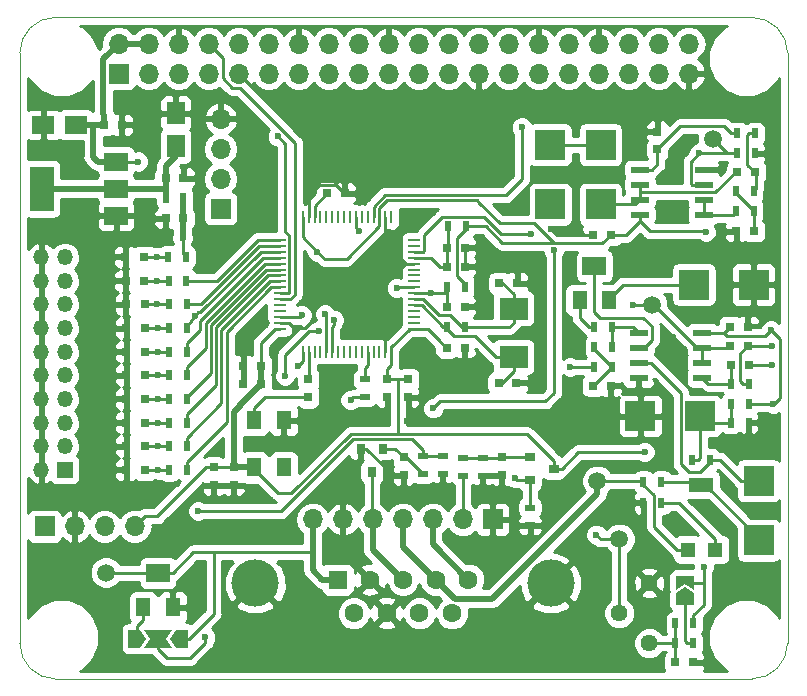
<source format=gtl>
%TF.GenerationSoftware,KiCad,Pcbnew,(2018-02-05 revision 1f487593f)-makepkg*%
%TF.CreationDate,2018-06-26T14:30:34+02:00*%
%TF.ProjectId,MMDVM_Hat,4D4D44564D5F4861742E6B696361645F,rev?*%
%TF.SameCoordinates,Original*%
%TF.FileFunction,Copper,L1,Top,Signal*%
%TF.FilePolarity,Positive*%
%FSLAX46Y46*%
G04 Gerber Fmt 4.6, Leading zero omitted, Abs format (unit mm)*
G04 Created by KiCad (PCBNEW (2018-02-05 revision 1f487593f)-makepkg) date 06/26/18 14:30:34*
%MOMM*%
%LPD*%
G01*
G04 APERTURE LIST*
%ADD10C,0.100000*%
%ADD11C,0.300000*%
%ADD12R,2.500000X2.550000*%
%ADD13R,2.550000X2.500000*%
%ADD14R,0.250000X1.000000*%
%ADD15R,1.000000X0.250000*%
%ADD16R,1.950000X1.500000*%
%ADD17R,0.800000X0.750000*%
%ADD18R,1.500000X1.950000*%
%ADD19R,0.750000X0.800000*%
%ADD20R,0.800000X0.800000*%
%ADD21C,4.000000*%
%ADD22C,1.600000*%
%ADD23R,1.600000X1.600000*%
%ADD24O,1.700000X1.700000*%
%ADD25R,1.700000X1.700000*%
%ADD26R,0.500000X0.900000*%
%ADD27R,0.800000X0.900000*%
%ADD28R,0.900000X0.800000*%
%ADD29R,0.900000X0.500000*%
%ADD30C,1.440000*%
%ADD31R,1.300000X1.300000*%
%ADD32R,2.000000X1.300000*%
%ADD33R,1.300000X1.600000*%
%ADD34R,2.000000X1.600000*%
%ADD35C,1.500000*%
%ADD36R,2.000000X1.500000*%
%ADD37R,2.000000X3.800000*%
%ADD38R,1.550000X0.600000*%
%ADD39R,2.400000X1.900000*%
%ADD40O,1.350000X1.350000*%
%ADD41R,1.350000X1.350000*%
%ADD42C,0.600000*%
%ADD43C,0.250000*%
%ADD44C,0.500000*%
%ADD45C,0.254000*%
G04 APERTURE END LIST*
D10*
X84400000Y-72300000D02*
G75*
G03X81400000Y-69300000I-3000000J0D01*
G01*
X22400000Y-69300000D02*
X81400000Y-69300000D01*
X22400000Y-69300000D02*
G75*
G03X19400000Y-72300000I0J-3000000D01*
G01*
X81400000Y-125300000D02*
G75*
G03X84400000Y-122300000I0J3000000D01*
G01*
X19400000Y-122300000D02*
G75*
G03X22400000Y-125300000I3000000J0D01*
G01*
X19400000Y-87800000D02*
X19400000Y-122300000D01*
X19400000Y-72300000D02*
X19400000Y-87800000D01*
X22400000Y-125300000D02*
X81400000Y-125300000D01*
X84400000Y-72300000D02*
X84400000Y-122300000D01*
D11*
X75700000Y-118550000D03*
D10*
G36*
X75700000Y-117550000D02*
X76450000Y-118050000D01*
X76450000Y-119050000D01*
X74950000Y-119050000D01*
X74950000Y-118050000D01*
X75700000Y-117550000D01*
X75700000Y-117550000D01*
G37*
D11*
X75700000Y-117100000D03*
D10*
G36*
X76450000Y-116600000D02*
X76450000Y-117750000D01*
X75700000Y-117250000D01*
X74950000Y-117750000D01*
X74950000Y-116600000D01*
X76450000Y-116600000D01*
X76450000Y-116600000D01*
G37*
D11*
X29100000Y-121900000D03*
D10*
G36*
X30100000Y-121900000D02*
X29600000Y-122650000D01*
X28600000Y-122650000D01*
X28600000Y-121150000D01*
X29600000Y-121150000D01*
X30100000Y-121900000D01*
X30100000Y-121900000D01*
G37*
D11*
X31100000Y-121900000D03*
D10*
G36*
X30400000Y-121900000D02*
X29900000Y-121150000D01*
X32300000Y-121150000D01*
X31800000Y-121900000D01*
X32300000Y-122650000D01*
X29900000Y-122650000D01*
X30400000Y-121900000D01*
X30400000Y-121900000D01*
G37*
D11*
X33100000Y-121900000D03*
D10*
G36*
X32100000Y-121900000D02*
X32600000Y-121150000D01*
X33600000Y-121150000D01*
X33600000Y-122650000D01*
X32600000Y-122650000D01*
X32100000Y-121900000D01*
X32100000Y-121900000D01*
G37*
D12*
X68575000Y-85125000D03*
X68575000Y-80075000D03*
X64300000Y-80075000D03*
X64300000Y-85125000D03*
D13*
X76475000Y-91925000D03*
X81525000Y-91925000D03*
X76975000Y-103050000D03*
X71925000Y-103050000D03*
D12*
X81950000Y-108525000D03*
X81950000Y-113575000D03*
D14*
X50850000Y-97600000D03*
X50350000Y-97600000D03*
X49850000Y-97600000D03*
X49350000Y-97600000D03*
X48850000Y-97600000D03*
X48350000Y-97600000D03*
X47850000Y-97600000D03*
X47350000Y-97600000D03*
X46850000Y-97600000D03*
X46350000Y-97600000D03*
X45850000Y-97600000D03*
X45350000Y-97600000D03*
X44850000Y-97600000D03*
X44350000Y-97600000D03*
X43850000Y-97600000D03*
X43350000Y-97600000D03*
D15*
X41400000Y-95650000D03*
X41400000Y-95150000D03*
X41400000Y-94650000D03*
X41400000Y-94150000D03*
X41400000Y-93650000D03*
X41400000Y-93150000D03*
X41400000Y-92650000D03*
X41400000Y-92150000D03*
X41400000Y-91650000D03*
X41400000Y-91150000D03*
X41400000Y-90650000D03*
X41400000Y-90150000D03*
X41400000Y-89650000D03*
X41400000Y-89150000D03*
X41400000Y-88650000D03*
X41400000Y-88150000D03*
D14*
X43350000Y-86200000D03*
X43850000Y-86200000D03*
X44350000Y-86200000D03*
X44850000Y-86200000D03*
X45350000Y-86200000D03*
X45850000Y-86200000D03*
X46350000Y-86200000D03*
X46850000Y-86200000D03*
X47350000Y-86200000D03*
X47850000Y-86200000D03*
X48350000Y-86200000D03*
X48850000Y-86200000D03*
X49350000Y-86200000D03*
X49850000Y-86200000D03*
X50350000Y-86200000D03*
X50850000Y-86200000D03*
D15*
X52800000Y-88150000D03*
X52800000Y-88650000D03*
X52800000Y-89150000D03*
X52800000Y-89650000D03*
X52800000Y-90150000D03*
X52800000Y-90650000D03*
X52800000Y-91150000D03*
X52800000Y-91650000D03*
X52800000Y-92150000D03*
X52800000Y-92650000D03*
X52800000Y-93150000D03*
X52800000Y-93650000D03*
X52800000Y-94150000D03*
X52800000Y-94650000D03*
X52800000Y-95150000D03*
X52800000Y-95650000D03*
D16*
X21400000Y-78400000D03*
X24150000Y-78400000D03*
D17*
X28050000Y-78400000D03*
X26550000Y-78400000D03*
X31750000Y-82900000D03*
X33250000Y-82900000D03*
X55550000Y-97250000D03*
X57050000Y-97250000D03*
D18*
X32600000Y-80175000D03*
X32600000Y-77425000D03*
D17*
X31750000Y-86300000D03*
X33250000Y-86300000D03*
X55550000Y-93800000D03*
X57050000Y-93800000D03*
D19*
X37500000Y-107400000D03*
X37500000Y-108900000D03*
X35800000Y-108900000D03*
X35800000Y-107400000D03*
X43800000Y-99950000D03*
X43800000Y-101450000D03*
X51900000Y-108050000D03*
X51900000Y-106550000D03*
X60200000Y-106550000D03*
X60200000Y-108050000D03*
D17*
X74900000Y-123900000D03*
X76400000Y-123900000D03*
X59950000Y-100250000D03*
X61450000Y-100250000D03*
X61500000Y-91800000D03*
X60000000Y-91800000D03*
X45400000Y-84200000D03*
X46900000Y-84200000D03*
X55600000Y-90400000D03*
X57100000Y-90400000D03*
X57100000Y-88800000D03*
X55600000Y-88800000D03*
X38300000Y-100300000D03*
X39800000Y-100300000D03*
X39800000Y-98800000D03*
X38300000Y-98800000D03*
D19*
X52300000Y-101450000D03*
X52300000Y-99950000D03*
X50500000Y-99950000D03*
X50500000Y-101450000D03*
D20*
X28325000Y-89575000D03*
X29925000Y-89575000D03*
X29950000Y-91600000D03*
X28350000Y-91600000D03*
X28375000Y-93600000D03*
X29975000Y-93600000D03*
X30000000Y-95600000D03*
X28400000Y-95600000D03*
X28400000Y-105600000D03*
X30000000Y-105600000D03*
X28400000Y-103600000D03*
X30000000Y-103600000D03*
X30000000Y-101600000D03*
X28400000Y-101600000D03*
X28400000Y-99600000D03*
X30000000Y-99600000D03*
X30000000Y-97600000D03*
X28400000Y-97600000D03*
D21*
X64340000Y-117200000D03*
X39340000Y-117200000D03*
D22*
X55995000Y-119740000D03*
X53225000Y-119740000D03*
X50455000Y-119740000D03*
X47685000Y-119740000D03*
X57380000Y-116900000D03*
X54610000Y-116900000D03*
X51840000Y-116900000D03*
X49070000Y-116900000D03*
D23*
X46300000Y-116900000D03*
D24*
X76030000Y-71530000D03*
X76030000Y-74070000D03*
X73490000Y-71530000D03*
X73490000Y-74070000D03*
X70950000Y-71530000D03*
X70950000Y-74070000D03*
X68410000Y-71530000D03*
X68410000Y-74070000D03*
X65870000Y-71530000D03*
X65870000Y-74070000D03*
X63330000Y-71530000D03*
X63330000Y-74070000D03*
X60790000Y-71530000D03*
X60790000Y-74070000D03*
X58250000Y-71530000D03*
X58250000Y-74070000D03*
X55710000Y-71530000D03*
X55710000Y-74070000D03*
X53170000Y-71530000D03*
X53170000Y-74070000D03*
X50630000Y-71530000D03*
X50630000Y-74070000D03*
X48090000Y-71530000D03*
X48090000Y-74070000D03*
X45550000Y-71530000D03*
X45550000Y-74070000D03*
X43010000Y-71530000D03*
X43010000Y-74070000D03*
X40470000Y-71530000D03*
X40470000Y-74070000D03*
X37930000Y-71530000D03*
X37930000Y-74070000D03*
X35390000Y-71530000D03*
X35390000Y-74070000D03*
X32850000Y-71530000D03*
X32850000Y-74070000D03*
X30310000Y-71530000D03*
X30310000Y-74070000D03*
X27770000Y-71530000D03*
D25*
X27770000Y-74070000D03*
X36400000Y-85500000D03*
D24*
X36400000Y-82960000D03*
X36400000Y-80420000D03*
X36400000Y-77880000D03*
X44210000Y-111800000D03*
X46750000Y-111800000D03*
X49290000Y-111800000D03*
X51830000Y-111800000D03*
X54370000Y-111800000D03*
X56910000Y-111800000D03*
D25*
X59450000Y-111800000D03*
D24*
X29120000Y-112400000D03*
X26580000Y-112400000D03*
X24040000Y-112400000D03*
D25*
X21500000Y-112400000D03*
D26*
X33250000Y-84600000D03*
X31750000Y-84600000D03*
X57150000Y-87000000D03*
X55650000Y-87000000D03*
D27*
X50150000Y-105800000D03*
X48250000Y-105800000D03*
X49200000Y-107800000D03*
D28*
X64600000Y-107500000D03*
X62600000Y-108450000D03*
X62600000Y-106550000D03*
D26*
X33475000Y-89575000D03*
X31975000Y-89575000D03*
X32000000Y-91600000D03*
X33500000Y-91600000D03*
D29*
X48600000Y-101450000D03*
X48600000Y-99950000D03*
D26*
X32025000Y-93600000D03*
X33525000Y-93600000D03*
X33550000Y-95600000D03*
X32050000Y-95600000D03*
X32050000Y-105600000D03*
X33550000Y-105600000D03*
X33550000Y-103600000D03*
X32050000Y-103600000D03*
X32050000Y-101600000D03*
X33550000Y-101600000D03*
X32050000Y-99600000D03*
X33550000Y-99600000D03*
X55550000Y-92100000D03*
X57050000Y-92100000D03*
X33550000Y-97600000D03*
X32050000Y-97600000D03*
D29*
X55200000Y-106450000D03*
X55200000Y-107950000D03*
X53500000Y-107950000D03*
X53500000Y-106450000D03*
X56900000Y-108100000D03*
X56900000Y-106600000D03*
X58600000Y-108100000D03*
X58600000Y-106600000D03*
D26*
X76410000Y-120610000D03*
X74910000Y-120610000D03*
X74910000Y-122300000D03*
X76410000Y-122300000D03*
D29*
X62600000Y-112300000D03*
X62600000Y-110800000D03*
D26*
X55550000Y-95500000D03*
X57050000Y-95500000D03*
X80150000Y-80800000D03*
X81650000Y-80800000D03*
X72200000Y-110400000D03*
X73700000Y-110400000D03*
X72200000Y-108650000D03*
X73700000Y-108650000D03*
X79650000Y-102000000D03*
X81150000Y-102000000D03*
X81100000Y-103600000D03*
X79600000Y-103600000D03*
X76300000Y-106750000D03*
X77800000Y-106750000D03*
X80050000Y-85700000D03*
X81550000Y-85700000D03*
X81550000Y-84000000D03*
X80050000Y-84000000D03*
X81650000Y-79125000D03*
X80150000Y-79125000D03*
X69550000Y-95500000D03*
X68050000Y-95500000D03*
X68050000Y-97200000D03*
X69550000Y-97200000D03*
X68050000Y-98900000D03*
X69550000Y-98900000D03*
X81150000Y-100300000D03*
X79650000Y-100300000D03*
D30*
X72700000Y-117210000D03*
X70160000Y-119750000D03*
X72700000Y-122290000D03*
D31*
X75950000Y-114350000D03*
D32*
X77100000Y-108850000D03*
D31*
X78250000Y-114350000D03*
D33*
X69300000Y-93250000D03*
D34*
X68050000Y-90350000D03*
D33*
X66800000Y-93250000D03*
X29850000Y-119250000D03*
D34*
X31100000Y-116350000D03*
D33*
X32350000Y-119250000D03*
D35*
X70170000Y-113470000D03*
X78100000Y-79600000D03*
X68300000Y-108550000D03*
X72925000Y-93625000D03*
X26700000Y-116300000D03*
D36*
X27550000Y-86100000D03*
X27550000Y-81500000D03*
X27550000Y-83800000D03*
D37*
X21250000Y-83800000D03*
D38*
X77300000Y-86005000D03*
X77300000Y-84735000D03*
X77300000Y-83465000D03*
X77300000Y-82195000D03*
X71900000Y-82195000D03*
X71900000Y-83465000D03*
X71900000Y-84735000D03*
X71900000Y-86005000D03*
X77200000Y-95995000D03*
X77200000Y-97265000D03*
X77200000Y-98535000D03*
X77200000Y-99805000D03*
X71800000Y-99805000D03*
X71800000Y-98535000D03*
X71800000Y-97265000D03*
X71800000Y-95995000D03*
D33*
X41750000Y-107400000D03*
X41750000Y-103400000D03*
X39250000Y-103400000D03*
X39250000Y-107400000D03*
D39*
X61200000Y-93950000D03*
X61200000Y-98050000D03*
D17*
X80050000Y-87400000D03*
X81550000Y-87400000D03*
X80150000Y-82400000D03*
X81650000Y-82400000D03*
D19*
X73375000Y-80475000D03*
X73375000Y-78975000D03*
D17*
X69450000Y-100500000D03*
X67950000Y-100500000D03*
X81050000Y-97100000D03*
X79550000Y-97100000D03*
X79650000Y-98700000D03*
X81150000Y-98700000D03*
X67950000Y-87700000D03*
X69450000Y-87700000D03*
X79550000Y-95500000D03*
X81050000Y-95500000D03*
D20*
X28400000Y-107600000D03*
X30000000Y-107600000D03*
D40*
X21200000Y-89600000D03*
X23200000Y-89600000D03*
X21200000Y-91600000D03*
X23200000Y-91600000D03*
X21200000Y-93600000D03*
X23200000Y-93600000D03*
X21200000Y-95600000D03*
X23200000Y-95600000D03*
X21200000Y-97600000D03*
X23200000Y-97600000D03*
X21200000Y-99600000D03*
X23200000Y-99600000D03*
X21200000Y-101600000D03*
X23200000Y-101600000D03*
X21200000Y-103600000D03*
X23200000Y-103600000D03*
X21200000Y-105600000D03*
X23200000Y-105600000D03*
X21200000Y-107600000D03*
D41*
X23200000Y-107600000D03*
D26*
X32050000Y-107600000D03*
X33550000Y-107600000D03*
D42*
X52900000Y-86100000D03*
X74700000Y-82500000D03*
X65800000Y-96000000D03*
X45600000Y-99300000D03*
X32700000Y-108800000D03*
X20800000Y-118400000D03*
X26200000Y-124100000D03*
X34600000Y-117100000D03*
X41500000Y-113100000D03*
X57000000Y-114800000D03*
X66500000Y-113300000D03*
X70000000Y-109800000D03*
X80800000Y-117200000D03*
X77200000Y-110600000D03*
X75300000Y-94300000D03*
X81900000Y-94300000D03*
X71300000Y-89800000D03*
X66400000Y-82500000D03*
X60300000Y-82800000D03*
X66400000Y-77400000D03*
X49000000Y-83900000D03*
X39900000Y-86800000D03*
X29800000Y-76100000D03*
X29900000Y-85100000D03*
X24400000Y-85100000D03*
X35400000Y-90300000D03*
X36300000Y-105800000D03*
X39400000Y-95100000D03*
X74675000Y-96350000D03*
X80800000Y-110750000D03*
X74050000Y-112000000D03*
X81750000Y-104900000D03*
X30050000Y-79700000D03*
X24375000Y-82225000D03*
X20525000Y-87400000D03*
X20600000Y-76175000D03*
X83050000Y-98750000D03*
X52200000Y-103450000D03*
X49550000Y-103550000D03*
X47400000Y-101700000D03*
X64400000Y-87250000D03*
X44200000Y-91700000D03*
X39800000Y-80900000D03*
X40400000Y-76200000D03*
X74700000Y-85900000D03*
X58800000Y-92000000D03*
X58600000Y-88400000D03*
X78000000Y-124200000D03*
X78800000Y-82200000D03*
X29400000Y-81500000D03*
X83200000Y-102000000D03*
X72300000Y-106100000D03*
X44600000Y-89125002D03*
X33175000Y-88000000D03*
X38000000Y-102200000D03*
X77500000Y-87450000D03*
X83000000Y-95800000D03*
X54200000Y-92650000D03*
X62700000Y-87650000D03*
X71275000Y-93675000D03*
X83100000Y-97100000D03*
X66000000Y-98900000D03*
X54400000Y-102400000D03*
X64300000Y-85125000D03*
X64600000Y-89025001D03*
X35100000Y-121800000D03*
X31000000Y-89575000D03*
X31000000Y-91600000D03*
X31000000Y-93600000D03*
X31100000Y-95600000D03*
X31100000Y-105600000D03*
X31100000Y-103600000D03*
X31100000Y-101600000D03*
X31100000Y-99600000D03*
X31100000Y-97600000D03*
X77300000Y-115800000D03*
X41222648Y-79377352D03*
X46000000Y-94900000D03*
X45250000Y-94400000D03*
X34207640Y-94567970D03*
X34500000Y-111100000D03*
X42950000Y-98800000D03*
X43250000Y-94500000D03*
X44700000Y-95850000D03*
X41850000Y-99650000D03*
X51300000Y-92200000D03*
X61300000Y-108300000D03*
X61900000Y-78600000D03*
X76900000Y-80800000D03*
X48100000Y-87400001D03*
X68200000Y-113100000D03*
X31100000Y-107600000D03*
D43*
X48600000Y-101450000D02*
X47650000Y-101450000D01*
X47650000Y-101450000D02*
X47400000Y-101700000D01*
X81150000Y-98700000D02*
X83000000Y-98700000D01*
X83000000Y-98700000D02*
X83050000Y-98750000D01*
X37930000Y-74070000D02*
X40060000Y-76200000D01*
X40060000Y-76200000D02*
X40400000Y-76200000D01*
X67300000Y-87700000D02*
X67500000Y-87700000D01*
X67500000Y-87700000D02*
X67950000Y-87700000D01*
X67500000Y-87700000D02*
X64850000Y-87700000D01*
X64850000Y-87700000D02*
X64400000Y-87250000D01*
X43850000Y-86200000D02*
X43850000Y-84375002D01*
X43850000Y-84375002D02*
X44725003Y-83499999D01*
X44725003Y-83499999D02*
X46174999Y-83499999D01*
X46174999Y-83499999D02*
X46875000Y-84200000D01*
X46875000Y-84200000D02*
X46900000Y-84200000D01*
X64450000Y-87200000D02*
X64400000Y-87250000D01*
X42600000Y-95600000D02*
X43503588Y-95600000D01*
X43503588Y-95600000D02*
X44200000Y-94903588D01*
X44200000Y-94903588D02*
X44200000Y-92124264D01*
X44200000Y-92124264D02*
X44200000Y-91700000D01*
X41400000Y-95150000D02*
X42150000Y-95150000D01*
X42150000Y-95150000D02*
X42600000Y-95600000D01*
X57100000Y-88800000D02*
X58200000Y-88800000D01*
X58200000Y-88800000D02*
X58600000Y-88400000D01*
X57100000Y-90400000D02*
X57100000Y-88800000D01*
X57050000Y-93800000D02*
X57700000Y-93800000D01*
X57700000Y-93800000D02*
X58800000Y-92700000D01*
X58800000Y-92700000D02*
X58800000Y-92424264D01*
X58800000Y-92424264D02*
X58800000Y-92000000D01*
X50500000Y-101650000D02*
X50500000Y-101625000D01*
X48250000Y-105800000D02*
X48714998Y-105800000D01*
X48714998Y-105800000D02*
X50964998Y-108050000D01*
X50964998Y-108050000D02*
X51275000Y-108050000D01*
X51275000Y-108050000D02*
X51900000Y-108050000D01*
X38300000Y-98800000D02*
X38325000Y-98800000D01*
X50350000Y-97600000D02*
X50350000Y-91850000D01*
X50350000Y-91850000D02*
X52050000Y-90150000D01*
X52050000Y-90150000D02*
X52800000Y-90150000D01*
X52800000Y-90150000D02*
X52089998Y-90150000D01*
X52089998Y-90150000D02*
X50350000Y-88410002D01*
X50350000Y-88410002D02*
X50350000Y-86950000D01*
X50350000Y-86950000D02*
X50350000Y-86200000D01*
X29400000Y-81500000D02*
X27550000Y-81500000D01*
D44*
X29100000Y-71530000D02*
X27770000Y-71530000D01*
X30310000Y-71530000D02*
X29100000Y-71530000D01*
X29100000Y-71530000D02*
X27799998Y-71530000D01*
X27799998Y-71530000D02*
X26469999Y-72859999D01*
X26469999Y-72859999D02*
X26469999Y-77444999D01*
X26469999Y-77444999D02*
X26550000Y-77525000D01*
X26550000Y-77525000D02*
X26550000Y-78400000D01*
X24150000Y-78400000D02*
X25600000Y-78400000D01*
X25600000Y-78400000D02*
X25600000Y-81100000D01*
X26550000Y-78400000D02*
X25600000Y-78400000D01*
X25600000Y-81100000D02*
X26000000Y-81500000D01*
X26000000Y-81500000D02*
X27550000Y-81500000D01*
X32600000Y-81000000D02*
X31750000Y-81850000D01*
X31750000Y-81850000D02*
X31750000Y-82900000D01*
X32600000Y-80175000D02*
X32600000Y-81000000D01*
X31750000Y-84600000D02*
X31750000Y-83800000D01*
X31750000Y-83800000D02*
X31750000Y-82900000D01*
X31750000Y-83800000D02*
X27550000Y-83800000D01*
X21250000Y-83800000D02*
X27550000Y-83800000D01*
D43*
X50500000Y-99950000D02*
X51400000Y-99950000D01*
X51400000Y-99950000D02*
X52300000Y-99950000D01*
X51400000Y-99950000D02*
X51400000Y-104574989D01*
X50850000Y-98750000D02*
X50500000Y-99100000D01*
X50500000Y-99100000D02*
X50500000Y-99950000D01*
X50850000Y-97600000D02*
X50850000Y-98750000D01*
X62324989Y-104574989D02*
X51400000Y-104574989D01*
X51400000Y-104574989D02*
X51200000Y-104574989D01*
X83200000Y-102000000D02*
X83225000Y-102000000D01*
X81150000Y-102000000D02*
X83200000Y-102000000D01*
X65300000Y-107500000D02*
X66700000Y-106100000D01*
X64600000Y-107500000D02*
X65300000Y-107500000D01*
X66700000Y-106100000D02*
X72300000Y-106100000D01*
X57150000Y-87000000D02*
X58863590Y-87000000D01*
X58863590Y-87000000D02*
X60263591Y-88400001D01*
X60263591Y-88400001D02*
X64624999Y-88400001D01*
X44600000Y-89125002D02*
X43350000Y-87875002D01*
X45199999Y-89725001D02*
X44600000Y-89125002D01*
X69450000Y-87700000D02*
X70755000Y-87700000D01*
X70755000Y-87700000D02*
X71900000Y-86555000D01*
X71900000Y-86555000D02*
X71900000Y-86005000D01*
X58300000Y-85000000D02*
X60025001Y-86725001D01*
X60025001Y-86725001D02*
X62949999Y-86725001D01*
X62949999Y-86725001D02*
X64624999Y-88400001D01*
X64624999Y-88400001D02*
X68724999Y-88400001D01*
X68724999Y-88400001D02*
X69425000Y-87700000D01*
X69425000Y-87700000D02*
X69450000Y-87700000D01*
X29120000Y-112400000D02*
X29969999Y-111550001D01*
X29969999Y-111550001D02*
X31024999Y-111550001D01*
X31024999Y-111550001D02*
X35175000Y-107400000D01*
X35175000Y-107400000D02*
X35800000Y-107400000D01*
X33175000Y-88000000D02*
X33175000Y-89275000D01*
X33175000Y-89275000D02*
X33475000Y-89575000D01*
D44*
X33175000Y-88000000D02*
X33175000Y-86375000D01*
X33175000Y-86375000D02*
X33250000Y-86300000D01*
X37500000Y-107400000D02*
X39250000Y-107400000D01*
X38000000Y-102200000D02*
X37500000Y-102700000D01*
X37500000Y-102700000D02*
X37500000Y-107400000D01*
X38000000Y-102200000D02*
X38000000Y-102100000D01*
X38000000Y-102100000D02*
X39800000Y-100300000D01*
D43*
X39800000Y-98800000D02*
X39800000Y-96875000D01*
X39800000Y-96875000D02*
X41025000Y-95650000D01*
X41025000Y-95650000D02*
X41400000Y-95650000D01*
X41300000Y-109600000D02*
X42378588Y-109600000D01*
X42378588Y-109600000D02*
X47403599Y-104574989D01*
X47403599Y-104574989D02*
X51200000Y-104574989D01*
X39250000Y-107400000D02*
X39250000Y-107550000D01*
X39250000Y-107550000D02*
X41300000Y-109600000D01*
X83000000Y-95800000D02*
X83725001Y-96525001D01*
X83725001Y-96525001D02*
X83725001Y-101499999D01*
X83725001Y-101499999D02*
X83225000Y-102000000D01*
X77450000Y-87400000D02*
X77500000Y-87450000D01*
X75200000Y-87400000D02*
X77450000Y-87400000D01*
X49850000Y-86200000D02*
X49850000Y-86950000D01*
X49850000Y-86950000D02*
X47074999Y-89725001D01*
X47074999Y-89725001D02*
X45199999Y-89725001D01*
X75200000Y-87400000D02*
X72745000Y-87400000D01*
X72745000Y-87400000D02*
X71900000Y-86555000D01*
X43350000Y-86800000D02*
X43350000Y-87875002D01*
X43350000Y-86800000D02*
X43350000Y-86950000D01*
X43350000Y-86200000D02*
X43350000Y-86800000D01*
X58100000Y-84800000D02*
X58300000Y-85000000D01*
X50500000Y-84800000D02*
X58100000Y-84800000D01*
X49850000Y-86200000D02*
X49850000Y-85450000D01*
X49850000Y-85450000D02*
X50500000Y-84800000D01*
X39800000Y-100300000D02*
X39800000Y-100600000D01*
X64600000Y-107500000D02*
X64600000Y-106850000D01*
X64600000Y-106850000D02*
X62324989Y-104574989D01*
X39250000Y-107250000D02*
X39250000Y-107400000D01*
X83000000Y-95800000D02*
X82500000Y-96300000D01*
X82500000Y-96300000D02*
X79310000Y-96300000D01*
X79310000Y-96300000D02*
X79005000Y-95995000D01*
X35800000Y-107400000D02*
X36700000Y-107400000D01*
X36700000Y-107400000D02*
X37500000Y-107400000D01*
X57050000Y-92100000D02*
X57050000Y-91900000D01*
X57050000Y-91900000D02*
X56374999Y-91224999D01*
X56374999Y-91224999D02*
X56374999Y-87975001D01*
X56374999Y-87975001D02*
X57150000Y-87200000D01*
X57150000Y-87200000D02*
X57150000Y-87000000D01*
X52800000Y-95650000D02*
X53950000Y-95650000D01*
X53950000Y-95650000D02*
X54900000Y-96600000D01*
X54900000Y-96600000D02*
X54900000Y-96625000D01*
X54900000Y-96625000D02*
X55525000Y-97250000D01*
X55525000Y-97250000D02*
X55550000Y-97250000D01*
D44*
X39800000Y-98800000D02*
X39800000Y-100300000D01*
D43*
X39850000Y-98750000D02*
X39800000Y-98800000D01*
X52800000Y-95650000D02*
X52425000Y-95650000D01*
X52425000Y-95650000D02*
X50850000Y-97225000D01*
X50850000Y-97225000D02*
X50850000Y-97600000D01*
X77200000Y-95995000D02*
X79005000Y-95995000D01*
X79005000Y-95995000D02*
X79500000Y-95500000D01*
D44*
X33250000Y-84600000D02*
X33250000Y-86300000D01*
D43*
X54200000Y-92650000D02*
X55500000Y-92650000D01*
X52800000Y-92650000D02*
X54200000Y-92650000D01*
X55550000Y-92700000D02*
X55550000Y-93800000D01*
X55550000Y-92100000D02*
X55550000Y-92700000D01*
X55500000Y-92650000D02*
X55550000Y-92700000D01*
X43850000Y-97600000D02*
X43850000Y-99900000D01*
X43850000Y-99900000D02*
X43800000Y-99950000D01*
X39250000Y-103400000D02*
X39250000Y-102350000D01*
X39250000Y-102350000D02*
X40150000Y-101450000D01*
X40150000Y-101450000D02*
X43175000Y-101450000D01*
X43175000Y-101450000D02*
X43800000Y-101450000D01*
X51900000Y-106550000D02*
X52100000Y-106550000D01*
X52100000Y-106550000D02*
X53500000Y-107950000D01*
X50150000Y-105800000D02*
X51150000Y-105800000D01*
X51150000Y-105800000D02*
X51900000Y-106550000D01*
X62600000Y-106550000D02*
X60200000Y-106550000D01*
X58600000Y-106600000D02*
X60150000Y-106600000D01*
X60150000Y-106600000D02*
X60200000Y-106550000D01*
X56900000Y-106600000D02*
X58600000Y-106600000D01*
X72700000Y-122290000D02*
X74900000Y-122290000D01*
X74900000Y-122290000D02*
X74910000Y-122300000D01*
X74910000Y-122300000D02*
X74910000Y-120610000D01*
X74900000Y-123900000D02*
X74900000Y-122310000D01*
X74900000Y-122310000D02*
X74910000Y-122300000D01*
X56125001Y-96275001D02*
X57975001Y-96275001D01*
X57975001Y-96275001D02*
X59750000Y-98050000D01*
X59750000Y-98050000D02*
X61200000Y-98050000D01*
X56125001Y-96275001D02*
X55550000Y-95700000D01*
X55550000Y-95700000D02*
X55550000Y-95500000D01*
X61200000Y-98050000D02*
X61200000Y-99250000D01*
X61200000Y-99250000D02*
X60200000Y-100250000D01*
X60200000Y-100250000D02*
X59950000Y-100250000D01*
X52800000Y-93650000D02*
X53413590Y-93650000D01*
X53413590Y-93650000D02*
X55263590Y-95500000D01*
X55263590Y-95500000D02*
X55550000Y-95500000D01*
X57050000Y-95500000D02*
X60850000Y-95500000D01*
X60850000Y-95500000D02*
X61200000Y-95150000D01*
X61200000Y-95150000D02*
X61200000Y-93950000D01*
X61200000Y-93950000D02*
X61200000Y-92750000D01*
X61200000Y-92750000D02*
X60250000Y-91800000D01*
X60250000Y-91800000D02*
X60000000Y-91800000D01*
X57050000Y-95500000D02*
X56835002Y-95500000D01*
X56835002Y-95500000D02*
X55835003Y-94500001D01*
X55835003Y-94500001D02*
X54900001Y-94500001D01*
X54900001Y-94500001D02*
X53550000Y-93150000D01*
X53550000Y-93150000D02*
X52800000Y-93150000D01*
X44350000Y-86200000D02*
X44350000Y-85250000D01*
X44350000Y-85250000D02*
X45400000Y-84200000D01*
X55650000Y-87000000D02*
X55650000Y-88750000D01*
X55650000Y-88750000D02*
X55600000Y-88800000D01*
X55600000Y-90400000D02*
X55600000Y-88800000D01*
X55600000Y-90400000D02*
X54950000Y-90400000D01*
X54950000Y-90400000D02*
X54200000Y-89650000D01*
X54200000Y-89650000D02*
X53550000Y-89650000D01*
X53550000Y-89650000D02*
X52800000Y-89650000D01*
X77000000Y-107750000D02*
X77800000Y-106950000D01*
X77800000Y-106950000D02*
X77800000Y-106750000D01*
X76014998Y-107750000D02*
X77000000Y-107750000D01*
X72825000Y-98535000D02*
X75374999Y-101084999D01*
X71800000Y-98535000D02*
X72825000Y-98535000D01*
X75374999Y-101084999D02*
X75374999Y-107110001D01*
X75374999Y-107110001D02*
X76014998Y-107750000D01*
X80450000Y-108525000D02*
X78675000Y-106750000D01*
X81950000Y-108525000D02*
X80450000Y-108525000D01*
X78675000Y-106750000D02*
X77800000Y-106750000D01*
X72275000Y-98535000D02*
X71800000Y-98535000D01*
X77100000Y-108850000D02*
X77450000Y-108850000D01*
X77450000Y-108850000D02*
X81950000Y-113350000D01*
X81950000Y-113350000D02*
X81950000Y-113575000D01*
X73700000Y-108650000D02*
X76900000Y-108650000D01*
X76900000Y-108650000D02*
X77100000Y-108850000D01*
X76975000Y-103050000D02*
X76975000Y-106575000D01*
X76975000Y-106575000D02*
X76800000Y-106750000D01*
X76800000Y-106750000D02*
X76300000Y-106750000D01*
X79600000Y-103600000D02*
X77525000Y-103600000D01*
X77525000Y-103600000D02*
X76975000Y-103050000D01*
X79650000Y-102000000D02*
X79650000Y-103550000D01*
X79650000Y-103550000D02*
X79600000Y-103600000D01*
X81550000Y-85700000D02*
X81550000Y-87350000D01*
X81550000Y-87350000D02*
X81600000Y-87400000D01*
X80050000Y-84000000D02*
X80050000Y-84200000D01*
X80050000Y-84200000D02*
X81550000Y-85700000D01*
X81650000Y-79125000D02*
X81150000Y-79125000D01*
X81150000Y-79125000D02*
X81000000Y-79275000D01*
X81000000Y-79275000D02*
X81000000Y-81775000D01*
X81000000Y-81775000D02*
X81625000Y-82400000D01*
X81625000Y-82400000D02*
X81650000Y-82400000D01*
X81650000Y-84100000D02*
X81550000Y-84000000D01*
X81700000Y-82400000D02*
X81700000Y-83850000D01*
X81700000Y-83850000D02*
X81550000Y-84000000D01*
X68575000Y-85125000D02*
X71510000Y-85125000D01*
X71510000Y-85125000D02*
X71900000Y-84735000D01*
X71885000Y-84750000D02*
X71900000Y-84735000D01*
X71900000Y-84100000D02*
X71900000Y-84735000D01*
X71900000Y-83465000D02*
X71900000Y-84100000D01*
X80100000Y-82400000D02*
X80000000Y-82400000D01*
X80000000Y-82400000D02*
X78300000Y-84100000D01*
X78300000Y-84100000D02*
X71900000Y-84100000D01*
X73375000Y-80475000D02*
X73375000Y-80450000D01*
X73375000Y-80450000D02*
X75300001Y-78524999D01*
X75300001Y-78524999D02*
X79049999Y-78524999D01*
X79049999Y-78524999D02*
X79650000Y-79125000D01*
X79650000Y-79125000D02*
X80150000Y-79125000D01*
X71900000Y-82195000D02*
X72925000Y-82195000D01*
X72925000Y-82195000D02*
X73375000Y-81745000D01*
X73375000Y-81745000D02*
X73375000Y-81125000D01*
X73375000Y-81125000D02*
X73375000Y-80475000D01*
X69300000Y-93250000D02*
X69300000Y-93100000D01*
X69300000Y-93100000D02*
X70475000Y-91925000D01*
X70475000Y-91925000D02*
X74950000Y-91925000D01*
X74950000Y-91925000D02*
X76475000Y-91925000D01*
X67900000Y-100500000D02*
X67950000Y-100500000D01*
X67950000Y-100500000D02*
X69550000Y-98900000D01*
X68050000Y-97200000D02*
X68050000Y-97400000D01*
X68050000Y-97400000D02*
X69550000Y-98900000D01*
X77200000Y-97265000D02*
X77200000Y-98535000D01*
X59550000Y-87050000D02*
X58724999Y-86224999D01*
X62700000Y-87650000D02*
X60150000Y-87650000D01*
X60150000Y-87650000D02*
X59550000Y-87050000D01*
X71325000Y-93625000D02*
X71275000Y-93675000D01*
X72925000Y-93625000D02*
X71325000Y-93625000D01*
X77200000Y-97265000D02*
X76725000Y-97265000D01*
X76725000Y-97265000D02*
X73085000Y-93625000D01*
X73085000Y-93625000D02*
X72925000Y-93625000D01*
X58724999Y-86224999D02*
X55139999Y-86224999D01*
X55139999Y-86224999D02*
X53625001Y-87739997D01*
X53625001Y-87739997D02*
X53625001Y-89074999D01*
X53625001Y-89074999D02*
X53550000Y-89150000D01*
X53550000Y-89150000D02*
X52800000Y-89150000D01*
X77200000Y-97265000D02*
X79335000Y-97265000D01*
X79335000Y-97265000D02*
X79500000Y-97100000D01*
X80400000Y-100050000D02*
X80400000Y-97725000D01*
X80400000Y-97725000D02*
X81025000Y-97100000D01*
X81025000Y-97100000D02*
X81050000Y-97100000D01*
X81150000Y-100300000D02*
X80650000Y-100300000D01*
X80650000Y-100300000D02*
X80400000Y-100050000D01*
X83100000Y-97100000D02*
X81100000Y-97100000D01*
X68050000Y-98900000D02*
X66000000Y-98900000D01*
X68575000Y-80075000D02*
X67075000Y-80075000D01*
X67075000Y-80075000D02*
X64300000Y-80075000D01*
X79600000Y-98700000D02*
X79600000Y-100250000D01*
X79600000Y-100250000D02*
X79650000Y-100300000D01*
X79650000Y-100300000D02*
X77695000Y-100300000D01*
X77695000Y-100300000D02*
X77200000Y-99805000D01*
X64600000Y-101100000D02*
X63900000Y-101800000D01*
X64600000Y-89025001D02*
X64600000Y-101100000D01*
X63900000Y-101800000D02*
X55000000Y-101800000D01*
X55000000Y-101800000D02*
X54400000Y-102400000D01*
X35100000Y-121800000D02*
X35100000Y-122224264D01*
X35100000Y-122224264D02*
X33824264Y-123500000D01*
X33824264Y-123500000D02*
X31850000Y-123500000D01*
X31100000Y-121900000D02*
X31100000Y-122750000D01*
X31100000Y-122750000D02*
X31850000Y-123500000D01*
X31000000Y-89575000D02*
X31975000Y-89575000D01*
X29925000Y-89575000D02*
X31000000Y-89575000D01*
X31000000Y-91600000D02*
X32000000Y-91600000D01*
X29950000Y-91600000D02*
X31000000Y-91600000D01*
X31000000Y-93600000D02*
X29975000Y-93600000D01*
X32025000Y-93600000D02*
X31000000Y-93600000D01*
X31100000Y-95600000D02*
X30000000Y-95600000D01*
X32050000Y-95600000D02*
X31100000Y-95600000D01*
X31100000Y-105600000D02*
X30000000Y-105600000D01*
X32050000Y-105600000D02*
X31100000Y-105600000D01*
X31100000Y-103600000D02*
X30000000Y-103600000D01*
X32050000Y-103600000D02*
X31100000Y-103600000D01*
X31100000Y-101600000D02*
X30000000Y-101600000D01*
X32050000Y-101600000D02*
X31100000Y-101600000D01*
X31100000Y-99600000D02*
X30000000Y-99600000D01*
X32050000Y-99600000D02*
X31100000Y-99600000D01*
X31100000Y-97600000D02*
X30000000Y-97600000D01*
X32050000Y-97600000D02*
X31100000Y-97600000D01*
X56900000Y-108100000D02*
X56900000Y-111790000D01*
X56900000Y-111790000D02*
X56910000Y-111800000D01*
X77300000Y-117200000D02*
X77300000Y-115800000D01*
X77300000Y-119020000D02*
X77300000Y-117200000D01*
X75700000Y-117175000D02*
X77275000Y-117175000D01*
X77275000Y-117175000D02*
X77300000Y-117200000D01*
X76410000Y-119910000D02*
X77300000Y-119020000D01*
X76410000Y-120610000D02*
X76410000Y-119910000D01*
D44*
X54370000Y-111800000D02*
X54370000Y-113890000D01*
X54370000Y-113890000D02*
X57380000Y-116900000D01*
D43*
X72200000Y-108650000D02*
X72200000Y-108850000D01*
X72200000Y-108850000D02*
X73124999Y-109774999D01*
X73124999Y-109774999D02*
X73124999Y-112424999D01*
X73124999Y-112424999D02*
X75050000Y-114350000D01*
X75050000Y-114350000D02*
X75950000Y-114350000D01*
D44*
X68300000Y-109613998D02*
X59413998Y-118500000D01*
X68300000Y-108550000D02*
X68300000Y-109613998D01*
X59413998Y-118500000D02*
X56210000Y-118500000D01*
X56210000Y-118500000D02*
X54610000Y-116900000D01*
D43*
X68300000Y-108550000D02*
X72100000Y-108550000D01*
X72100000Y-108550000D02*
X72200000Y-108650000D01*
X75650000Y-114350000D02*
X76250000Y-114350000D01*
D44*
X54610000Y-116900000D02*
X51830000Y-114120000D01*
X51830000Y-114120000D02*
X51830000Y-111800000D01*
D43*
X49200000Y-107800000D02*
X49200000Y-111710000D01*
X49200000Y-111710000D02*
X49290000Y-111800000D01*
D44*
X51840000Y-116900000D02*
X49290000Y-114350000D01*
X49290000Y-114350000D02*
X49290000Y-111800000D01*
D43*
X35800000Y-114600000D02*
X37500000Y-114600000D01*
X34100000Y-114600000D02*
X35800000Y-114600000D01*
X32850000Y-121900000D02*
X33700000Y-121900000D01*
X33700000Y-121900000D02*
X35800000Y-119800000D01*
X35800000Y-119800000D02*
X35800000Y-114600000D01*
X31100000Y-116350000D02*
X32350000Y-116350000D01*
X32350000Y-116350000D02*
X34100000Y-114600000D01*
X26700000Y-116300000D02*
X31050000Y-116300000D01*
X31050000Y-116300000D02*
X31100000Y-116350000D01*
D44*
X44210000Y-114600000D02*
X44210000Y-116110000D01*
X44210000Y-111800000D02*
X44210000Y-114600000D01*
D43*
X37500000Y-114600000D02*
X44210000Y-114600000D01*
D44*
X44210000Y-116110000D02*
X45000000Y-116900000D01*
X45000000Y-116900000D02*
X46300000Y-116900000D01*
D43*
X41222648Y-79377352D02*
X41834999Y-79989703D01*
X41834999Y-79989703D02*
X41834999Y-87374997D01*
X42225001Y-92574999D02*
X42150000Y-92650000D01*
X41834999Y-87374997D02*
X42225001Y-87764999D01*
X42225001Y-87764999D02*
X42225001Y-92574999D01*
X42150000Y-92650000D02*
X41400000Y-92650000D01*
X37365999Y-75245001D02*
X36565001Y-74444003D01*
X38015299Y-75245001D02*
X37365999Y-75245001D01*
X42675011Y-92761399D02*
X42675011Y-79904713D01*
X42675011Y-79904713D02*
X38015299Y-75245001D01*
X41400000Y-93150000D02*
X42286410Y-93150000D01*
X42286410Y-93150000D02*
X42675011Y-92761399D01*
X36565001Y-74444003D02*
X36565001Y-72705001D01*
X36565001Y-72705001D02*
X36239999Y-72379999D01*
X36239999Y-72379999D02*
X35390000Y-71530000D01*
X46000000Y-94900000D02*
X46000000Y-95324264D01*
X46000000Y-95324264D02*
X45850000Y-95474264D01*
X45850000Y-95474264D02*
X45850000Y-96850000D01*
X45850000Y-96850000D02*
X45850000Y-97600000D01*
X45350000Y-94500000D02*
X45250000Y-94400000D01*
X45350000Y-97600000D02*
X45350000Y-94500000D01*
X33550000Y-103600000D02*
X33550000Y-102900000D01*
X33550000Y-102900000D02*
X36024972Y-100425028D01*
X36024972Y-100425028D02*
X36024972Y-95542206D01*
X36024972Y-95542206D02*
X40417178Y-91150000D01*
X40417178Y-91150000D02*
X40650000Y-91150000D01*
X40650000Y-91150000D02*
X41400000Y-91150000D01*
X35574962Y-95355806D02*
X35574962Y-99375038D01*
X35574962Y-99375038D02*
X33550000Y-101400000D01*
X33550000Y-101400000D02*
X33550000Y-101600000D01*
X41400000Y-90650000D02*
X40280768Y-90650000D01*
X40280768Y-90650000D02*
X35574962Y-95355806D01*
X35124952Y-95169406D02*
X35124952Y-97325048D01*
X35124952Y-97325048D02*
X33550000Y-98900000D01*
X33550000Y-98900000D02*
X33550000Y-99600000D01*
X40144358Y-90150000D02*
X35124952Y-95169406D01*
X41400000Y-90150000D02*
X40144358Y-90150000D01*
X34674942Y-94983006D02*
X34674942Y-95775058D01*
X34674942Y-95775058D02*
X33550000Y-96900000D01*
X33550000Y-96900000D02*
X33550000Y-97600000D01*
X41400000Y-89650000D02*
X40007948Y-89650000D01*
X40007948Y-89650000D02*
X34674942Y-94983006D01*
X33550000Y-105600000D02*
X33550000Y-104900000D01*
X33550000Y-104900000D02*
X36474981Y-101975019D01*
X36474981Y-101975019D02*
X36474981Y-95728607D01*
X36474981Y-95728607D02*
X40553588Y-91650000D01*
X40553588Y-91650000D02*
X40650000Y-91650000D01*
X40650000Y-91650000D02*
X41400000Y-91650000D01*
X39527180Y-88150000D02*
X36077180Y-91600000D01*
X41400000Y-88150000D02*
X39527180Y-88150000D01*
X36077180Y-91600000D02*
X33500000Y-91600000D01*
X39800000Y-89150000D02*
X34682029Y-94267971D01*
X34682029Y-94267971D02*
X34507639Y-94267971D01*
X34507639Y-94267971D02*
X34207640Y-94567970D01*
X34207640Y-94567970D02*
X33550000Y-95400000D01*
X41514998Y-111100000D02*
X34500000Y-111100000D01*
X53500000Y-105950000D02*
X52574999Y-105024999D01*
X53500000Y-106450000D02*
X53500000Y-105950000D01*
X52574999Y-105024999D02*
X47589999Y-105024999D01*
X47589999Y-105024999D02*
X41514998Y-111100000D01*
X41400000Y-89150000D02*
X39800000Y-89150000D01*
X33550000Y-95400000D02*
X33550000Y-95600000D01*
X53500000Y-106450000D02*
X55200000Y-106450000D01*
X39663590Y-88650000D02*
X34713590Y-93600000D01*
X34713590Y-93600000D02*
X33525000Y-93600000D01*
X41400000Y-88650000D02*
X39663590Y-88650000D01*
X43350000Y-98400000D02*
X42950000Y-98800000D01*
X43350000Y-97600000D02*
X43350000Y-98400000D01*
X43250000Y-94500000D02*
X43100000Y-94650000D01*
X43100000Y-94650000D02*
X41400000Y-94650000D01*
X41850000Y-97889998D02*
X43889998Y-95850000D01*
X41850000Y-99650000D02*
X41850000Y-97889998D01*
X43889998Y-95850000D02*
X44700000Y-95850000D01*
X75910000Y-122300000D02*
X75700000Y-122090000D01*
X75700000Y-122090000D02*
X75700000Y-118550000D01*
X76410000Y-122300000D02*
X75910000Y-122300000D01*
X29350000Y-121900000D02*
X29350000Y-120800000D01*
X29350000Y-120800000D02*
X29850000Y-120300000D01*
X29850000Y-120300000D02*
X29850000Y-119250000D01*
X52800000Y-92150000D02*
X51350000Y-92150000D01*
X51350000Y-92150000D02*
X51300000Y-92200000D01*
X61450000Y-108450000D02*
X61300000Y-108300000D01*
X62600000Y-108450000D02*
X61450000Y-108450000D01*
X62600000Y-108450000D02*
X62600000Y-110800000D01*
X48850000Y-98750000D02*
X48600000Y-99000000D01*
X48600000Y-99000000D02*
X48600000Y-99950000D01*
X48850000Y-97600000D02*
X48850000Y-98750000D01*
X61900000Y-83000000D02*
X61900000Y-78600000D01*
X60550010Y-84349990D02*
X61900000Y-83000000D01*
X49350000Y-85313590D02*
X50313600Y-84349990D01*
X50313600Y-84349990D02*
X60550010Y-84349990D01*
X49350000Y-85313590D02*
X49350000Y-85450000D01*
X49350000Y-85450000D02*
X49350000Y-86200000D01*
X78100000Y-79600000D02*
X79300000Y-80800000D01*
X79300000Y-80800000D02*
X80150000Y-80800000D01*
X77300000Y-83465000D02*
X76275000Y-83465000D01*
X76275000Y-83465000D02*
X76199999Y-83389999D01*
X76199999Y-83389999D02*
X76199999Y-81500001D01*
X76199999Y-81500001D02*
X76900000Y-80800000D01*
X76900000Y-80800000D02*
X79650000Y-80800000D01*
X79650000Y-80800000D02*
X80150000Y-80800000D01*
X73700000Y-110400000D02*
X75200000Y-110400000D01*
X75200000Y-110400000D02*
X78250000Y-113450000D01*
X78250000Y-113450000D02*
X78250000Y-114350000D01*
X77300000Y-86005000D02*
X79745000Y-86005000D01*
X79745000Y-86005000D02*
X80050000Y-85700000D01*
X77300000Y-84735000D02*
X77300000Y-86005000D01*
X69550000Y-95500000D02*
X71305000Y-95500000D01*
X71305000Y-95500000D02*
X71800000Y-95995000D01*
X69550000Y-95500000D02*
X69550000Y-97200000D01*
X68050000Y-95500000D02*
X67550000Y-95500000D01*
X67550000Y-95500000D02*
X66800000Y-94750000D01*
X66800000Y-94750000D02*
X66800000Y-94300000D01*
X66800000Y-94300000D02*
X66800000Y-93250000D01*
X48100000Y-87400001D02*
X47850000Y-87150001D01*
X47850000Y-87150001D02*
X47850000Y-86200000D01*
X68570000Y-113470000D02*
X68200000Y-113100000D01*
X70170000Y-113470000D02*
X68570000Y-113470000D01*
X70170000Y-113470000D02*
X70170000Y-119740000D01*
X70170000Y-119740000D02*
X70160000Y-119750000D01*
X68050000Y-90350000D02*
X68050000Y-94214998D01*
X68050000Y-94214998D02*
X68560001Y-94724999D01*
X68560001Y-94724999D02*
X72190001Y-94724999D01*
X72190001Y-94724999D02*
X72900001Y-95434999D01*
X72900001Y-96639999D02*
X72275000Y-97265000D01*
X72900001Y-95434999D02*
X72900001Y-96639999D01*
X72275000Y-97265000D02*
X71800000Y-97265000D01*
X31100000Y-107600000D02*
X30000000Y-107600000D01*
X32050000Y-107600000D02*
X31100000Y-107600000D01*
X36924990Y-95915008D02*
X36924990Y-103525010D01*
X36924990Y-103525010D02*
X33550000Y-106900000D01*
X33550000Y-106900000D02*
X33550000Y-107600000D01*
X41400000Y-92150000D02*
X40689998Y-92150000D01*
X40689998Y-92150000D02*
X36924990Y-95915008D01*
D45*
G36*
X25951843Y-84797765D02*
X26052927Y-84949047D01*
X26011673Y-84990301D01*
X25915000Y-85223690D01*
X25915000Y-85814250D01*
X26073750Y-85973000D01*
X27423000Y-85973000D01*
X27423000Y-85953000D01*
X27677000Y-85953000D01*
X27677000Y-85973000D01*
X29026250Y-85973000D01*
X29185000Y-85814250D01*
X29185000Y-85223690D01*
X29088327Y-84990301D01*
X29047073Y-84949047D01*
X29148157Y-84797765D01*
X29170587Y-84685000D01*
X30852560Y-84685000D01*
X30852560Y-85050000D01*
X30901843Y-85297765D01*
X30972887Y-85404088D01*
X30811673Y-85565301D01*
X30715000Y-85798690D01*
X30715000Y-86014250D01*
X30873750Y-86173000D01*
X31623000Y-86173000D01*
X31623000Y-86153000D01*
X31877000Y-86153000D01*
X31877000Y-86173000D01*
X31897000Y-86173000D01*
X31897000Y-86427000D01*
X31877000Y-86427000D01*
X31877000Y-87151250D01*
X32035750Y-87310000D01*
X32276309Y-87310000D01*
X32290000Y-87304329D01*
X32290000Y-87693306D01*
X32240000Y-87814017D01*
X32240000Y-88185983D01*
X32372966Y-88506992D01*
X32225000Y-88477560D01*
X31725000Y-88477560D01*
X31477235Y-88526843D01*
X31267191Y-88667191D01*
X31263817Y-88672240D01*
X31185983Y-88640000D01*
X30814017Y-88640000D01*
X30723437Y-88677519D01*
X30572765Y-88576843D01*
X30325000Y-88527560D01*
X29525000Y-88527560D01*
X29277235Y-88576843D01*
X29125953Y-88677927D01*
X29084698Y-88636673D01*
X28851309Y-88540000D01*
X28610750Y-88540000D01*
X28452000Y-88698750D01*
X28452000Y-89448000D01*
X28472000Y-89448000D01*
X28472000Y-89702000D01*
X28452000Y-89702000D01*
X28452000Y-90451250D01*
X28600750Y-90600000D01*
X28477000Y-90723750D01*
X28477000Y-91473000D01*
X28497000Y-91473000D01*
X28497000Y-91727000D01*
X28477000Y-91727000D01*
X28477000Y-92476250D01*
X28613250Y-92612500D01*
X28502000Y-92723750D01*
X28502000Y-93473000D01*
X28522000Y-93473000D01*
X28522000Y-93727000D01*
X28502000Y-93727000D01*
X28502000Y-94476250D01*
X28638250Y-94612500D01*
X28527000Y-94723750D01*
X28527000Y-95473000D01*
X28547000Y-95473000D01*
X28547000Y-95727000D01*
X28527000Y-95727000D01*
X28527000Y-96476250D01*
X28650750Y-96600000D01*
X28527000Y-96723750D01*
X28527000Y-97473000D01*
X28547000Y-97473000D01*
X28547000Y-97727000D01*
X28527000Y-97727000D01*
X28527000Y-98476250D01*
X28650750Y-98600000D01*
X28527000Y-98723750D01*
X28527000Y-99473000D01*
X28547000Y-99473000D01*
X28547000Y-99727000D01*
X28527000Y-99727000D01*
X28527000Y-100476250D01*
X28650750Y-100600000D01*
X28527000Y-100723750D01*
X28527000Y-101473000D01*
X28547000Y-101473000D01*
X28547000Y-101727000D01*
X28527000Y-101727000D01*
X28527000Y-102476250D01*
X28650750Y-102600000D01*
X28527000Y-102723750D01*
X28527000Y-103473000D01*
X28547000Y-103473000D01*
X28547000Y-103727000D01*
X28527000Y-103727000D01*
X28527000Y-104476250D01*
X28650750Y-104600000D01*
X28527000Y-104723750D01*
X28527000Y-105473000D01*
X28547000Y-105473000D01*
X28547000Y-105727000D01*
X28527000Y-105727000D01*
X28527000Y-106476250D01*
X28650750Y-106600000D01*
X28527000Y-106723750D01*
X28527000Y-107473000D01*
X28547000Y-107473000D01*
X28547000Y-107727000D01*
X28527000Y-107727000D01*
X28527000Y-108476250D01*
X28685750Y-108635000D01*
X28926309Y-108635000D01*
X29159698Y-108538327D01*
X29200953Y-108497073D01*
X29352235Y-108598157D01*
X29600000Y-108647440D01*
X30400000Y-108647440D01*
X30647765Y-108598157D01*
X30808004Y-108491088D01*
X30914017Y-108535000D01*
X31285983Y-108535000D01*
X31345802Y-108510222D01*
X31552235Y-108648157D01*
X31800000Y-108697440D01*
X32300000Y-108697440D01*
X32547765Y-108648157D01*
X32757809Y-108507809D01*
X32800000Y-108444666D01*
X32842191Y-108507809D01*
X32932228Y-108567970D01*
X30710198Y-110790001D01*
X30044845Y-110790001D01*
X29969998Y-110775113D01*
X29895151Y-110790001D01*
X29895147Y-110790001D01*
X29673462Y-110834097D01*
X29486745Y-110958858D01*
X29266256Y-110915000D01*
X28973744Y-110915000D01*
X28540582Y-111001161D01*
X28049375Y-111329375D01*
X27850000Y-111627761D01*
X27650625Y-111329375D01*
X27159418Y-111001161D01*
X26726256Y-110915000D01*
X26433744Y-110915000D01*
X26000582Y-111001161D01*
X25509375Y-111329375D01*
X25296157Y-111648478D01*
X25235183Y-111518642D01*
X24806924Y-111128355D01*
X24396890Y-110958524D01*
X24167000Y-111079845D01*
X24167000Y-112273000D01*
X24187000Y-112273000D01*
X24187000Y-112527000D01*
X24167000Y-112527000D01*
X24167000Y-113720155D01*
X24396890Y-113841476D01*
X24806924Y-113671645D01*
X25235183Y-113281358D01*
X25296157Y-113151522D01*
X25509375Y-113470625D01*
X26000582Y-113798839D01*
X26433744Y-113885000D01*
X26726256Y-113885000D01*
X27159418Y-113798839D01*
X27650625Y-113470625D01*
X27850000Y-113172239D01*
X28049375Y-113470625D01*
X28540582Y-113798839D01*
X28973744Y-113885000D01*
X29266256Y-113885000D01*
X29699418Y-113798839D01*
X30190625Y-113470625D01*
X30518839Y-112979418D01*
X30634092Y-112400000D01*
X30616190Y-112310001D01*
X30950152Y-112310001D01*
X31024999Y-112324889D01*
X31099846Y-112310001D01*
X31099851Y-112310001D01*
X31321536Y-112265905D01*
X31572928Y-112097930D01*
X31615330Y-112034471D01*
X34464051Y-109185750D01*
X34790000Y-109185750D01*
X34790000Y-109426309D01*
X34886673Y-109659698D01*
X35065301Y-109838327D01*
X35298690Y-109935000D01*
X35514250Y-109935000D01*
X35673000Y-109776250D01*
X35673000Y-109027000D01*
X35927000Y-109027000D01*
X35927000Y-109776250D01*
X36085750Y-109935000D01*
X36301310Y-109935000D01*
X36534699Y-109838327D01*
X36650000Y-109723025D01*
X36765301Y-109838327D01*
X36998690Y-109935000D01*
X37214250Y-109935000D01*
X37373000Y-109776250D01*
X37373000Y-109027000D01*
X37627000Y-109027000D01*
X37627000Y-109776250D01*
X37785750Y-109935000D01*
X38001310Y-109935000D01*
X38234699Y-109838327D01*
X38413327Y-109659698D01*
X38510000Y-109426309D01*
X38510000Y-109185750D01*
X38351250Y-109027000D01*
X37627000Y-109027000D01*
X37373000Y-109027000D01*
X35927000Y-109027000D01*
X35673000Y-109027000D01*
X34948750Y-109027000D01*
X34790000Y-109185750D01*
X34464051Y-109185750D01*
X34912776Y-108737026D01*
X34948750Y-108773000D01*
X35673000Y-108773000D01*
X35673000Y-108753000D01*
X35927000Y-108753000D01*
X35927000Y-108773000D01*
X37373000Y-108773000D01*
X37373000Y-108753000D01*
X37627000Y-108753000D01*
X37627000Y-108773000D01*
X38314585Y-108773000D01*
X38352235Y-108798157D01*
X38600000Y-108847440D01*
X39472639Y-108847440D01*
X40709671Y-110084473D01*
X40752071Y-110147929D01*
X40815527Y-110190329D01*
X41003462Y-110315904D01*
X41038775Y-110322928D01*
X41124601Y-110340000D01*
X35062290Y-110340000D01*
X35029635Y-110307345D01*
X34685983Y-110165000D01*
X34314017Y-110165000D01*
X33970365Y-110307345D01*
X33707345Y-110570365D01*
X33565000Y-110914017D01*
X33565000Y-111285983D01*
X33707345Y-111629635D01*
X33970365Y-111892655D01*
X34314017Y-112035000D01*
X34685983Y-112035000D01*
X35029635Y-111892655D01*
X35062290Y-111860000D01*
X41440151Y-111860000D01*
X41514998Y-111874888D01*
X41589845Y-111860000D01*
X41589850Y-111860000D01*
X41811535Y-111815904D01*
X42062927Y-111647929D01*
X42105329Y-111584470D01*
X47243847Y-106445953D01*
X47311673Y-106609698D01*
X47490301Y-106788327D01*
X47723690Y-106885000D01*
X47964250Y-106885000D01*
X48123000Y-106726250D01*
X48123000Y-105927000D01*
X48103000Y-105927000D01*
X48103000Y-105784999D01*
X48397000Y-105784999D01*
X48397000Y-105927000D01*
X48377000Y-105927000D01*
X48377000Y-106726250D01*
X48462531Y-106811781D01*
X48342191Y-106892191D01*
X48201843Y-107102235D01*
X48152560Y-107350000D01*
X48152560Y-108250000D01*
X48201843Y-108497765D01*
X48342191Y-108707809D01*
X48440000Y-108773164D01*
X48440001Y-110581958D01*
X48219375Y-110729375D01*
X48006157Y-111048478D01*
X47945183Y-110918642D01*
X47516924Y-110528355D01*
X47106890Y-110358524D01*
X46877000Y-110479845D01*
X46877000Y-111673000D01*
X46897000Y-111673000D01*
X46897000Y-111927000D01*
X46877000Y-111927000D01*
X46877000Y-113120155D01*
X47106890Y-113241476D01*
X47516924Y-113071645D01*
X47945183Y-112681358D01*
X48006157Y-112551522D01*
X48219375Y-112870625D01*
X48405001Y-112994656D01*
X48405000Y-114262839D01*
X48387663Y-114350000D01*
X48405000Y-114437161D01*
X48405000Y-114437164D01*
X48456348Y-114695309D01*
X48651951Y-114988049D01*
X48725847Y-115037425D01*
X49148070Y-115459648D01*
X48716546Y-115480222D01*
X48315995Y-115646136D01*
X48241861Y-115892255D01*
X49070000Y-116720395D01*
X49084142Y-116706252D01*
X49263748Y-116885858D01*
X49249605Y-116900000D01*
X50077745Y-117728139D01*
X50323864Y-117654005D01*
X50451732Y-117298261D01*
X50623466Y-117712862D01*
X51027138Y-118116534D01*
X51554561Y-118335000D01*
X52125439Y-118335000D01*
X52652862Y-118116534D01*
X53056534Y-117712862D01*
X53225000Y-117306150D01*
X53393466Y-117712862D01*
X53797138Y-118116534D01*
X54324561Y-118335000D01*
X54793421Y-118335000D01*
X55082013Y-118623591D01*
X54778466Y-118927138D01*
X54610000Y-119333850D01*
X54441534Y-118927138D01*
X54037862Y-118523466D01*
X53510439Y-118305000D01*
X52939561Y-118305000D01*
X52412138Y-118523466D01*
X52008466Y-118927138D01*
X51846475Y-119318218D01*
X51708864Y-118985995D01*
X51462745Y-118911861D01*
X50634605Y-119740000D01*
X51462745Y-120568139D01*
X51708864Y-120494005D01*
X51836732Y-120138261D01*
X52008466Y-120552862D01*
X52412138Y-120956534D01*
X52939561Y-121175000D01*
X53510439Y-121175000D01*
X54037862Y-120956534D01*
X54441534Y-120552862D01*
X54610000Y-120146150D01*
X54778466Y-120552862D01*
X55182138Y-120956534D01*
X55709561Y-121175000D01*
X56280439Y-121175000D01*
X56807862Y-120956534D01*
X57211534Y-120552862D01*
X57430000Y-120025439D01*
X57430000Y-119454561D01*
X57401187Y-119385000D01*
X59326837Y-119385000D01*
X59413998Y-119402337D01*
X59501159Y-119385000D01*
X59501163Y-119385000D01*
X59759308Y-119333652D01*
X60052047Y-119138049D01*
X60094160Y-119075022D01*
X62644584Y-119075022D01*
X62865353Y-119445743D01*
X63837012Y-119839119D01*
X64885247Y-119830713D01*
X65814647Y-119445743D01*
X66035416Y-119075022D01*
X64340000Y-117379605D01*
X62644584Y-119075022D01*
X60094160Y-119075022D01*
X60101423Y-119064153D01*
X61706988Y-117458588D01*
X61709287Y-117745247D01*
X62094257Y-118674647D01*
X62464978Y-118895416D01*
X64160395Y-117200000D01*
X64519605Y-117200000D01*
X66215022Y-118895416D01*
X66585743Y-118674647D01*
X66979119Y-117702988D01*
X66970713Y-116654753D01*
X66585743Y-115725353D01*
X66215022Y-115504584D01*
X64519605Y-117200000D01*
X64160395Y-117200000D01*
X64146252Y-117185858D01*
X64325858Y-117006252D01*
X64340000Y-117020395D01*
X66035416Y-115324978D01*
X65814647Y-114954257D01*
X64842988Y-114560881D01*
X64602769Y-114562807D01*
X66251559Y-112914017D01*
X67265000Y-112914017D01*
X67265000Y-113285983D01*
X67407345Y-113629635D01*
X67670365Y-113892655D01*
X68014017Y-114035000D01*
X68047620Y-114035000D01*
X68273463Y-114185904D01*
X68495148Y-114230000D01*
X68495152Y-114230000D01*
X68569999Y-114244888D01*
X68644846Y-114230000D01*
X68985688Y-114230000D01*
X68995853Y-114254540D01*
X69385460Y-114644147D01*
X69410000Y-114654312D01*
X69410001Y-118594018D01*
X69392454Y-118601286D01*
X69011286Y-118982454D01*
X68805000Y-119480474D01*
X68805000Y-120019526D01*
X69011286Y-120517546D01*
X69392454Y-120898714D01*
X69890474Y-121105000D01*
X70429526Y-121105000D01*
X70927546Y-120898714D01*
X71308714Y-120517546D01*
X71515000Y-120019526D01*
X71515000Y-119480474D01*
X71308714Y-118982454D01*
X70930000Y-118603740D01*
X70930000Y-118159774D01*
X71929831Y-118159774D01*
X71994131Y-118397611D01*
X72502342Y-118577333D01*
X73040644Y-118548892D01*
X73405869Y-118397611D01*
X73470169Y-118159774D01*
X72700000Y-117389605D01*
X71929831Y-118159774D01*
X70930000Y-118159774D01*
X70930000Y-117012342D01*
X71332667Y-117012342D01*
X71361108Y-117550644D01*
X71512389Y-117915869D01*
X71750226Y-117980169D01*
X72520395Y-117210000D01*
X72879605Y-117210000D01*
X73649774Y-117980169D01*
X73887611Y-117915869D01*
X74067333Y-117407658D01*
X74038892Y-116869356D01*
X73887611Y-116504131D01*
X73649774Y-116439831D01*
X72879605Y-117210000D01*
X72520395Y-117210000D01*
X71750226Y-116439831D01*
X71512389Y-116504131D01*
X71332667Y-117012342D01*
X70930000Y-117012342D01*
X70930000Y-116260226D01*
X71929831Y-116260226D01*
X72700000Y-117030395D01*
X73470169Y-116260226D01*
X73405869Y-116022389D01*
X72897658Y-115842667D01*
X72359356Y-115871108D01*
X71994131Y-116022389D01*
X71929831Y-116260226D01*
X70930000Y-116260226D01*
X70930000Y-114654312D01*
X70954540Y-114644147D01*
X71344147Y-114254540D01*
X71555000Y-113745494D01*
X71555000Y-113194506D01*
X71344147Y-112685460D01*
X70954540Y-112295853D01*
X70445494Y-112085000D01*
X69894506Y-112085000D01*
X69385460Y-112295853D01*
X69027302Y-112654011D01*
X68992655Y-112570365D01*
X68729635Y-112307345D01*
X68385983Y-112165000D01*
X68014017Y-112165000D01*
X67670365Y-112307345D01*
X67407345Y-112570365D01*
X67265000Y-112914017D01*
X66251559Y-112914017D01*
X68479826Y-110685750D01*
X71315000Y-110685750D01*
X71315000Y-110976310D01*
X71411673Y-111209699D01*
X71590302Y-111388327D01*
X71823691Y-111485000D01*
X71916250Y-111485000D01*
X72075000Y-111326250D01*
X72075000Y-110527000D01*
X71473750Y-110527000D01*
X71315000Y-110685750D01*
X68479826Y-110685750D01*
X68864156Y-110301421D01*
X68938049Y-110252047D01*
X68996213Y-110165000D01*
X69133652Y-109959308D01*
X69146138Y-109896537D01*
X69185000Y-109701163D01*
X69185000Y-109701159D01*
X69202337Y-109613998D01*
X69201068Y-109607619D01*
X69474147Y-109334540D01*
X69484312Y-109310000D01*
X71344331Y-109310000D01*
X71351843Y-109347765D01*
X71472955Y-109529020D01*
X71411673Y-109590301D01*
X71315000Y-109823690D01*
X71315000Y-110114250D01*
X71473750Y-110273000D01*
X72075000Y-110273000D01*
X72075000Y-110253000D01*
X72325000Y-110253000D01*
X72325000Y-110273000D01*
X72347000Y-110273000D01*
X72347000Y-110527000D01*
X72325000Y-110527000D01*
X72325000Y-111326250D01*
X72365000Y-111366250D01*
X72365000Y-112350147D01*
X72350111Y-112424999D01*
X72409096Y-112721536D01*
X72529726Y-112902071D01*
X72577071Y-112972928D01*
X72640527Y-113015328D01*
X74459671Y-114834473D01*
X74502071Y-114897929D01*
X74652560Y-114998483D01*
X74652560Y-115000000D01*
X74701843Y-115247765D01*
X74842191Y-115457809D01*
X75052235Y-115598157D01*
X75300000Y-115647440D01*
X76365000Y-115647440D01*
X76365000Y-115952560D01*
X74950000Y-115952560D01*
X74702235Y-116001843D01*
X74492191Y-116142191D01*
X74351843Y-116352235D01*
X74302560Y-116600000D01*
X74302560Y-117750000D01*
X74338574Y-117868945D01*
X74302560Y-118050000D01*
X74302560Y-119050000D01*
X74351843Y-119297765D01*
X74492191Y-119507809D01*
X74536165Y-119537192D01*
X74412235Y-119561843D01*
X74202191Y-119702191D01*
X74061843Y-119912235D01*
X74012560Y-120160000D01*
X74012560Y-121060000D01*
X74061843Y-121307765D01*
X74150001Y-121439701D01*
X74150000Y-121470299D01*
X74110109Y-121530000D01*
X73851840Y-121530000D01*
X73848714Y-121522454D01*
X73467546Y-121141286D01*
X72969526Y-120935000D01*
X72430474Y-120935000D01*
X71932454Y-121141286D01*
X71551286Y-121522454D01*
X71345000Y-122020474D01*
X71345000Y-122559526D01*
X71551286Y-123057546D01*
X71932454Y-123438714D01*
X72430474Y-123645000D01*
X72969526Y-123645000D01*
X73467546Y-123438714D01*
X73848714Y-123057546D01*
X73851840Y-123050000D01*
X74067919Y-123050000D01*
X74042191Y-123067191D01*
X73901843Y-123277235D01*
X73852560Y-123525000D01*
X73852560Y-124275000D01*
X73901843Y-124522765D01*
X73963473Y-124615000D01*
X24536547Y-124615000D01*
X24727949Y-124535719D01*
X25635719Y-123627949D01*
X26127000Y-122441890D01*
X26127000Y-121158110D01*
X25635719Y-119972051D01*
X24727949Y-119064281D01*
X23541890Y-118573000D01*
X22258110Y-118573000D01*
X21072051Y-119064281D01*
X20164281Y-119972051D01*
X20085000Y-120163453D01*
X20085000Y-116024506D01*
X25315000Y-116024506D01*
X25315000Y-116575494D01*
X25525853Y-117084540D01*
X25915460Y-117474147D01*
X26424506Y-117685000D01*
X26975494Y-117685000D01*
X27484540Y-117474147D01*
X27874147Y-117084540D01*
X27884312Y-117060000D01*
X29452560Y-117060000D01*
X29452560Y-117150000D01*
X29501843Y-117397765D01*
X29642191Y-117607809D01*
X29852235Y-117748157D01*
X30100000Y-117797440D01*
X32100000Y-117797440D01*
X32347765Y-117748157D01*
X32557809Y-117607809D01*
X32698157Y-117397765D01*
X32747440Y-117150000D01*
X32747440Y-116998483D01*
X32897929Y-116897929D01*
X32940331Y-116834470D01*
X34414802Y-115360000D01*
X35040001Y-115360000D01*
X35040000Y-119485197D01*
X33923051Y-120602148D01*
X33847765Y-120551843D01*
X33600000Y-120502560D01*
X33445465Y-120502560D01*
X33538327Y-120409699D01*
X33635000Y-120176310D01*
X33635000Y-119535750D01*
X33476250Y-119377000D01*
X32477000Y-119377000D01*
X32477000Y-119397000D01*
X32223000Y-119397000D01*
X32223000Y-119377000D01*
X32203000Y-119377000D01*
X32203000Y-119123000D01*
X32223000Y-119123000D01*
X32223000Y-117973750D01*
X32477000Y-117973750D01*
X32477000Y-119123000D01*
X33476250Y-119123000D01*
X33635000Y-118964250D01*
X33635000Y-118323690D01*
X33538327Y-118090301D01*
X33359698Y-117911673D01*
X33126309Y-117815000D01*
X32635750Y-117815000D01*
X32477000Y-117973750D01*
X32223000Y-117973750D01*
X32064250Y-117815000D01*
X31573691Y-117815000D01*
X31340302Y-117911673D01*
X31161673Y-118090301D01*
X31103721Y-118230209D01*
X31098157Y-118202235D01*
X30957809Y-117992191D01*
X30747765Y-117851843D01*
X30500000Y-117802560D01*
X29200000Y-117802560D01*
X28952235Y-117851843D01*
X28742191Y-117992191D01*
X28601843Y-118202235D01*
X28552560Y-118450000D01*
X28552560Y-120050000D01*
X28601843Y-120297765D01*
X28686692Y-120424749D01*
X28634700Y-120502560D01*
X28600000Y-120502560D01*
X28352235Y-120551843D01*
X28142191Y-120692191D01*
X28001843Y-120902235D01*
X27952560Y-121150000D01*
X27952560Y-122650000D01*
X28001843Y-122897765D01*
X28142191Y-123107809D01*
X28352235Y-123248157D01*
X28600000Y-123297440D01*
X29600000Y-123297440D01*
X29726973Y-123284867D01*
X29762529Y-123270096D01*
X29900000Y-123297440D01*
X30551745Y-123297440D01*
X30552072Y-123297929D01*
X30615528Y-123340329D01*
X31259671Y-123984473D01*
X31302071Y-124047929D01*
X31553463Y-124215904D01*
X31775148Y-124260000D01*
X31775152Y-124260000D01*
X31849999Y-124274888D01*
X31924846Y-124260000D01*
X33749417Y-124260000D01*
X33824264Y-124274888D01*
X33899111Y-124260000D01*
X33899116Y-124260000D01*
X34120801Y-124215904D01*
X34372193Y-124047929D01*
X34414595Y-123984470D01*
X35584473Y-122814593D01*
X35647929Y-122772193D01*
X35815904Y-122520801D01*
X35844314Y-122377976D01*
X35892655Y-122329635D01*
X36035000Y-121985983D01*
X36035000Y-121614017D01*
X35892655Y-121270365D01*
X35648546Y-121026256D01*
X36284476Y-120390327D01*
X36347929Y-120347929D01*
X36390327Y-120284476D01*
X36390329Y-120284474D01*
X36515903Y-120096538D01*
X36515904Y-120096537D01*
X36560000Y-119874852D01*
X36560000Y-119874848D01*
X36574888Y-119800001D01*
X36560000Y-119725154D01*
X36560000Y-119075022D01*
X37644584Y-119075022D01*
X37865353Y-119445743D01*
X38837012Y-119839119D01*
X39885247Y-119830713D01*
X40793358Y-119454561D01*
X46250000Y-119454561D01*
X46250000Y-120025439D01*
X46468466Y-120552862D01*
X46872138Y-120956534D01*
X47399561Y-121175000D01*
X47970439Y-121175000D01*
X48497862Y-120956534D01*
X48706651Y-120747745D01*
X49626861Y-120747745D01*
X49700995Y-120993864D01*
X50238223Y-121186965D01*
X50808454Y-121159778D01*
X51209005Y-120993864D01*
X51283139Y-120747745D01*
X50455000Y-119919605D01*
X49626861Y-120747745D01*
X48706651Y-120747745D01*
X48901534Y-120552862D01*
X49063525Y-120161782D01*
X49201136Y-120494005D01*
X49447255Y-120568139D01*
X50275395Y-119740000D01*
X49447255Y-118911861D01*
X49201136Y-118985995D01*
X49073268Y-119341739D01*
X48901534Y-118927138D01*
X48706651Y-118732255D01*
X49626861Y-118732255D01*
X50455000Y-119560395D01*
X51283139Y-118732255D01*
X51209005Y-118486136D01*
X50671777Y-118293035D01*
X50101546Y-118320222D01*
X49700995Y-118486136D01*
X49626861Y-118732255D01*
X48706651Y-118732255D01*
X48497862Y-118523466D01*
X47970439Y-118305000D01*
X47399561Y-118305000D01*
X46872138Y-118523466D01*
X46468466Y-118927138D01*
X46250000Y-119454561D01*
X40793358Y-119454561D01*
X40814647Y-119445743D01*
X41035416Y-119075022D01*
X39340000Y-117379605D01*
X37644584Y-119075022D01*
X36560000Y-119075022D01*
X36560000Y-115360000D01*
X37384060Y-115360000D01*
X37352226Y-115391834D01*
X37464977Y-115504585D01*
X37094257Y-115725353D01*
X36700881Y-116697012D01*
X36709287Y-117745247D01*
X37094257Y-118674647D01*
X37464978Y-118895416D01*
X39160395Y-117200000D01*
X39146252Y-117185858D01*
X39325858Y-117006252D01*
X39340000Y-117020395D01*
X39354142Y-117006252D01*
X39533748Y-117185858D01*
X39519605Y-117200000D01*
X41215022Y-118895416D01*
X41585743Y-118674647D01*
X41979119Y-117702988D01*
X41970713Y-116654753D01*
X41585743Y-115725353D01*
X41215023Y-115504585D01*
X41327774Y-115391834D01*
X41295940Y-115360000D01*
X43325001Y-115360000D01*
X43325001Y-116022835D01*
X43307663Y-116110000D01*
X43376348Y-116455309D01*
X43522576Y-116674154D01*
X43522578Y-116674156D01*
X43571952Y-116748049D01*
X43645845Y-116797423D01*
X44312577Y-117464156D01*
X44361951Y-117538049D01*
X44435844Y-117587423D01*
X44435845Y-117587424D01*
X44588970Y-117689739D01*
X44654690Y-117733652D01*
X44867681Y-117776018D01*
X44901843Y-117947765D01*
X45042191Y-118157809D01*
X45252235Y-118298157D01*
X45500000Y-118347440D01*
X47100000Y-118347440D01*
X47347765Y-118298157D01*
X47557809Y-118157809D01*
X47698157Y-117947765D01*
X47706117Y-117907745D01*
X48241861Y-117907745D01*
X48315995Y-118153864D01*
X48853223Y-118346965D01*
X49423454Y-118319778D01*
X49824005Y-118153864D01*
X49898139Y-117907745D01*
X49070000Y-117079605D01*
X48241861Y-117907745D01*
X47706117Y-117907745D01*
X47747440Y-117700000D01*
X47747440Y-117488159D01*
X47816136Y-117654005D01*
X48062255Y-117728139D01*
X48890395Y-116900000D01*
X48062255Y-116071861D01*
X47816136Y-116145995D01*
X47747440Y-116337115D01*
X47747440Y-116100000D01*
X47698157Y-115852235D01*
X47557809Y-115642191D01*
X47347765Y-115501843D01*
X47100000Y-115452560D01*
X45500000Y-115452560D01*
X45252235Y-115501843D01*
X45095000Y-115606905D01*
X45095000Y-112994656D01*
X45280625Y-112870625D01*
X45493843Y-112551522D01*
X45554817Y-112681358D01*
X45983076Y-113071645D01*
X46393110Y-113241476D01*
X46623000Y-113120155D01*
X46623000Y-111927000D01*
X46603000Y-111927000D01*
X46603000Y-111673000D01*
X46623000Y-111673000D01*
X46623000Y-110479845D01*
X46393110Y-110358524D01*
X45983076Y-110528355D01*
X45554817Y-110918642D01*
X45493843Y-111048478D01*
X45280625Y-110729375D01*
X44789418Y-110401161D01*
X44356256Y-110315000D01*
X44063744Y-110315000D01*
X43630582Y-110401161D01*
X43139375Y-110729375D01*
X42811161Y-111220582D01*
X42695908Y-111800000D01*
X42811161Y-112379418D01*
X43139375Y-112870625D01*
X43325000Y-112994656D01*
X43325001Y-113840000D01*
X35874852Y-113840000D01*
X35800000Y-113825111D01*
X35725148Y-113840000D01*
X34174848Y-113840000D01*
X34100000Y-113825112D01*
X34025152Y-113840000D01*
X34025148Y-113840000D01*
X33851605Y-113874520D01*
X33803462Y-113884096D01*
X33633100Y-113997929D01*
X33552071Y-114052071D01*
X33509671Y-114115527D01*
X32542942Y-115082257D01*
X32347765Y-114951843D01*
X32100000Y-114902560D01*
X30100000Y-114902560D01*
X29852235Y-114951843D01*
X29642191Y-115092191D01*
X29501843Y-115302235D01*
X29454549Y-115540000D01*
X27884312Y-115540000D01*
X27874147Y-115515460D01*
X27484540Y-115125853D01*
X26975494Y-114915000D01*
X26424506Y-114915000D01*
X25915460Y-115125853D01*
X25525853Y-115515460D01*
X25315000Y-116024506D01*
X20085000Y-116024506D01*
X20085000Y-113547388D01*
X20192191Y-113707809D01*
X20402235Y-113848157D01*
X20650000Y-113897440D01*
X22350000Y-113897440D01*
X22597765Y-113848157D01*
X22807809Y-113707809D01*
X22948157Y-113497765D01*
X22968739Y-113394292D01*
X23273076Y-113671645D01*
X23683110Y-113841476D01*
X23913000Y-113720155D01*
X23913000Y-112527000D01*
X23893000Y-112527000D01*
X23893000Y-112273000D01*
X23913000Y-112273000D01*
X23913000Y-111079845D01*
X23683110Y-110958524D01*
X23273076Y-111128355D01*
X22968739Y-111405708D01*
X22948157Y-111302235D01*
X22807809Y-111092191D01*
X22597765Y-110951843D01*
X22350000Y-110902560D01*
X20650000Y-110902560D01*
X20402235Y-110951843D01*
X20192191Y-111092191D01*
X20085000Y-111252612D01*
X20085000Y-108279890D01*
X20410460Y-108645349D01*
X20870598Y-108867920D01*
X21073000Y-108745090D01*
X21073000Y-107727000D01*
X21053000Y-107727000D01*
X21053000Y-107473000D01*
X21073000Y-107473000D01*
X21073000Y-105727000D01*
X21053000Y-105727000D01*
X21053000Y-105473000D01*
X21073000Y-105473000D01*
X21073000Y-103727000D01*
X21053000Y-103727000D01*
X21053000Y-103473000D01*
X21073000Y-103473000D01*
X21073000Y-101727000D01*
X21053000Y-101727000D01*
X21053000Y-101473000D01*
X21073000Y-101473000D01*
X21073000Y-99727000D01*
X21053000Y-99727000D01*
X21053000Y-99473000D01*
X21073000Y-99473000D01*
X21073000Y-97727000D01*
X21053000Y-97727000D01*
X21053000Y-97473000D01*
X21073000Y-97473000D01*
X21073000Y-95727000D01*
X21053000Y-95727000D01*
X21053000Y-95473000D01*
X21073000Y-95473000D01*
X21073000Y-93727000D01*
X21053000Y-93727000D01*
X21053000Y-93473000D01*
X21073000Y-93473000D01*
X21073000Y-91727000D01*
X21053000Y-91727000D01*
X21053000Y-91473000D01*
X21073000Y-91473000D01*
X21073000Y-89727000D01*
X21053000Y-89727000D01*
X21053000Y-89473000D01*
X21073000Y-89473000D01*
X21073000Y-88454910D01*
X21327000Y-88454910D01*
X21327000Y-89473000D01*
X21347000Y-89473000D01*
X21347000Y-89727000D01*
X21327000Y-89727000D01*
X21327000Y-91473000D01*
X21347000Y-91473000D01*
X21347000Y-91727000D01*
X21327000Y-91727000D01*
X21327000Y-93473000D01*
X21347000Y-93473000D01*
X21347000Y-93727000D01*
X21327000Y-93727000D01*
X21327000Y-95473000D01*
X21347000Y-95473000D01*
X21347000Y-95727000D01*
X21327000Y-95727000D01*
X21327000Y-97473000D01*
X21347000Y-97473000D01*
X21347000Y-97727000D01*
X21327000Y-97727000D01*
X21327000Y-99473000D01*
X21347000Y-99473000D01*
X21347000Y-99727000D01*
X21327000Y-99727000D01*
X21327000Y-101473000D01*
X21347000Y-101473000D01*
X21347000Y-101727000D01*
X21327000Y-101727000D01*
X21327000Y-103473000D01*
X21347000Y-103473000D01*
X21347000Y-103727000D01*
X21327000Y-103727000D01*
X21327000Y-105473000D01*
X21347000Y-105473000D01*
X21347000Y-105727000D01*
X21327000Y-105727000D01*
X21327000Y-107473000D01*
X21347000Y-107473000D01*
X21347000Y-107727000D01*
X21327000Y-107727000D01*
X21327000Y-108745090D01*
X21529402Y-108867920D01*
X21989540Y-108645349D01*
X22000516Y-108633024D01*
X22067191Y-108732809D01*
X22277235Y-108873157D01*
X22525000Y-108922440D01*
X23875000Y-108922440D01*
X24122765Y-108873157D01*
X24332809Y-108732809D01*
X24473157Y-108522765D01*
X24522440Y-108275000D01*
X24522440Y-107885750D01*
X27365000Y-107885750D01*
X27365000Y-108126310D01*
X27461673Y-108359699D01*
X27640302Y-108538327D01*
X27873691Y-108635000D01*
X28114250Y-108635000D01*
X28273000Y-108476250D01*
X28273000Y-107727000D01*
X27523750Y-107727000D01*
X27365000Y-107885750D01*
X24522440Y-107885750D01*
X24522440Y-106925000D01*
X24473157Y-106677235D01*
X24332809Y-106467191D01*
X24238286Y-106404032D01*
X24433993Y-106111136D01*
X24478824Y-105885750D01*
X27365000Y-105885750D01*
X27365000Y-106126310D01*
X27461673Y-106359699D01*
X27640302Y-106538327D01*
X27789194Y-106600000D01*
X27640302Y-106661673D01*
X27461673Y-106840301D01*
X27365000Y-107073690D01*
X27365000Y-107314250D01*
X27523750Y-107473000D01*
X28273000Y-107473000D01*
X28273000Y-106723750D01*
X28149250Y-106600000D01*
X28273000Y-106476250D01*
X28273000Y-105727000D01*
X27523750Y-105727000D01*
X27365000Y-105885750D01*
X24478824Y-105885750D01*
X24535664Y-105600000D01*
X24433993Y-105088864D01*
X24144457Y-104655543D01*
X24061331Y-104600000D01*
X24144457Y-104544457D01*
X24433993Y-104111136D01*
X24478824Y-103885750D01*
X27365000Y-103885750D01*
X27365000Y-104126310D01*
X27461673Y-104359699D01*
X27640302Y-104538327D01*
X27789194Y-104600000D01*
X27640302Y-104661673D01*
X27461673Y-104840301D01*
X27365000Y-105073690D01*
X27365000Y-105314250D01*
X27523750Y-105473000D01*
X28273000Y-105473000D01*
X28273000Y-104723750D01*
X28149250Y-104600000D01*
X28273000Y-104476250D01*
X28273000Y-103727000D01*
X27523750Y-103727000D01*
X27365000Y-103885750D01*
X24478824Y-103885750D01*
X24535664Y-103600000D01*
X24433993Y-103088864D01*
X24144457Y-102655543D01*
X24061331Y-102600000D01*
X24144457Y-102544457D01*
X24433993Y-102111136D01*
X24478824Y-101885750D01*
X27365000Y-101885750D01*
X27365000Y-102126310D01*
X27461673Y-102359699D01*
X27640302Y-102538327D01*
X27789194Y-102600000D01*
X27640302Y-102661673D01*
X27461673Y-102840301D01*
X27365000Y-103073690D01*
X27365000Y-103314250D01*
X27523750Y-103473000D01*
X28273000Y-103473000D01*
X28273000Y-102723750D01*
X28149250Y-102600000D01*
X28273000Y-102476250D01*
X28273000Y-101727000D01*
X27523750Y-101727000D01*
X27365000Y-101885750D01*
X24478824Y-101885750D01*
X24535664Y-101600000D01*
X24433993Y-101088864D01*
X24144457Y-100655543D01*
X24061331Y-100600000D01*
X24144457Y-100544457D01*
X24433993Y-100111136D01*
X24478824Y-99885750D01*
X27365000Y-99885750D01*
X27365000Y-100126310D01*
X27461673Y-100359699D01*
X27640302Y-100538327D01*
X27789194Y-100600000D01*
X27640302Y-100661673D01*
X27461673Y-100840301D01*
X27365000Y-101073690D01*
X27365000Y-101314250D01*
X27523750Y-101473000D01*
X28273000Y-101473000D01*
X28273000Y-100723750D01*
X28149250Y-100600000D01*
X28273000Y-100476250D01*
X28273000Y-99727000D01*
X27523750Y-99727000D01*
X27365000Y-99885750D01*
X24478824Y-99885750D01*
X24535664Y-99600000D01*
X24433993Y-99088864D01*
X24144457Y-98655543D01*
X24061331Y-98600000D01*
X24144457Y-98544457D01*
X24433993Y-98111136D01*
X24478824Y-97885750D01*
X27365000Y-97885750D01*
X27365000Y-98126310D01*
X27461673Y-98359699D01*
X27640302Y-98538327D01*
X27789194Y-98600000D01*
X27640302Y-98661673D01*
X27461673Y-98840301D01*
X27365000Y-99073690D01*
X27365000Y-99314250D01*
X27523750Y-99473000D01*
X28273000Y-99473000D01*
X28273000Y-98723750D01*
X28149250Y-98600000D01*
X28273000Y-98476250D01*
X28273000Y-97727000D01*
X27523750Y-97727000D01*
X27365000Y-97885750D01*
X24478824Y-97885750D01*
X24535664Y-97600000D01*
X24433993Y-97088864D01*
X24144457Y-96655543D01*
X24061331Y-96600000D01*
X24144457Y-96544457D01*
X24433993Y-96111136D01*
X24478824Y-95885750D01*
X27365000Y-95885750D01*
X27365000Y-96126310D01*
X27461673Y-96359699D01*
X27640302Y-96538327D01*
X27789194Y-96600000D01*
X27640302Y-96661673D01*
X27461673Y-96840301D01*
X27365000Y-97073690D01*
X27365000Y-97314250D01*
X27523750Y-97473000D01*
X28273000Y-97473000D01*
X28273000Y-96723750D01*
X28149250Y-96600000D01*
X28273000Y-96476250D01*
X28273000Y-95727000D01*
X27523750Y-95727000D01*
X27365000Y-95885750D01*
X24478824Y-95885750D01*
X24535664Y-95600000D01*
X24433993Y-95088864D01*
X24144457Y-94655543D01*
X24061331Y-94600000D01*
X24144457Y-94544457D01*
X24433993Y-94111136D01*
X24478824Y-93885750D01*
X27340000Y-93885750D01*
X27340000Y-94126310D01*
X27436673Y-94359699D01*
X27615302Y-94538327D01*
X27776694Y-94605178D01*
X27640302Y-94661673D01*
X27461673Y-94840301D01*
X27365000Y-95073690D01*
X27365000Y-95314250D01*
X27523750Y-95473000D01*
X28273000Y-95473000D01*
X28273000Y-94723750D01*
X28136750Y-94587500D01*
X28248000Y-94476250D01*
X28248000Y-93727000D01*
X27498750Y-93727000D01*
X27340000Y-93885750D01*
X24478824Y-93885750D01*
X24535664Y-93600000D01*
X24433993Y-93088864D01*
X24144457Y-92655543D01*
X24061331Y-92600000D01*
X24144457Y-92544457D01*
X24433993Y-92111136D01*
X24478824Y-91885750D01*
X27315000Y-91885750D01*
X27315000Y-92126310D01*
X27411673Y-92359699D01*
X27590302Y-92538327D01*
X27751694Y-92605178D01*
X27615302Y-92661673D01*
X27436673Y-92840301D01*
X27340000Y-93073690D01*
X27340000Y-93314250D01*
X27498750Y-93473000D01*
X28248000Y-93473000D01*
X28248000Y-92723750D01*
X28111750Y-92587500D01*
X28223000Y-92476250D01*
X28223000Y-91727000D01*
X27473750Y-91727000D01*
X27315000Y-91885750D01*
X24478824Y-91885750D01*
X24535664Y-91600000D01*
X24433993Y-91088864D01*
X24144457Y-90655543D01*
X24061331Y-90600000D01*
X24144457Y-90544457D01*
X24433993Y-90111136D01*
X24483797Y-89860750D01*
X27290000Y-89860750D01*
X27290000Y-90101310D01*
X27386673Y-90334699D01*
X27565302Y-90513327D01*
X27756871Y-90592678D01*
X27590302Y-90661673D01*
X27411673Y-90840301D01*
X27315000Y-91073690D01*
X27315000Y-91314250D01*
X27473750Y-91473000D01*
X28223000Y-91473000D01*
X28223000Y-90723750D01*
X28074250Y-90575000D01*
X28198000Y-90451250D01*
X28198000Y-89702000D01*
X27448750Y-89702000D01*
X27290000Y-89860750D01*
X24483797Y-89860750D01*
X24535664Y-89600000D01*
X24433993Y-89088864D01*
X24407150Y-89048690D01*
X27290000Y-89048690D01*
X27290000Y-89289250D01*
X27448750Y-89448000D01*
X28198000Y-89448000D01*
X28198000Y-88698750D01*
X28039250Y-88540000D01*
X27798691Y-88540000D01*
X27565302Y-88636673D01*
X27386673Y-88815301D01*
X27290000Y-89048690D01*
X24407150Y-89048690D01*
X24144457Y-88655543D01*
X23711136Y-88366007D01*
X23329022Y-88290000D01*
X23070978Y-88290000D01*
X22688864Y-88366007D01*
X22255543Y-88655543D01*
X22180032Y-88768554D01*
X21989540Y-88554651D01*
X21529402Y-88332080D01*
X21327000Y-88454910D01*
X21073000Y-88454910D01*
X20870598Y-88332080D01*
X20410460Y-88554651D01*
X20085000Y-88920110D01*
X20085000Y-86385750D01*
X25915000Y-86385750D01*
X25915000Y-86976310D01*
X26011673Y-87209699D01*
X26190302Y-87388327D01*
X26423691Y-87485000D01*
X27264250Y-87485000D01*
X27423000Y-87326250D01*
X27423000Y-86227000D01*
X27677000Y-86227000D01*
X27677000Y-87326250D01*
X27835750Y-87485000D01*
X28676309Y-87485000D01*
X28909698Y-87388327D01*
X29088327Y-87209699D01*
X29185000Y-86976310D01*
X29185000Y-86585750D01*
X30715000Y-86585750D01*
X30715000Y-86801310D01*
X30811673Y-87034699D01*
X30990302Y-87213327D01*
X31223691Y-87310000D01*
X31464250Y-87310000D01*
X31623000Y-87151250D01*
X31623000Y-86427000D01*
X30873750Y-86427000D01*
X30715000Y-86585750D01*
X29185000Y-86585750D01*
X29185000Y-86385750D01*
X29026250Y-86227000D01*
X27677000Y-86227000D01*
X27423000Y-86227000D01*
X26073750Y-86227000D01*
X25915000Y-86385750D01*
X20085000Y-86385750D01*
X20085000Y-86314620D01*
X20250000Y-86347440D01*
X22250000Y-86347440D01*
X22497765Y-86298157D01*
X22707809Y-86157809D01*
X22848157Y-85947765D01*
X22897440Y-85700000D01*
X22897440Y-84685000D01*
X25929413Y-84685000D01*
X25951843Y-84797765D01*
X25951843Y-84797765D01*
G37*
X25951843Y-84797765D02*
X26052927Y-84949047D01*
X26011673Y-84990301D01*
X25915000Y-85223690D01*
X25915000Y-85814250D01*
X26073750Y-85973000D01*
X27423000Y-85973000D01*
X27423000Y-85953000D01*
X27677000Y-85953000D01*
X27677000Y-85973000D01*
X29026250Y-85973000D01*
X29185000Y-85814250D01*
X29185000Y-85223690D01*
X29088327Y-84990301D01*
X29047073Y-84949047D01*
X29148157Y-84797765D01*
X29170587Y-84685000D01*
X30852560Y-84685000D01*
X30852560Y-85050000D01*
X30901843Y-85297765D01*
X30972887Y-85404088D01*
X30811673Y-85565301D01*
X30715000Y-85798690D01*
X30715000Y-86014250D01*
X30873750Y-86173000D01*
X31623000Y-86173000D01*
X31623000Y-86153000D01*
X31877000Y-86153000D01*
X31877000Y-86173000D01*
X31897000Y-86173000D01*
X31897000Y-86427000D01*
X31877000Y-86427000D01*
X31877000Y-87151250D01*
X32035750Y-87310000D01*
X32276309Y-87310000D01*
X32290000Y-87304329D01*
X32290000Y-87693306D01*
X32240000Y-87814017D01*
X32240000Y-88185983D01*
X32372966Y-88506992D01*
X32225000Y-88477560D01*
X31725000Y-88477560D01*
X31477235Y-88526843D01*
X31267191Y-88667191D01*
X31263817Y-88672240D01*
X31185983Y-88640000D01*
X30814017Y-88640000D01*
X30723437Y-88677519D01*
X30572765Y-88576843D01*
X30325000Y-88527560D01*
X29525000Y-88527560D01*
X29277235Y-88576843D01*
X29125953Y-88677927D01*
X29084698Y-88636673D01*
X28851309Y-88540000D01*
X28610750Y-88540000D01*
X28452000Y-88698750D01*
X28452000Y-89448000D01*
X28472000Y-89448000D01*
X28472000Y-89702000D01*
X28452000Y-89702000D01*
X28452000Y-90451250D01*
X28600750Y-90600000D01*
X28477000Y-90723750D01*
X28477000Y-91473000D01*
X28497000Y-91473000D01*
X28497000Y-91727000D01*
X28477000Y-91727000D01*
X28477000Y-92476250D01*
X28613250Y-92612500D01*
X28502000Y-92723750D01*
X28502000Y-93473000D01*
X28522000Y-93473000D01*
X28522000Y-93727000D01*
X28502000Y-93727000D01*
X28502000Y-94476250D01*
X28638250Y-94612500D01*
X28527000Y-94723750D01*
X28527000Y-95473000D01*
X28547000Y-95473000D01*
X28547000Y-95727000D01*
X28527000Y-95727000D01*
X28527000Y-96476250D01*
X28650750Y-96600000D01*
X28527000Y-96723750D01*
X28527000Y-97473000D01*
X28547000Y-97473000D01*
X28547000Y-97727000D01*
X28527000Y-97727000D01*
X28527000Y-98476250D01*
X28650750Y-98600000D01*
X28527000Y-98723750D01*
X28527000Y-99473000D01*
X28547000Y-99473000D01*
X28547000Y-99727000D01*
X28527000Y-99727000D01*
X28527000Y-100476250D01*
X28650750Y-100600000D01*
X28527000Y-100723750D01*
X28527000Y-101473000D01*
X28547000Y-101473000D01*
X28547000Y-101727000D01*
X28527000Y-101727000D01*
X28527000Y-102476250D01*
X28650750Y-102600000D01*
X28527000Y-102723750D01*
X28527000Y-103473000D01*
X28547000Y-103473000D01*
X28547000Y-103727000D01*
X28527000Y-103727000D01*
X28527000Y-104476250D01*
X28650750Y-104600000D01*
X28527000Y-104723750D01*
X28527000Y-105473000D01*
X28547000Y-105473000D01*
X28547000Y-105727000D01*
X28527000Y-105727000D01*
X28527000Y-106476250D01*
X28650750Y-106600000D01*
X28527000Y-106723750D01*
X28527000Y-107473000D01*
X28547000Y-107473000D01*
X28547000Y-107727000D01*
X28527000Y-107727000D01*
X28527000Y-108476250D01*
X28685750Y-108635000D01*
X28926309Y-108635000D01*
X29159698Y-108538327D01*
X29200953Y-108497073D01*
X29352235Y-108598157D01*
X29600000Y-108647440D01*
X30400000Y-108647440D01*
X30647765Y-108598157D01*
X30808004Y-108491088D01*
X30914017Y-108535000D01*
X31285983Y-108535000D01*
X31345802Y-108510222D01*
X31552235Y-108648157D01*
X31800000Y-108697440D01*
X32300000Y-108697440D01*
X32547765Y-108648157D01*
X32757809Y-108507809D01*
X32800000Y-108444666D01*
X32842191Y-108507809D01*
X32932228Y-108567970D01*
X30710198Y-110790001D01*
X30044845Y-110790001D01*
X29969998Y-110775113D01*
X29895151Y-110790001D01*
X29895147Y-110790001D01*
X29673462Y-110834097D01*
X29486745Y-110958858D01*
X29266256Y-110915000D01*
X28973744Y-110915000D01*
X28540582Y-111001161D01*
X28049375Y-111329375D01*
X27850000Y-111627761D01*
X27650625Y-111329375D01*
X27159418Y-111001161D01*
X26726256Y-110915000D01*
X26433744Y-110915000D01*
X26000582Y-111001161D01*
X25509375Y-111329375D01*
X25296157Y-111648478D01*
X25235183Y-111518642D01*
X24806924Y-111128355D01*
X24396890Y-110958524D01*
X24167000Y-111079845D01*
X24167000Y-112273000D01*
X24187000Y-112273000D01*
X24187000Y-112527000D01*
X24167000Y-112527000D01*
X24167000Y-113720155D01*
X24396890Y-113841476D01*
X24806924Y-113671645D01*
X25235183Y-113281358D01*
X25296157Y-113151522D01*
X25509375Y-113470625D01*
X26000582Y-113798839D01*
X26433744Y-113885000D01*
X26726256Y-113885000D01*
X27159418Y-113798839D01*
X27650625Y-113470625D01*
X27850000Y-113172239D01*
X28049375Y-113470625D01*
X28540582Y-113798839D01*
X28973744Y-113885000D01*
X29266256Y-113885000D01*
X29699418Y-113798839D01*
X30190625Y-113470625D01*
X30518839Y-112979418D01*
X30634092Y-112400000D01*
X30616190Y-112310001D01*
X30950152Y-112310001D01*
X31024999Y-112324889D01*
X31099846Y-112310001D01*
X31099851Y-112310001D01*
X31321536Y-112265905D01*
X31572928Y-112097930D01*
X31615330Y-112034471D01*
X34464051Y-109185750D01*
X34790000Y-109185750D01*
X34790000Y-109426309D01*
X34886673Y-109659698D01*
X35065301Y-109838327D01*
X35298690Y-109935000D01*
X35514250Y-109935000D01*
X35673000Y-109776250D01*
X35673000Y-109027000D01*
X35927000Y-109027000D01*
X35927000Y-109776250D01*
X36085750Y-109935000D01*
X36301310Y-109935000D01*
X36534699Y-109838327D01*
X36650000Y-109723025D01*
X36765301Y-109838327D01*
X36998690Y-109935000D01*
X37214250Y-109935000D01*
X37373000Y-109776250D01*
X37373000Y-109027000D01*
X37627000Y-109027000D01*
X37627000Y-109776250D01*
X37785750Y-109935000D01*
X38001310Y-109935000D01*
X38234699Y-109838327D01*
X38413327Y-109659698D01*
X38510000Y-109426309D01*
X38510000Y-109185750D01*
X38351250Y-109027000D01*
X37627000Y-109027000D01*
X37373000Y-109027000D01*
X35927000Y-109027000D01*
X35673000Y-109027000D01*
X34948750Y-109027000D01*
X34790000Y-109185750D01*
X34464051Y-109185750D01*
X34912776Y-108737026D01*
X34948750Y-108773000D01*
X35673000Y-108773000D01*
X35673000Y-108753000D01*
X35927000Y-108753000D01*
X35927000Y-108773000D01*
X37373000Y-108773000D01*
X37373000Y-108753000D01*
X37627000Y-108753000D01*
X37627000Y-108773000D01*
X38314585Y-108773000D01*
X38352235Y-108798157D01*
X38600000Y-108847440D01*
X39472639Y-108847440D01*
X40709671Y-110084473D01*
X40752071Y-110147929D01*
X40815527Y-110190329D01*
X41003462Y-110315904D01*
X41038775Y-110322928D01*
X41124601Y-110340000D01*
X35062290Y-110340000D01*
X35029635Y-110307345D01*
X34685983Y-110165000D01*
X34314017Y-110165000D01*
X33970365Y-110307345D01*
X33707345Y-110570365D01*
X33565000Y-110914017D01*
X33565000Y-111285983D01*
X33707345Y-111629635D01*
X33970365Y-111892655D01*
X34314017Y-112035000D01*
X34685983Y-112035000D01*
X35029635Y-111892655D01*
X35062290Y-111860000D01*
X41440151Y-111860000D01*
X41514998Y-111874888D01*
X41589845Y-111860000D01*
X41589850Y-111860000D01*
X41811535Y-111815904D01*
X42062927Y-111647929D01*
X42105329Y-111584470D01*
X47243847Y-106445953D01*
X47311673Y-106609698D01*
X47490301Y-106788327D01*
X47723690Y-106885000D01*
X47964250Y-106885000D01*
X48123000Y-106726250D01*
X48123000Y-105927000D01*
X48103000Y-105927000D01*
X48103000Y-105784999D01*
X48397000Y-105784999D01*
X48397000Y-105927000D01*
X48377000Y-105927000D01*
X48377000Y-106726250D01*
X48462531Y-106811781D01*
X48342191Y-106892191D01*
X48201843Y-107102235D01*
X48152560Y-107350000D01*
X48152560Y-108250000D01*
X48201843Y-108497765D01*
X48342191Y-108707809D01*
X48440000Y-108773164D01*
X48440001Y-110581958D01*
X48219375Y-110729375D01*
X48006157Y-111048478D01*
X47945183Y-110918642D01*
X47516924Y-110528355D01*
X47106890Y-110358524D01*
X46877000Y-110479845D01*
X46877000Y-111673000D01*
X46897000Y-111673000D01*
X46897000Y-111927000D01*
X46877000Y-111927000D01*
X46877000Y-113120155D01*
X47106890Y-113241476D01*
X47516924Y-113071645D01*
X47945183Y-112681358D01*
X48006157Y-112551522D01*
X48219375Y-112870625D01*
X48405001Y-112994656D01*
X48405000Y-114262839D01*
X48387663Y-114350000D01*
X48405000Y-114437161D01*
X48405000Y-114437164D01*
X48456348Y-114695309D01*
X48651951Y-114988049D01*
X48725847Y-115037425D01*
X49148070Y-115459648D01*
X48716546Y-115480222D01*
X48315995Y-115646136D01*
X48241861Y-115892255D01*
X49070000Y-116720395D01*
X49084142Y-116706252D01*
X49263748Y-116885858D01*
X49249605Y-116900000D01*
X50077745Y-117728139D01*
X50323864Y-117654005D01*
X50451732Y-117298261D01*
X50623466Y-117712862D01*
X51027138Y-118116534D01*
X51554561Y-118335000D01*
X52125439Y-118335000D01*
X52652862Y-118116534D01*
X53056534Y-117712862D01*
X53225000Y-117306150D01*
X53393466Y-117712862D01*
X53797138Y-118116534D01*
X54324561Y-118335000D01*
X54793421Y-118335000D01*
X55082013Y-118623591D01*
X54778466Y-118927138D01*
X54610000Y-119333850D01*
X54441534Y-118927138D01*
X54037862Y-118523466D01*
X53510439Y-118305000D01*
X52939561Y-118305000D01*
X52412138Y-118523466D01*
X52008466Y-118927138D01*
X51846475Y-119318218D01*
X51708864Y-118985995D01*
X51462745Y-118911861D01*
X50634605Y-119740000D01*
X51462745Y-120568139D01*
X51708864Y-120494005D01*
X51836732Y-120138261D01*
X52008466Y-120552862D01*
X52412138Y-120956534D01*
X52939561Y-121175000D01*
X53510439Y-121175000D01*
X54037862Y-120956534D01*
X54441534Y-120552862D01*
X54610000Y-120146150D01*
X54778466Y-120552862D01*
X55182138Y-120956534D01*
X55709561Y-121175000D01*
X56280439Y-121175000D01*
X56807862Y-120956534D01*
X57211534Y-120552862D01*
X57430000Y-120025439D01*
X57430000Y-119454561D01*
X57401187Y-119385000D01*
X59326837Y-119385000D01*
X59413998Y-119402337D01*
X59501159Y-119385000D01*
X59501163Y-119385000D01*
X59759308Y-119333652D01*
X60052047Y-119138049D01*
X60094160Y-119075022D01*
X62644584Y-119075022D01*
X62865353Y-119445743D01*
X63837012Y-119839119D01*
X64885247Y-119830713D01*
X65814647Y-119445743D01*
X66035416Y-119075022D01*
X64340000Y-117379605D01*
X62644584Y-119075022D01*
X60094160Y-119075022D01*
X60101423Y-119064153D01*
X61706988Y-117458588D01*
X61709287Y-117745247D01*
X62094257Y-118674647D01*
X62464978Y-118895416D01*
X64160395Y-117200000D01*
X64519605Y-117200000D01*
X66215022Y-118895416D01*
X66585743Y-118674647D01*
X66979119Y-117702988D01*
X66970713Y-116654753D01*
X66585743Y-115725353D01*
X66215022Y-115504584D01*
X64519605Y-117200000D01*
X64160395Y-117200000D01*
X64146252Y-117185858D01*
X64325858Y-117006252D01*
X64340000Y-117020395D01*
X66035416Y-115324978D01*
X65814647Y-114954257D01*
X64842988Y-114560881D01*
X64602769Y-114562807D01*
X66251559Y-112914017D01*
X67265000Y-112914017D01*
X67265000Y-113285983D01*
X67407345Y-113629635D01*
X67670365Y-113892655D01*
X68014017Y-114035000D01*
X68047620Y-114035000D01*
X68273463Y-114185904D01*
X68495148Y-114230000D01*
X68495152Y-114230000D01*
X68569999Y-114244888D01*
X68644846Y-114230000D01*
X68985688Y-114230000D01*
X68995853Y-114254540D01*
X69385460Y-114644147D01*
X69410000Y-114654312D01*
X69410001Y-118594018D01*
X69392454Y-118601286D01*
X69011286Y-118982454D01*
X68805000Y-119480474D01*
X68805000Y-120019526D01*
X69011286Y-120517546D01*
X69392454Y-120898714D01*
X69890474Y-121105000D01*
X70429526Y-121105000D01*
X70927546Y-120898714D01*
X71308714Y-120517546D01*
X71515000Y-120019526D01*
X71515000Y-119480474D01*
X71308714Y-118982454D01*
X70930000Y-118603740D01*
X70930000Y-118159774D01*
X71929831Y-118159774D01*
X71994131Y-118397611D01*
X72502342Y-118577333D01*
X73040644Y-118548892D01*
X73405869Y-118397611D01*
X73470169Y-118159774D01*
X72700000Y-117389605D01*
X71929831Y-118159774D01*
X70930000Y-118159774D01*
X70930000Y-117012342D01*
X71332667Y-117012342D01*
X71361108Y-117550644D01*
X71512389Y-117915869D01*
X71750226Y-117980169D01*
X72520395Y-117210000D01*
X72879605Y-117210000D01*
X73649774Y-117980169D01*
X73887611Y-117915869D01*
X74067333Y-117407658D01*
X74038892Y-116869356D01*
X73887611Y-116504131D01*
X73649774Y-116439831D01*
X72879605Y-117210000D01*
X72520395Y-117210000D01*
X71750226Y-116439831D01*
X71512389Y-116504131D01*
X71332667Y-117012342D01*
X70930000Y-117012342D01*
X70930000Y-116260226D01*
X71929831Y-116260226D01*
X72700000Y-117030395D01*
X73470169Y-116260226D01*
X73405869Y-116022389D01*
X72897658Y-115842667D01*
X72359356Y-115871108D01*
X71994131Y-116022389D01*
X71929831Y-116260226D01*
X70930000Y-116260226D01*
X70930000Y-114654312D01*
X70954540Y-114644147D01*
X71344147Y-114254540D01*
X71555000Y-113745494D01*
X71555000Y-113194506D01*
X71344147Y-112685460D01*
X70954540Y-112295853D01*
X70445494Y-112085000D01*
X69894506Y-112085000D01*
X69385460Y-112295853D01*
X69027302Y-112654011D01*
X68992655Y-112570365D01*
X68729635Y-112307345D01*
X68385983Y-112165000D01*
X68014017Y-112165000D01*
X67670365Y-112307345D01*
X67407345Y-112570365D01*
X67265000Y-112914017D01*
X66251559Y-112914017D01*
X68479826Y-110685750D01*
X71315000Y-110685750D01*
X71315000Y-110976310D01*
X71411673Y-111209699D01*
X71590302Y-111388327D01*
X71823691Y-111485000D01*
X71916250Y-111485000D01*
X72075000Y-111326250D01*
X72075000Y-110527000D01*
X71473750Y-110527000D01*
X71315000Y-110685750D01*
X68479826Y-110685750D01*
X68864156Y-110301421D01*
X68938049Y-110252047D01*
X68996213Y-110165000D01*
X69133652Y-109959308D01*
X69146138Y-109896537D01*
X69185000Y-109701163D01*
X69185000Y-109701159D01*
X69202337Y-109613998D01*
X69201068Y-109607619D01*
X69474147Y-109334540D01*
X69484312Y-109310000D01*
X71344331Y-109310000D01*
X71351843Y-109347765D01*
X71472955Y-109529020D01*
X71411673Y-109590301D01*
X71315000Y-109823690D01*
X71315000Y-110114250D01*
X71473750Y-110273000D01*
X72075000Y-110273000D01*
X72075000Y-110253000D01*
X72325000Y-110253000D01*
X72325000Y-110273000D01*
X72347000Y-110273000D01*
X72347000Y-110527000D01*
X72325000Y-110527000D01*
X72325000Y-111326250D01*
X72365000Y-111366250D01*
X72365000Y-112350147D01*
X72350111Y-112424999D01*
X72409096Y-112721536D01*
X72529726Y-112902071D01*
X72577071Y-112972928D01*
X72640527Y-113015328D01*
X74459671Y-114834473D01*
X74502071Y-114897929D01*
X74652560Y-114998483D01*
X74652560Y-115000000D01*
X74701843Y-115247765D01*
X74842191Y-115457809D01*
X75052235Y-115598157D01*
X75300000Y-115647440D01*
X76365000Y-115647440D01*
X76365000Y-115952560D01*
X74950000Y-115952560D01*
X74702235Y-116001843D01*
X74492191Y-116142191D01*
X74351843Y-116352235D01*
X74302560Y-116600000D01*
X74302560Y-117750000D01*
X74338574Y-117868945D01*
X74302560Y-118050000D01*
X74302560Y-119050000D01*
X74351843Y-119297765D01*
X74492191Y-119507809D01*
X74536165Y-119537192D01*
X74412235Y-119561843D01*
X74202191Y-119702191D01*
X74061843Y-119912235D01*
X74012560Y-120160000D01*
X74012560Y-121060000D01*
X74061843Y-121307765D01*
X74150001Y-121439701D01*
X74150000Y-121470299D01*
X74110109Y-121530000D01*
X73851840Y-121530000D01*
X73848714Y-121522454D01*
X73467546Y-121141286D01*
X72969526Y-120935000D01*
X72430474Y-120935000D01*
X71932454Y-121141286D01*
X71551286Y-121522454D01*
X71345000Y-122020474D01*
X71345000Y-122559526D01*
X71551286Y-123057546D01*
X71932454Y-123438714D01*
X72430474Y-123645000D01*
X72969526Y-123645000D01*
X73467546Y-123438714D01*
X73848714Y-123057546D01*
X73851840Y-123050000D01*
X74067919Y-123050000D01*
X74042191Y-123067191D01*
X73901843Y-123277235D01*
X73852560Y-123525000D01*
X73852560Y-124275000D01*
X73901843Y-124522765D01*
X73963473Y-124615000D01*
X24536547Y-124615000D01*
X24727949Y-124535719D01*
X25635719Y-123627949D01*
X26127000Y-122441890D01*
X26127000Y-121158110D01*
X25635719Y-119972051D01*
X24727949Y-119064281D01*
X23541890Y-118573000D01*
X22258110Y-118573000D01*
X21072051Y-119064281D01*
X20164281Y-119972051D01*
X20085000Y-120163453D01*
X20085000Y-116024506D01*
X25315000Y-116024506D01*
X25315000Y-116575494D01*
X25525853Y-117084540D01*
X25915460Y-117474147D01*
X26424506Y-117685000D01*
X26975494Y-117685000D01*
X27484540Y-117474147D01*
X27874147Y-117084540D01*
X27884312Y-117060000D01*
X29452560Y-117060000D01*
X29452560Y-117150000D01*
X29501843Y-117397765D01*
X29642191Y-117607809D01*
X29852235Y-117748157D01*
X30100000Y-117797440D01*
X32100000Y-117797440D01*
X32347765Y-117748157D01*
X32557809Y-117607809D01*
X32698157Y-117397765D01*
X32747440Y-117150000D01*
X32747440Y-116998483D01*
X32897929Y-116897929D01*
X32940331Y-116834470D01*
X34414802Y-115360000D01*
X35040001Y-115360000D01*
X35040000Y-119485197D01*
X33923051Y-120602148D01*
X33847765Y-120551843D01*
X33600000Y-120502560D01*
X33445465Y-120502560D01*
X33538327Y-120409699D01*
X33635000Y-120176310D01*
X33635000Y-119535750D01*
X33476250Y-119377000D01*
X32477000Y-119377000D01*
X32477000Y-119397000D01*
X32223000Y-119397000D01*
X32223000Y-119377000D01*
X32203000Y-119377000D01*
X32203000Y-119123000D01*
X32223000Y-119123000D01*
X32223000Y-117973750D01*
X32477000Y-117973750D01*
X32477000Y-119123000D01*
X33476250Y-119123000D01*
X33635000Y-118964250D01*
X33635000Y-118323690D01*
X33538327Y-118090301D01*
X33359698Y-117911673D01*
X33126309Y-117815000D01*
X32635750Y-117815000D01*
X32477000Y-117973750D01*
X32223000Y-117973750D01*
X32064250Y-117815000D01*
X31573691Y-117815000D01*
X31340302Y-117911673D01*
X31161673Y-118090301D01*
X31103721Y-118230209D01*
X31098157Y-118202235D01*
X30957809Y-117992191D01*
X30747765Y-117851843D01*
X30500000Y-117802560D01*
X29200000Y-117802560D01*
X28952235Y-117851843D01*
X28742191Y-117992191D01*
X28601843Y-118202235D01*
X28552560Y-118450000D01*
X28552560Y-120050000D01*
X28601843Y-120297765D01*
X28686692Y-120424749D01*
X28634700Y-120502560D01*
X28600000Y-120502560D01*
X28352235Y-120551843D01*
X28142191Y-120692191D01*
X28001843Y-120902235D01*
X27952560Y-121150000D01*
X27952560Y-122650000D01*
X28001843Y-122897765D01*
X28142191Y-123107809D01*
X28352235Y-123248157D01*
X28600000Y-123297440D01*
X29600000Y-123297440D01*
X29726973Y-123284867D01*
X29762529Y-123270096D01*
X29900000Y-123297440D01*
X30551745Y-123297440D01*
X30552072Y-123297929D01*
X30615528Y-123340329D01*
X31259671Y-123984473D01*
X31302071Y-124047929D01*
X31553463Y-124215904D01*
X31775148Y-124260000D01*
X31775152Y-124260000D01*
X31849999Y-124274888D01*
X31924846Y-124260000D01*
X33749417Y-124260000D01*
X33824264Y-124274888D01*
X33899111Y-124260000D01*
X33899116Y-124260000D01*
X34120801Y-124215904D01*
X34372193Y-124047929D01*
X34414595Y-123984470D01*
X35584473Y-122814593D01*
X35647929Y-122772193D01*
X35815904Y-122520801D01*
X35844314Y-122377976D01*
X35892655Y-122329635D01*
X36035000Y-121985983D01*
X36035000Y-121614017D01*
X35892655Y-121270365D01*
X35648546Y-121026256D01*
X36284476Y-120390327D01*
X36347929Y-120347929D01*
X36390327Y-120284476D01*
X36390329Y-120284474D01*
X36515903Y-120096538D01*
X36515904Y-120096537D01*
X36560000Y-119874852D01*
X36560000Y-119874848D01*
X36574888Y-119800001D01*
X36560000Y-119725154D01*
X36560000Y-119075022D01*
X37644584Y-119075022D01*
X37865353Y-119445743D01*
X38837012Y-119839119D01*
X39885247Y-119830713D01*
X40793358Y-119454561D01*
X46250000Y-119454561D01*
X46250000Y-120025439D01*
X46468466Y-120552862D01*
X46872138Y-120956534D01*
X47399561Y-121175000D01*
X47970439Y-121175000D01*
X48497862Y-120956534D01*
X48706651Y-120747745D01*
X49626861Y-120747745D01*
X49700995Y-120993864D01*
X50238223Y-121186965D01*
X50808454Y-121159778D01*
X51209005Y-120993864D01*
X51283139Y-120747745D01*
X50455000Y-119919605D01*
X49626861Y-120747745D01*
X48706651Y-120747745D01*
X48901534Y-120552862D01*
X49063525Y-120161782D01*
X49201136Y-120494005D01*
X49447255Y-120568139D01*
X50275395Y-119740000D01*
X49447255Y-118911861D01*
X49201136Y-118985995D01*
X49073268Y-119341739D01*
X48901534Y-118927138D01*
X48706651Y-118732255D01*
X49626861Y-118732255D01*
X50455000Y-119560395D01*
X51283139Y-118732255D01*
X51209005Y-118486136D01*
X50671777Y-118293035D01*
X50101546Y-118320222D01*
X49700995Y-118486136D01*
X49626861Y-118732255D01*
X48706651Y-118732255D01*
X48497862Y-118523466D01*
X47970439Y-118305000D01*
X47399561Y-118305000D01*
X46872138Y-118523466D01*
X46468466Y-118927138D01*
X46250000Y-119454561D01*
X40793358Y-119454561D01*
X40814647Y-119445743D01*
X41035416Y-119075022D01*
X39340000Y-117379605D01*
X37644584Y-119075022D01*
X36560000Y-119075022D01*
X36560000Y-115360000D01*
X37384060Y-115360000D01*
X37352226Y-115391834D01*
X37464977Y-115504585D01*
X37094257Y-115725353D01*
X36700881Y-116697012D01*
X36709287Y-117745247D01*
X37094257Y-118674647D01*
X37464978Y-118895416D01*
X39160395Y-117200000D01*
X39146252Y-117185858D01*
X39325858Y-117006252D01*
X39340000Y-117020395D01*
X39354142Y-117006252D01*
X39533748Y-117185858D01*
X39519605Y-117200000D01*
X41215022Y-118895416D01*
X41585743Y-118674647D01*
X41979119Y-117702988D01*
X41970713Y-116654753D01*
X41585743Y-115725353D01*
X41215023Y-115504585D01*
X41327774Y-115391834D01*
X41295940Y-115360000D01*
X43325001Y-115360000D01*
X43325001Y-116022835D01*
X43307663Y-116110000D01*
X43376348Y-116455309D01*
X43522576Y-116674154D01*
X43522578Y-116674156D01*
X43571952Y-116748049D01*
X43645845Y-116797423D01*
X44312577Y-117464156D01*
X44361951Y-117538049D01*
X44435844Y-117587423D01*
X44435845Y-117587424D01*
X44588970Y-117689739D01*
X44654690Y-117733652D01*
X44867681Y-117776018D01*
X44901843Y-117947765D01*
X45042191Y-118157809D01*
X45252235Y-118298157D01*
X45500000Y-118347440D01*
X47100000Y-118347440D01*
X47347765Y-118298157D01*
X47557809Y-118157809D01*
X47698157Y-117947765D01*
X47706117Y-117907745D01*
X48241861Y-117907745D01*
X48315995Y-118153864D01*
X48853223Y-118346965D01*
X49423454Y-118319778D01*
X49824005Y-118153864D01*
X49898139Y-117907745D01*
X49070000Y-117079605D01*
X48241861Y-117907745D01*
X47706117Y-117907745D01*
X47747440Y-117700000D01*
X47747440Y-117488159D01*
X47816136Y-117654005D01*
X48062255Y-117728139D01*
X48890395Y-116900000D01*
X48062255Y-116071861D01*
X47816136Y-116145995D01*
X47747440Y-116337115D01*
X47747440Y-116100000D01*
X47698157Y-115852235D01*
X47557809Y-115642191D01*
X47347765Y-115501843D01*
X47100000Y-115452560D01*
X45500000Y-115452560D01*
X45252235Y-115501843D01*
X45095000Y-115606905D01*
X45095000Y-112994656D01*
X45280625Y-112870625D01*
X45493843Y-112551522D01*
X45554817Y-112681358D01*
X45983076Y-113071645D01*
X46393110Y-113241476D01*
X46623000Y-113120155D01*
X46623000Y-111927000D01*
X46603000Y-111927000D01*
X46603000Y-111673000D01*
X46623000Y-111673000D01*
X46623000Y-110479845D01*
X46393110Y-110358524D01*
X45983076Y-110528355D01*
X45554817Y-110918642D01*
X45493843Y-111048478D01*
X45280625Y-110729375D01*
X44789418Y-110401161D01*
X44356256Y-110315000D01*
X44063744Y-110315000D01*
X43630582Y-110401161D01*
X43139375Y-110729375D01*
X42811161Y-111220582D01*
X42695908Y-111800000D01*
X42811161Y-112379418D01*
X43139375Y-112870625D01*
X43325000Y-112994656D01*
X43325001Y-113840000D01*
X35874852Y-113840000D01*
X35800000Y-113825111D01*
X35725148Y-113840000D01*
X34174848Y-113840000D01*
X34100000Y-113825112D01*
X34025152Y-113840000D01*
X34025148Y-113840000D01*
X33851605Y-113874520D01*
X33803462Y-113884096D01*
X33633100Y-113997929D01*
X33552071Y-114052071D01*
X33509671Y-114115527D01*
X32542942Y-115082257D01*
X32347765Y-114951843D01*
X32100000Y-114902560D01*
X30100000Y-114902560D01*
X29852235Y-114951843D01*
X29642191Y-115092191D01*
X29501843Y-115302235D01*
X29454549Y-115540000D01*
X27884312Y-115540000D01*
X27874147Y-115515460D01*
X27484540Y-115125853D01*
X26975494Y-114915000D01*
X26424506Y-114915000D01*
X25915460Y-115125853D01*
X25525853Y-115515460D01*
X25315000Y-116024506D01*
X20085000Y-116024506D01*
X20085000Y-113547388D01*
X20192191Y-113707809D01*
X20402235Y-113848157D01*
X20650000Y-113897440D01*
X22350000Y-113897440D01*
X22597765Y-113848157D01*
X22807809Y-113707809D01*
X22948157Y-113497765D01*
X22968739Y-113394292D01*
X23273076Y-113671645D01*
X23683110Y-113841476D01*
X23913000Y-113720155D01*
X23913000Y-112527000D01*
X23893000Y-112527000D01*
X23893000Y-112273000D01*
X23913000Y-112273000D01*
X23913000Y-111079845D01*
X23683110Y-110958524D01*
X23273076Y-111128355D01*
X22968739Y-111405708D01*
X22948157Y-111302235D01*
X22807809Y-111092191D01*
X22597765Y-110951843D01*
X22350000Y-110902560D01*
X20650000Y-110902560D01*
X20402235Y-110951843D01*
X20192191Y-111092191D01*
X20085000Y-111252612D01*
X20085000Y-108279890D01*
X20410460Y-108645349D01*
X20870598Y-108867920D01*
X21073000Y-108745090D01*
X21073000Y-107727000D01*
X21053000Y-107727000D01*
X21053000Y-107473000D01*
X21073000Y-107473000D01*
X21073000Y-105727000D01*
X21053000Y-105727000D01*
X21053000Y-105473000D01*
X21073000Y-105473000D01*
X21073000Y-103727000D01*
X21053000Y-103727000D01*
X21053000Y-103473000D01*
X21073000Y-103473000D01*
X21073000Y-101727000D01*
X21053000Y-101727000D01*
X21053000Y-101473000D01*
X21073000Y-101473000D01*
X21073000Y-99727000D01*
X21053000Y-99727000D01*
X21053000Y-99473000D01*
X21073000Y-99473000D01*
X21073000Y-97727000D01*
X21053000Y-97727000D01*
X21053000Y-97473000D01*
X21073000Y-97473000D01*
X21073000Y-95727000D01*
X21053000Y-95727000D01*
X21053000Y-95473000D01*
X21073000Y-95473000D01*
X21073000Y-93727000D01*
X21053000Y-93727000D01*
X21053000Y-93473000D01*
X21073000Y-93473000D01*
X21073000Y-91727000D01*
X21053000Y-91727000D01*
X21053000Y-91473000D01*
X21073000Y-91473000D01*
X21073000Y-89727000D01*
X21053000Y-89727000D01*
X21053000Y-89473000D01*
X21073000Y-89473000D01*
X21073000Y-88454910D01*
X21327000Y-88454910D01*
X21327000Y-89473000D01*
X21347000Y-89473000D01*
X21347000Y-89727000D01*
X21327000Y-89727000D01*
X21327000Y-91473000D01*
X21347000Y-91473000D01*
X21347000Y-91727000D01*
X21327000Y-91727000D01*
X21327000Y-93473000D01*
X21347000Y-93473000D01*
X21347000Y-93727000D01*
X21327000Y-93727000D01*
X21327000Y-95473000D01*
X21347000Y-95473000D01*
X21347000Y-95727000D01*
X21327000Y-95727000D01*
X21327000Y-97473000D01*
X21347000Y-97473000D01*
X21347000Y-97727000D01*
X21327000Y-97727000D01*
X21327000Y-99473000D01*
X21347000Y-99473000D01*
X21347000Y-99727000D01*
X21327000Y-99727000D01*
X21327000Y-101473000D01*
X21347000Y-101473000D01*
X21347000Y-101727000D01*
X21327000Y-101727000D01*
X21327000Y-103473000D01*
X21347000Y-103473000D01*
X21347000Y-103727000D01*
X21327000Y-103727000D01*
X21327000Y-105473000D01*
X21347000Y-105473000D01*
X21347000Y-105727000D01*
X21327000Y-105727000D01*
X21327000Y-107473000D01*
X21347000Y-107473000D01*
X21347000Y-107727000D01*
X21327000Y-107727000D01*
X21327000Y-108745090D01*
X21529402Y-108867920D01*
X21989540Y-108645349D01*
X22000516Y-108633024D01*
X22067191Y-108732809D01*
X22277235Y-108873157D01*
X22525000Y-108922440D01*
X23875000Y-108922440D01*
X24122765Y-108873157D01*
X24332809Y-108732809D01*
X24473157Y-108522765D01*
X24522440Y-108275000D01*
X24522440Y-107885750D01*
X27365000Y-107885750D01*
X27365000Y-108126310D01*
X27461673Y-108359699D01*
X27640302Y-108538327D01*
X27873691Y-108635000D01*
X28114250Y-108635000D01*
X28273000Y-108476250D01*
X28273000Y-107727000D01*
X27523750Y-107727000D01*
X27365000Y-107885750D01*
X24522440Y-107885750D01*
X24522440Y-106925000D01*
X24473157Y-106677235D01*
X24332809Y-106467191D01*
X24238286Y-106404032D01*
X24433993Y-106111136D01*
X24478824Y-105885750D01*
X27365000Y-105885750D01*
X27365000Y-106126310D01*
X27461673Y-106359699D01*
X27640302Y-106538327D01*
X27789194Y-106600000D01*
X27640302Y-106661673D01*
X27461673Y-106840301D01*
X27365000Y-107073690D01*
X27365000Y-107314250D01*
X27523750Y-107473000D01*
X28273000Y-107473000D01*
X28273000Y-106723750D01*
X28149250Y-106600000D01*
X28273000Y-106476250D01*
X28273000Y-105727000D01*
X27523750Y-105727000D01*
X27365000Y-105885750D01*
X24478824Y-105885750D01*
X24535664Y-105600000D01*
X24433993Y-105088864D01*
X24144457Y-104655543D01*
X24061331Y-104600000D01*
X24144457Y-104544457D01*
X24433993Y-104111136D01*
X24478824Y-103885750D01*
X27365000Y-103885750D01*
X27365000Y-104126310D01*
X27461673Y-104359699D01*
X27640302Y-104538327D01*
X27789194Y-104600000D01*
X27640302Y-104661673D01*
X27461673Y-104840301D01*
X27365000Y-105073690D01*
X27365000Y-105314250D01*
X27523750Y-105473000D01*
X28273000Y-105473000D01*
X28273000Y-104723750D01*
X28149250Y-104600000D01*
X28273000Y-104476250D01*
X28273000Y-103727000D01*
X27523750Y-103727000D01*
X27365000Y-103885750D01*
X24478824Y-103885750D01*
X24535664Y-103600000D01*
X24433993Y-103088864D01*
X24144457Y-102655543D01*
X24061331Y-102600000D01*
X24144457Y-102544457D01*
X24433993Y-102111136D01*
X24478824Y-101885750D01*
X27365000Y-101885750D01*
X27365000Y-102126310D01*
X27461673Y-102359699D01*
X27640302Y-102538327D01*
X27789194Y-102600000D01*
X27640302Y-102661673D01*
X27461673Y-102840301D01*
X27365000Y-103073690D01*
X27365000Y-103314250D01*
X27523750Y-103473000D01*
X28273000Y-103473000D01*
X28273000Y-102723750D01*
X28149250Y-102600000D01*
X28273000Y-102476250D01*
X28273000Y-101727000D01*
X27523750Y-101727000D01*
X27365000Y-101885750D01*
X24478824Y-101885750D01*
X24535664Y-101600000D01*
X24433993Y-101088864D01*
X24144457Y-100655543D01*
X24061331Y-100600000D01*
X24144457Y-100544457D01*
X24433993Y-100111136D01*
X24478824Y-99885750D01*
X27365000Y-99885750D01*
X27365000Y-100126310D01*
X27461673Y-100359699D01*
X27640302Y-100538327D01*
X27789194Y-100600000D01*
X27640302Y-100661673D01*
X27461673Y-100840301D01*
X27365000Y-101073690D01*
X27365000Y-101314250D01*
X27523750Y-101473000D01*
X28273000Y-101473000D01*
X28273000Y-100723750D01*
X28149250Y-100600000D01*
X28273000Y-100476250D01*
X28273000Y-99727000D01*
X27523750Y-99727000D01*
X27365000Y-99885750D01*
X24478824Y-99885750D01*
X24535664Y-99600000D01*
X24433993Y-99088864D01*
X24144457Y-98655543D01*
X24061331Y-98600000D01*
X24144457Y-98544457D01*
X24433993Y-98111136D01*
X24478824Y-97885750D01*
X27365000Y-97885750D01*
X27365000Y-98126310D01*
X27461673Y-98359699D01*
X27640302Y-98538327D01*
X27789194Y-98600000D01*
X27640302Y-98661673D01*
X27461673Y-98840301D01*
X27365000Y-99073690D01*
X27365000Y-99314250D01*
X27523750Y-99473000D01*
X28273000Y-99473000D01*
X28273000Y-98723750D01*
X28149250Y-98600000D01*
X28273000Y-98476250D01*
X28273000Y-97727000D01*
X27523750Y-97727000D01*
X27365000Y-97885750D01*
X24478824Y-97885750D01*
X24535664Y-97600000D01*
X24433993Y-97088864D01*
X24144457Y-96655543D01*
X24061331Y-96600000D01*
X24144457Y-96544457D01*
X24433993Y-96111136D01*
X24478824Y-95885750D01*
X27365000Y-95885750D01*
X27365000Y-96126310D01*
X27461673Y-96359699D01*
X27640302Y-96538327D01*
X27789194Y-96600000D01*
X27640302Y-96661673D01*
X27461673Y-96840301D01*
X27365000Y-97073690D01*
X27365000Y-97314250D01*
X27523750Y-97473000D01*
X28273000Y-97473000D01*
X28273000Y-96723750D01*
X28149250Y-96600000D01*
X28273000Y-96476250D01*
X28273000Y-95727000D01*
X27523750Y-95727000D01*
X27365000Y-95885750D01*
X24478824Y-95885750D01*
X24535664Y-95600000D01*
X24433993Y-95088864D01*
X24144457Y-94655543D01*
X24061331Y-94600000D01*
X24144457Y-94544457D01*
X24433993Y-94111136D01*
X24478824Y-93885750D01*
X27340000Y-93885750D01*
X27340000Y-94126310D01*
X27436673Y-94359699D01*
X27615302Y-94538327D01*
X27776694Y-94605178D01*
X27640302Y-94661673D01*
X27461673Y-94840301D01*
X27365000Y-95073690D01*
X27365000Y-95314250D01*
X27523750Y-95473000D01*
X28273000Y-95473000D01*
X28273000Y-94723750D01*
X28136750Y-94587500D01*
X28248000Y-94476250D01*
X28248000Y-93727000D01*
X27498750Y-93727000D01*
X27340000Y-93885750D01*
X24478824Y-93885750D01*
X24535664Y-93600000D01*
X24433993Y-93088864D01*
X24144457Y-92655543D01*
X24061331Y-92600000D01*
X24144457Y-92544457D01*
X24433993Y-92111136D01*
X24478824Y-91885750D01*
X27315000Y-91885750D01*
X27315000Y-92126310D01*
X27411673Y-92359699D01*
X27590302Y-92538327D01*
X27751694Y-92605178D01*
X27615302Y-92661673D01*
X27436673Y-92840301D01*
X27340000Y-93073690D01*
X27340000Y-93314250D01*
X27498750Y-93473000D01*
X28248000Y-93473000D01*
X28248000Y-92723750D01*
X28111750Y-92587500D01*
X28223000Y-92476250D01*
X28223000Y-91727000D01*
X27473750Y-91727000D01*
X27315000Y-91885750D01*
X24478824Y-91885750D01*
X24535664Y-91600000D01*
X24433993Y-91088864D01*
X24144457Y-90655543D01*
X24061331Y-90600000D01*
X24144457Y-90544457D01*
X24433993Y-90111136D01*
X24483797Y-89860750D01*
X27290000Y-89860750D01*
X27290000Y-90101310D01*
X27386673Y-90334699D01*
X27565302Y-90513327D01*
X27756871Y-90592678D01*
X27590302Y-90661673D01*
X27411673Y-90840301D01*
X27315000Y-91073690D01*
X27315000Y-91314250D01*
X27473750Y-91473000D01*
X28223000Y-91473000D01*
X28223000Y-90723750D01*
X28074250Y-90575000D01*
X28198000Y-90451250D01*
X28198000Y-89702000D01*
X27448750Y-89702000D01*
X27290000Y-89860750D01*
X24483797Y-89860750D01*
X24535664Y-89600000D01*
X24433993Y-89088864D01*
X24407150Y-89048690D01*
X27290000Y-89048690D01*
X27290000Y-89289250D01*
X27448750Y-89448000D01*
X28198000Y-89448000D01*
X28198000Y-88698750D01*
X28039250Y-88540000D01*
X27798691Y-88540000D01*
X27565302Y-88636673D01*
X27386673Y-88815301D01*
X27290000Y-89048690D01*
X24407150Y-89048690D01*
X24144457Y-88655543D01*
X23711136Y-88366007D01*
X23329022Y-88290000D01*
X23070978Y-88290000D01*
X22688864Y-88366007D01*
X22255543Y-88655543D01*
X22180032Y-88768554D01*
X21989540Y-88554651D01*
X21529402Y-88332080D01*
X21327000Y-88454910D01*
X21073000Y-88454910D01*
X20870598Y-88332080D01*
X20410460Y-88554651D01*
X20085000Y-88920110D01*
X20085000Y-86385750D01*
X25915000Y-86385750D01*
X25915000Y-86976310D01*
X26011673Y-87209699D01*
X26190302Y-87388327D01*
X26423691Y-87485000D01*
X27264250Y-87485000D01*
X27423000Y-87326250D01*
X27423000Y-86227000D01*
X27677000Y-86227000D01*
X27677000Y-87326250D01*
X27835750Y-87485000D01*
X28676309Y-87485000D01*
X28909698Y-87388327D01*
X29088327Y-87209699D01*
X29185000Y-86976310D01*
X29185000Y-86585750D01*
X30715000Y-86585750D01*
X30715000Y-86801310D01*
X30811673Y-87034699D01*
X30990302Y-87213327D01*
X31223691Y-87310000D01*
X31464250Y-87310000D01*
X31623000Y-87151250D01*
X31623000Y-86427000D01*
X30873750Y-86427000D01*
X30715000Y-86585750D01*
X29185000Y-86585750D01*
X29185000Y-86385750D01*
X29026250Y-86227000D01*
X27677000Y-86227000D01*
X27423000Y-86227000D01*
X26073750Y-86227000D01*
X25915000Y-86385750D01*
X20085000Y-86385750D01*
X20085000Y-86314620D01*
X20250000Y-86347440D01*
X22250000Y-86347440D01*
X22497765Y-86298157D01*
X22707809Y-86157809D01*
X22848157Y-85947765D01*
X22897440Y-85700000D01*
X22897440Y-84685000D01*
X25929413Y-84685000D01*
X25951843Y-84797765D01*
G36*
X76100000Y-110147440D02*
X77672639Y-110147440D01*
X80052560Y-112527362D01*
X80052560Y-114850000D01*
X80101843Y-115097765D01*
X80242191Y-115307809D01*
X80452235Y-115448157D01*
X80700000Y-115497440D01*
X83200000Y-115497440D01*
X83447765Y-115448157D01*
X83657809Y-115307809D01*
X83715001Y-115222216D01*
X83715001Y-120163455D01*
X83635719Y-119972051D01*
X82727949Y-119064281D01*
X81541890Y-118573000D01*
X80258110Y-118573000D01*
X79072051Y-119064281D01*
X78164281Y-119972051D01*
X77673000Y-121158110D01*
X77673000Y-122441890D01*
X78164281Y-123627949D01*
X79072051Y-124535719D01*
X79263453Y-124615000D01*
X77346487Y-124615000D01*
X77435000Y-124401310D01*
X77435000Y-124185750D01*
X77276250Y-124027000D01*
X76527000Y-124027000D01*
X76527000Y-124047000D01*
X76273000Y-124047000D01*
X76273000Y-124027000D01*
X76253000Y-124027000D01*
X76253000Y-123773000D01*
X76273000Y-123773000D01*
X76273000Y-123753000D01*
X76527000Y-123753000D01*
X76527000Y-123773000D01*
X77276250Y-123773000D01*
X77435000Y-123614250D01*
X77435000Y-123398690D01*
X77338327Y-123165301D01*
X77223163Y-123050137D01*
X77258157Y-122997765D01*
X77307440Y-122750000D01*
X77307440Y-121850000D01*
X77258157Y-121602235D01*
X77159777Y-121455000D01*
X77258157Y-121307765D01*
X77307440Y-121060000D01*
X77307440Y-120160000D01*
X77295389Y-120099413D01*
X77784473Y-119610329D01*
X77847929Y-119567929D01*
X78015904Y-119316537D01*
X78060000Y-119094852D01*
X78060000Y-119094848D01*
X78074888Y-119020001D01*
X78060000Y-118945154D01*
X78060000Y-117274846D01*
X78074888Y-117199999D01*
X78060000Y-117125152D01*
X78060000Y-116362290D01*
X78092655Y-116329635D01*
X78235000Y-115985983D01*
X78235000Y-115647440D01*
X78900000Y-115647440D01*
X79147765Y-115598157D01*
X79357809Y-115457809D01*
X79498157Y-115247765D01*
X79547440Y-115000000D01*
X79547440Y-113700000D01*
X79498157Y-113452235D01*
X79357809Y-113242191D01*
X79147765Y-113101843D01*
X78900000Y-113052560D01*
X78898483Y-113052560D01*
X78840329Y-112965526D01*
X78840327Y-112965524D01*
X78797929Y-112902071D01*
X78734476Y-112859673D01*
X76002934Y-110128133D01*
X76100000Y-110147440D01*
X76100000Y-110147440D01*
G37*
X76100000Y-110147440D02*
X77672639Y-110147440D01*
X80052560Y-112527362D01*
X80052560Y-114850000D01*
X80101843Y-115097765D01*
X80242191Y-115307809D01*
X80452235Y-115448157D01*
X80700000Y-115497440D01*
X83200000Y-115497440D01*
X83447765Y-115448157D01*
X83657809Y-115307809D01*
X83715001Y-115222216D01*
X83715001Y-120163455D01*
X83635719Y-119972051D01*
X82727949Y-119064281D01*
X81541890Y-118573000D01*
X80258110Y-118573000D01*
X79072051Y-119064281D01*
X78164281Y-119972051D01*
X77673000Y-121158110D01*
X77673000Y-122441890D01*
X78164281Y-123627949D01*
X79072051Y-124535719D01*
X79263453Y-124615000D01*
X77346487Y-124615000D01*
X77435000Y-124401310D01*
X77435000Y-124185750D01*
X77276250Y-124027000D01*
X76527000Y-124027000D01*
X76527000Y-124047000D01*
X76273000Y-124047000D01*
X76273000Y-124027000D01*
X76253000Y-124027000D01*
X76253000Y-123773000D01*
X76273000Y-123773000D01*
X76273000Y-123753000D01*
X76527000Y-123753000D01*
X76527000Y-123773000D01*
X77276250Y-123773000D01*
X77435000Y-123614250D01*
X77435000Y-123398690D01*
X77338327Y-123165301D01*
X77223163Y-123050137D01*
X77258157Y-122997765D01*
X77307440Y-122750000D01*
X77307440Y-121850000D01*
X77258157Y-121602235D01*
X77159777Y-121455000D01*
X77258157Y-121307765D01*
X77307440Y-121060000D01*
X77307440Y-120160000D01*
X77295389Y-120099413D01*
X77784473Y-119610329D01*
X77847929Y-119567929D01*
X78015904Y-119316537D01*
X78060000Y-119094852D01*
X78060000Y-119094848D01*
X78074888Y-119020001D01*
X78060000Y-118945154D01*
X78060000Y-117274846D01*
X78074888Y-117199999D01*
X78060000Y-117125152D01*
X78060000Y-116362290D01*
X78092655Y-116329635D01*
X78235000Y-115985983D01*
X78235000Y-115647440D01*
X78900000Y-115647440D01*
X79147765Y-115598157D01*
X79357809Y-115457809D01*
X79498157Y-115247765D01*
X79547440Y-115000000D01*
X79547440Y-113700000D01*
X79498157Y-113452235D01*
X79357809Y-113242191D01*
X79147765Y-113101843D01*
X78900000Y-113052560D01*
X78898483Y-113052560D01*
X78840329Y-112965526D01*
X78840327Y-112965524D01*
X78797929Y-112902071D01*
X78734476Y-112859673D01*
X76002934Y-110128133D01*
X76100000Y-110147440D01*
G36*
X54259329Y-97034131D02*
X54352071Y-97172929D01*
X54415529Y-97215330D01*
X54502560Y-97302362D01*
X54502560Y-97625000D01*
X54551843Y-97872765D01*
X54692191Y-98082809D01*
X54902235Y-98223157D01*
X55150000Y-98272440D01*
X55950000Y-98272440D01*
X56197765Y-98223157D01*
X56289102Y-98162127D01*
X56290302Y-98163327D01*
X56523691Y-98260000D01*
X56764250Y-98260000D01*
X56923000Y-98101250D01*
X56923000Y-97377000D01*
X56903000Y-97377000D01*
X56903000Y-97123000D01*
X56923000Y-97123000D01*
X56923000Y-97103000D01*
X57177000Y-97103000D01*
X57177000Y-97123000D01*
X57197000Y-97123000D01*
X57197000Y-97377000D01*
X57177000Y-97377000D01*
X57177000Y-98101250D01*
X57335750Y-98260000D01*
X57576309Y-98260000D01*
X57809698Y-98163327D01*
X57988327Y-97984699D01*
X58085000Y-97751310D01*
X58085000Y-97535750D01*
X57926252Y-97377002D01*
X58002201Y-97377002D01*
X59159671Y-98534473D01*
X59202071Y-98597929D01*
X59265527Y-98640329D01*
X59352560Y-98698483D01*
X59352560Y-99000000D01*
X59401843Y-99247765D01*
X59407307Y-99255943D01*
X59302235Y-99276843D01*
X59092191Y-99417191D01*
X58951843Y-99627235D01*
X58902560Y-99875000D01*
X58902560Y-100625000D01*
X58951843Y-100872765D01*
X59063587Y-101040000D01*
X55074846Y-101040000D01*
X54999999Y-101025112D01*
X54925152Y-101040000D01*
X54925148Y-101040000D01*
X54703463Y-101084096D01*
X54452071Y-101252071D01*
X54409671Y-101315527D01*
X54260198Y-101465000D01*
X54214017Y-101465000D01*
X53870365Y-101607345D01*
X53607345Y-101870365D01*
X53465000Y-102214017D01*
X53465000Y-102585983D01*
X53607345Y-102929635D01*
X53870365Y-103192655D01*
X54214017Y-103335000D01*
X54585983Y-103335000D01*
X54929635Y-103192655D01*
X55192655Y-102929635D01*
X55335000Y-102585983D01*
X55335000Y-102560000D01*
X63825153Y-102560000D01*
X63900000Y-102574888D01*
X63974847Y-102560000D01*
X63974852Y-102560000D01*
X64196537Y-102515904D01*
X64447929Y-102347929D01*
X64490330Y-102284471D01*
X65084475Y-101690328D01*
X65147929Y-101647929D01*
X65190327Y-101584476D01*
X65190329Y-101584474D01*
X65313590Y-101400000D01*
X65315904Y-101396537D01*
X65360000Y-101174852D01*
X65360000Y-101174848D01*
X65374888Y-101100001D01*
X65360000Y-101025154D01*
X65360000Y-99582290D01*
X65470365Y-99692655D01*
X65814017Y-99835000D01*
X66185983Y-99835000D01*
X66529635Y-99692655D01*
X66562290Y-99660000D01*
X67102953Y-99660000D01*
X67092191Y-99667191D01*
X66951843Y-99877235D01*
X66902560Y-100125000D01*
X66902560Y-100875000D01*
X66951843Y-101122765D01*
X67092191Y-101332809D01*
X67302235Y-101473157D01*
X67550000Y-101522440D01*
X68350000Y-101522440D01*
X68597765Y-101473157D01*
X68689102Y-101412127D01*
X68690302Y-101413327D01*
X68923691Y-101510000D01*
X69164250Y-101510000D01*
X69323000Y-101351250D01*
X69323000Y-100627000D01*
X69577000Y-100627000D01*
X69577000Y-101351250D01*
X69735750Y-101510000D01*
X69976309Y-101510000D01*
X70104858Y-101456753D01*
X70015000Y-101673690D01*
X70015000Y-102764250D01*
X70173750Y-102923000D01*
X71798000Y-102923000D01*
X71798000Y-101323750D01*
X72052000Y-101323750D01*
X72052000Y-102923000D01*
X73676250Y-102923000D01*
X73835000Y-102764250D01*
X73835000Y-101673690D01*
X73738327Y-101440301D01*
X73559698Y-101261673D01*
X73326309Y-101165000D01*
X72210750Y-101165000D01*
X72052000Y-101323750D01*
X71798000Y-101323750D01*
X71639250Y-101165000D01*
X70523691Y-101165000D01*
X70395142Y-101218247D01*
X70485000Y-101001310D01*
X70485000Y-100785750D01*
X70326250Y-100627000D01*
X69577000Y-100627000D01*
X69323000Y-100627000D01*
X69303000Y-100627000D01*
X69303000Y-100373000D01*
X69323000Y-100373000D01*
X69323000Y-100353000D01*
X69577000Y-100353000D01*
X69577000Y-100373000D01*
X70326250Y-100373000D01*
X70412828Y-100286422D01*
X70486673Y-100464699D01*
X70665302Y-100643327D01*
X70898691Y-100740000D01*
X71514250Y-100740000D01*
X71673000Y-100581250D01*
X71673000Y-99932000D01*
X71653000Y-99932000D01*
X71653000Y-99678000D01*
X71673000Y-99678000D01*
X71673000Y-99658000D01*
X71927000Y-99658000D01*
X71927000Y-99678000D01*
X71947000Y-99678000D01*
X71947000Y-99932000D01*
X71927000Y-99932000D01*
X71927000Y-100581250D01*
X72085750Y-100740000D01*
X72701309Y-100740000D01*
X72934698Y-100643327D01*
X73113327Y-100464699D01*
X73210000Y-100231310D01*
X73210000Y-100090750D01*
X73051252Y-99932002D01*
X73147201Y-99932002D01*
X74614999Y-101399801D01*
X74615000Y-107035149D01*
X74600111Y-107110001D01*
X74659096Y-107406538D01*
X74783146Y-107592191D01*
X74827071Y-107657930D01*
X74890527Y-107700330D01*
X75080197Y-107890000D01*
X74506573Y-107890000D01*
X74407809Y-107742191D01*
X74197765Y-107601843D01*
X73950000Y-107552560D01*
X73450000Y-107552560D01*
X73202235Y-107601843D01*
X72992191Y-107742191D01*
X72950000Y-107805334D01*
X72907809Y-107742191D01*
X72697765Y-107601843D01*
X72450000Y-107552560D01*
X71950000Y-107552560D01*
X71702235Y-107601843D01*
X71492191Y-107742191D01*
X71460246Y-107790000D01*
X69484312Y-107790000D01*
X69474147Y-107765460D01*
X69084540Y-107375853D01*
X68575494Y-107165000D01*
X68024506Y-107165000D01*
X67515460Y-107375853D01*
X67125853Y-107765460D01*
X66915000Y-108274506D01*
X66915000Y-108825494D01*
X67125853Y-109334540D01*
X67226866Y-109435553D01*
X59047420Y-117615000D01*
X58637070Y-117615000D01*
X58815000Y-117185439D01*
X58815000Y-116614561D01*
X58596534Y-116087138D01*
X58192862Y-115683466D01*
X57665439Y-115465000D01*
X57196579Y-115465000D01*
X55255000Y-113523422D01*
X55255000Y-112994656D01*
X55440625Y-112870625D01*
X55640000Y-112572239D01*
X55839375Y-112870625D01*
X56330582Y-113198839D01*
X56763744Y-113285000D01*
X57056256Y-113285000D01*
X57489418Y-113198839D01*
X57980625Y-112870625D01*
X57995096Y-112848967D01*
X58061673Y-113009698D01*
X58240301Y-113188327D01*
X58473690Y-113285000D01*
X59164250Y-113285000D01*
X59323000Y-113126250D01*
X59323000Y-111927000D01*
X59577000Y-111927000D01*
X59577000Y-113126250D01*
X59735750Y-113285000D01*
X60426310Y-113285000D01*
X60659699Y-113188327D01*
X60838327Y-113009698D01*
X60935000Y-112776309D01*
X60935000Y-112583750D01*
X61515000Y-112583750D01*
X61515000Y-112676309D01*
X61611673Y-112909698D01*
X61790301Y-113088327D01*
X62023690Y-113185000D01*
X62314250Y-113185000D01*
X62473000Y-113026250D01*
X62473000Y-112425000D01*
X62727000Y-112425000D01*
X62727000Y-113026250D01*
X62885750Y-113185000D01*
X63176310Y-113185000D01*
X63409699Y-113088327D01*
X63588327Y-112909698D01*
X63685000Y-112676309D01*
X63685000Y-112583750D01*
X63526250Y-112425000D01*
X62727000Y-112425000D01*
X62473000Y-112425000D01*
X61673750Y-112425000D01*
X61515000Y-112583750D01*
X60935000Y-112583750D01*
X60935000Y-112085750D01*
X60776250Y-111927000D01*
X59577000Y-111927000D01*
X59323000Y-111927000D01*
X59303000Y-111927000D01*
X59303000Y-111673000D01*
X59323000Y-111673000D01*
X59323000Y-110473750D01*
X59577000Y-110473750D01*
X59577000Y-111673000D01*
X60776250Y-111673000D01*
X60935000Y-111514250D01*
X60935000Y-110823691D01*
X60838327Y-110590302D01*
X60659699Y-110411673D01*
X60426310Y-110315000D01*
X59735750Y-110315000D01*
X59577000Y-110473750D01*
X59323000Y-110473750D01*
X59164250Y-110315000D01*
X58473690Y-110315000D01*
X58240301Y-110411673D01*
X58061673Y-110590302D01*
X57995096Y-110751033D01*
X57980625Y-110729375D01*
X57660000Y-110515140D01*
X57660000Y-108906573D01*
X57749047Y-108847073D01*
X57790301Y-108888327D01*
X58023690Y-108985000D01*
X58314250Y-108985000D01*
X58473000Y-108826250D01*
X58473000Y-108225000D01*
X58727000Y-108225000D01*
X58727000Y-108826250D01*
X58885750Y-108985000D01*
X59176310Y-108985000D01*
X59378305Y-108901331D01*
X59465301Y-108988327D01*
X59698690Y-109085000D01*
X59914250Y-109085000D01*
X60073000Y-108926250D01*
X60073000Y-108177000D01*
X59348750Y-108177000D01*
X59300750Y-108225000D01*
X58727000Y-108225000D01*
X58473000Y-108225000D01*
X58453000Y-108225000D01*
X58453000Y-107975000D01*
X58473000Y-107975000D01*
X58473000Y-107953000D01*
X58727000Y-107953000D01*
X58727000Y-107975000D01*
X59526250Y-107975000D01*
X59578250Y-107923000D01*
X60073000Y-107923000D01*
X60073000Y-107903000D01*
X60327000Y-107903000D01*
X60327000Y-107923000D01*
X60347000Y-107923000D01*
X60347000Y-108177000D01*
X60327000Y-108177000D01*
X60327000Y-108926250D01*
X60485750Y-109085000D01*
X60701310Y-109085000D01*
X60744726Y-109067016D01*
X60770365Y-109092655D01*
X61114017Y-109235000D01*
X61485983Y-109235000D01*
X61546338Y-109210000D01*
X61626837Y-109210000D01*
X61692191Y-109307809D01*
X61840000Y-109406573D01*
X61840001Y-109993427D01*
X61692191Y-110092191D01*
X61551843Y-110302235D01*
X61502560Y-110550000D01*
X61502560Y-111050000D01*
X61551843Y-111297765D01*
X61692191Y-111507809D01*
X61753320Y-111548654D01*
X61611673Y-111690302D01*
X61515000Y-111923691D01*
X61515000Y-112016250D01*
X61673750Y-112175000D01*
X62473000Y-112175000D01*
X62473000Y-112153000D01*
X62727000Y-112153000D01*
X62727000Y-112175000D01*
X63526250Y-112175000D01*
X63685000Y-112016250D01*
X63685000Y-111923691D01*
X63588327Y-111690302D01*
X63446680Y-111548654D01*
X63507809Y-111507809D01*
X63648157Y-111297765D01*
X63697440Y-111050000D01*
X63697440Y-110550000D01*
X63648157Y-110302235D01*
X63507809Y-110092191D01*
X63360000Y-109993427D01*
X63360000Y-109406573D01*
X63507809Y-109307809D01*
X63648157Y-109097765D01*
X63697440Y-108850000D01*
X63697440Y-108361316D01*
X63902235Y-108498157D01*
X64150000Y-108547440D01*
X65050000Y-108547440D01*
X65297765Y-108498157D01*
X65507809Y-108357809D01*
X65607540Y-108208552D01*
X65847929Y-108047929D01*
X65890331Y-107984470D01*
X67014802Y-106860000D01*
X71737710Y-106860000D01*
X71770365Y-106892655D01*
X72114017Y-107035000D01*
X72485983Y-107035000D01*
X72829635Y-106892655D01*
X73092655Y-106629635D01*
X73235000Y-106285983D01*
X73235000Y-105914017D01*
X73092655Y-105570365D01*
X72829635Y-105307345D01*
X72485983Y-105165000D01*
X72114017Y-105165000D01*
X71770365Y-105307345D01*
X71737710Y-105340000D01*
X66774847Y-105340000D01*
X66700000Y-105325112D01*
X66625153Y-105340000D01*
X66625148Y-105340000D01*
X66403463Y-105384096D01*
X66152071Y-105552071D01*
X66109671Y-105615527D01*
X65258158Y-106467040D01*
X65211050Y-106396538D01*
X65190329Y-106365526D01*
X65190327Y-106365524D01*
X65147929Y-106302071D01*
X65084476Y-106259673D01*
X62915320Y-104090519D01*
X62872918Y-104027060D01*
X62621526Y-103859085D01*
X62399841Y-103814989D01*
X62399836Y-103814989D01*
X62324989Y-103800101D01*
X62250142Y-103814989D01*
X52160000Y-103814989D01*
X52160000Y-103335750D01*
X70015000Y-103335750D01*
X70015000Y-104426310D01*
X70111673Y-104659699D01*
X70290302Y-104838327D01*
X70523691Y-104935000D01*
X71639250Y-104935000D01*
X71798000Y-104776250D01*
X71798000Y-103177000D01*
X72052000Y-103177000D01*
X72052000Y-104776250D01*
X72210750Y-104935000D01*
X73326309Y-104935000D01*
X73559698Y-104838327D01*
X73738327Y-104659699D01*
X73835000Y-104426310D01*
X73835000Y-103335750D01*
X73676250Y-103177000D01*
X72052000Y-103177000D01*
X71798000Y-103177000D01*
X70173750Y-103177000D01*
X70015000Y-103335750D01*
X52160000Y-103335750D01*
X52160000Y-102339250D01*
X52173000Y-102326250D01*
X52173000Y-101577000D01*
X52427000Y-101577000D01*
X52427000Y-102326250D01*
X52585750Y-102485000D01*
X52801310Y-102485000D01*
X53034699Y-102388327D01*
X53213327Y-102209698D01*
X53310000Y-101976309D01*
X53310000Y-101735750D01*
X53151250Y-101577000D01*
X52427000Y-101577000D01*
X52173000Y-101577000D01*
X52160000Y-101577000D01*
X52160000Y-101323000D01*
X52173000Y-101323000D01*
X52173000Y-101303000D01*
X52427000Y-101303000D01*
X52427000Y-101323000D01*
X53151250Y-101323000D01*
X53310000Y-101164250D01*
X53310000Y-100923691D01*
X53213327Y-100690302D01*
X53212127Y-100689102D01*
X53273157Y-100597765D01*
X53322440Y-100350000D01*
X53322440Y-99550000D01*
X53273157Y-99302235D01*
X53132809Y-99092191D01*
X52922765Y-98951843D01*
X52675000Y-98902560D01*
X51925000Y-98902560D01*
X51677235Y-98951843D01*
X51570562Y-99023120D01*
X51581790Y-98966673D01*
X51610000Y-98824852D01*
X51610000Y-98824848D01*
X51624888Y-98750000D01*
X51610000Y-98675152D01*
X51610000Y-98162541D01*
X51622440Y-98100000D01*
X51622440Y-97527361D01*
X52727363Y-96422440D01*
X53300000Y-96422440D01*
X53362541Y-96410000D01*
X53635199Y-96410000D01*
X54259329Y-97034131D01*
X54259329Y-97034131D01*
G37*
X54259329Y-97034131D02*
X54352071Y-97172929D01*
X54415529Y-97215330D01*
X54502560Y-97302362D01*
X54502560Y-97625000D01*
X54551843Y-97872765D01*
X54692191Y-98082809D01*
X54902235Y-98223157D01*
X55150000Y-98272440D01*
X55950000Y-98272440D01*
X56197765Y-98223157D01*
X56289102Y-98162127D01*
X56290302Y-98163327D01*
X56523691Y-98260000D01*
X56764250Y-98260000D01*
X56923000Y-98101250D01*
X56923000Y-97377000D01*
X56903000Y-97377000D01*
X56903000Y-97123000D01*
X56923000Y-97123000D01*
X56923000Y-97103000D01*
X57177000Y-97103000D01*
X57177000Y-97123000D01*
X57197000Y-97123000D01*
X57197000Y-97377000D01*
X57177000Y-97377000D01*
X57177000Y-98101250D01*
X57335750Y-98260000D01*
X57576309Y-98260000D01*
X57809698Y-98163327D01*
X57988327Y-97984699D01*
X58085000Y-97751310D01*
X58085000Y-97535750D01*
X57926252Y-97377002D01*
X58002201Y-97377002D01*
X59159671Y-98534473D01*
X59202071Y-98597929D01*
X59265527Y-98640329D01*
X59352560Y-98698483D01*
X59352560Y-99000000D01*
X59401843Y-99247765D01*
X59407307Y-99255943D01*
X59302235Y-99276843D01*
X59092191Y-99417191D01*
X58951843Y-99627235D01*
X58902560Y-99875000D01*
X58902560Y-100625000D01*
X58951843Y-100872765D01*
X59063587Y-101040000D01*
X55074846Y-101040000D01*
X54999999Y-101025112D01*
X54925152Y-101040000D01*
X54925148Y-101040000D01*
X54703463Y-101084096D01*
X54452071Y-101252071D01*
X54409671Y-101315527D01*
X54260198Y-101465000D01*
X54214017Y-101465000D01*
X53870365Y-101607345D01*
X53607345Y-101870365D01*
X53465000Y-102214017D01*
X53465000Y-102585983D01*
X53607345Y-102929635D01*
X53870365Y-103192655D01*
X54214017Y-103335000D01*
X54585983Y-103335000D01*
X54929635Y-103192655D01*
X55192655Y-102929635D01*
X55335000Y-102585983D01*
X55335000Y-102560000D01*
X63825153Y-102560000D01*
X63900000Y-102574888D01*
X63974847Y-102560000D01*
X63974852Y-102560000D01*
X64196537Y-102515904D01*
X64447929Y-102347929D01*
X64490330Y-102284471D01*
X65084475Y-101690328D01*
X65147929Y-101647929D01*
X65190327Y-101584476D01*
X65190329Y-101584474D01*
X65313590Y-101400000D01*
X65315904Y-101396537D01*
X65360000Y-101174852D01*
X65360000Y-101174848D01*
X65374888Y-101100001D01*
X65360000Y-101025154D01*
X65360000Y-99582290D01*
X65470365Y-99692655D01*
X65814017Y-99835000D01*
X66185983Y-99835000D01*
X66529635Y-99692655D01*
X66562290Y-99660000D01*
X67102953Y-99660000D01*
X67092191Y-99667191D01*
X66951843Y-99877235D01*
X66902560Y-100125000D01*
X66902560Y-100875000D01*
X66951843Y-101122765D01*
X67092191Y-101332809D01*
X67302235Y-101473157D01*
X67550000Y-101522440D01*
X68350000Y-101522440D01*
X68597765Y-101473157D01*
X68689102Y-101412127D01*
X68690302Y-101413327D01*
X68923691Y-101510000D01*
X69164250Y-101510000D01*
X69323000Y-101351250D01*
X69323000Y-100627000D01*
X69577000Y-100627000D01*
X69577000Y-101351250D01*
X69735750Y-101510000D01*
X69976309Y-101510000D01*
X70104858Y-101456753D01*
X70015000Y-101673690D01*
X70015000Y-102764250D01*
X70173750Y-102923000D01*
X71798000Y-102923000D01*
X71798000Y-101323750D01*
X72052000Y-101323750D01*
X72052000Y-102923000D01*
X73676250Y-102923000D01*
X73835000Y-102764250D01*
X73835000Y-101673690D01*
X73738327Y-101440301D01*
X73559698Y-101261673D01*
X73326309Y-101165000D01*
X72210750Y-101165000D01*
X72052000Y-101323750D01*
X71798000Y-101323750D01*
X71639250Y-101165000D01*
X70523691Y-101165000D01*
X70395142Y-101218247D01*
X70485000Y-101001310D01*
X70485000Y-100785750D01*
X70326250Y-100627000D01*
X69577000Y-100627000D01*
X69323000Y-100627000D01*
X69303000Y-100627000D01*
X69303000Y-100373000D01*
X69323000Y-100373000D01*
X69323000Y-100353000D01*
X69577000Y-100353000D01*
X69577000Y-100373000D01*
X70326250Y-100373000D01*
X70412828Y-100286422D01*
X70486673Y-100464699D01*
X70665302Y-100643327D01*
X70898691Y-100740000D01*
X71514250Y-100740000D01*
X71673000Y-100581250D01*
X71673000Y-99932000D01*
X71653000Y-99932000D01*
X71653000Y-99678000D01*
X71673000Y-99678000D01*
X71673000Y-99658000D01*
X71927000Y-99658000D01*
X71927000Y-99678000D01*
X71947000Y-99678000D01*
X71947000Y-99932000D01*
X71927000Y-99932000D01*
X71927000Y-100581250D01*
X72085750Y-100740000D01*
X72701309Y-100740000D01*
X72934698Y-100643327D01*
X73113327Y-100464699D01*
X73210000Y-100231310D01*
X73210000Y-100090750D01*
X73051252Y-99932002D01*
X73147201Y-99932002D01*
X74614999Y-101399801D01*
X74615000Y-107035149D01*
X74600111Y-107110001D01*
X74659096Y-107406538D01*
X74783146Y-107592191D01*
X74827071Y-107657930D01*
X74890527Y-107700330D01*
X75080197Y-107890000D01*
X74506573Y-107890000D01*
X74407809Y-107742191D01*
X74197765Y-107601843D01*
X73950000Y-107552560D01*
X73450000Y-107552560D01*
X73202235Y-107601843D01*
X72992191Y-107742191D01*
X72950000Y-107805334D01*
X72907809Y-107742191D01*
X72697765Y-107601843D01*
X72450000Y-107552560D01*
X71950000Y-107552560D01*
X71702235Y-107601843D01*
X71492191Y-107742191D01*
X71460246Y-107790000D01*
X69484312Y-107790000D01*
X69474147Y-107765460D01*
X69084540Y-107375853D01*
X68575494Y-107165000D01*
X68024506Y-107165000D01*
X67515460Y-107375853D01*
X67125853Y-107765460D01*
X66915000Y-108274506D01*
X66915000Y-108825494D01*
X67125853Y-109334540D01*
X67226866Y-109435553D01*
X59047420Y-117615000D01*
X58637070Y-117615000D01*
X58815000Y-117185439D01*
X58815000Y-116614561D01*
X58596534Y-116087138D01*
X58192862Y-115683466D01*
X57665439Y-115465000D01*
X57196579Y-115465000D01*
X55255000Y-113523422D01*
X55255000Y-112994656D01*
X55440625Y-112870625D01*
X55640000Y-112572239D01*
X55839375Y-112870625D01*
X56330582Y-113198839D01*
X56763744Y-113285000D01*
X57056256Y-113285000D01*
X57489418Y-113198839D01*
X57980625Y-112870625D01*
X57995096Y-112848967D01*
X58061673Y-113009698D01*
X58240301Y-113188327D01*
X58473690Y-113285000D01*
X59164250Y-113285000D01*
X59323000Y-113126250D01*
X59323000Y-111927000D01*
X59577000Y-111927000D01*
X59577000Y-113126250D01*
X59735750Y-113285000D01*
X60426310Y-113285000D01*
X60659699Y-113188327D01*
X60838327Y-113009698D01*
X60935000Y-112776309D01*
X60935000Y-112583750D01*
X61515000Y-112583750D01*
X61515000Y-112676309D01*
X61611673Y-112909698D01*
X61790301Y-113088327D01*
X62023690Y-113185000D01*
X62314250Y-113185000D01*
X62473000Y-113026250D01*
X62473000Y-112425000D01*
X62727000Y-112425000D01*
X62727000Y-113026250D01*
X62885750Y-113185000D01*
X63176310Y-113185000D01*
X63409699Y-113088327D01*
X63588327Y-112909698D01*
X63685000Y-112676309D01*
X63685000Y-112583750D01*
X63526250Y-112425000D01*
X62727000Y-112425000D01*
X62473000Y-112425000D01*
X61673750Y-112425000D01*
X61515000Y-112583750D01*
X60935000Y-112583750D01*
X60935000Y-112085750D01*
X60776250Y-111927000D01*
X59577000Y-111927000D01*
X59323000Y-111927000D01*
X59303000Y-111927000D01*
X59303000Y-111673000D01*
X59323000Y-111673000D01*
X59323000Y-110473750D01*
X59577000Y-110473750D01*
X59577000Y-111673000D01*
X60776250Y-111673000D01*
X60935000Y-111514250D01*
X60935000Y-110823691D01*
X60838327Y-110590302D01*
X60659699Y-110411673D01*
X60426310Y-110315000D01*
X59735750Y-110315000D01*
X59577000Y-110473750D01*
X59323000Y-110473750D01*
X59164250Y-110315000D01*
X58473690Y-110315000D01*
X58240301Y-110411673D01*
X58061673Y-110590302D01*
X57995096Y-110751033D01*
X57980625Y-110729375D01*
X57660000Y-110515140D01*
X57660000Y-108906573D01*
X57749047Y-108847073D01*
X57790301Y-108888327D01*
X58023690Y-108985000D01*
X58314250Y-108985000D01*
X58473000Y-108826250D01*
X58473000Y-108225000D01*
X58727000Y-108225000D01*
X58727000Y-108826250D01*
X58885750Y-108985000D01*
X59176310Y-108985000D01*
X59378305Y-108901331D01*
X59465301Y-108988327D01*
X59698690Y-109085000D01*
X59914250Y-109085000D01*
X60073000Y-108926250D01*
X60073000Y-108177000D01*
X59348750Y-108177000D01*
X59300750Y-108225000D01*
X58727000Y-108225000D01*
X58473000Y-108225000D01*
X58453000Y-108225000D01*
X58453000Y-107975000D01*
X58473000Y-107975000D01*
X58473000Y-107953000D01*
X58727000Y-107953000D01*
X58727000Y-107975000D01*
X59526250Y-107975000D01*
X59578250Y-107923000D01*
X60073000Y-107923000D01*
X60073000Y-107903000D01*
X60327000Y-107903000D01*
X60327000Y-107923000D01*
X60347000Y-107923000D01*
X60347000Y-108177000D01*
X60327000Y-108177000D01*
X60327000Y-108926250D01*
X60485750Y-109085000D01*
X60701310Y-109085000D01*
X60744726Y-109067016D01*
X60770365Y-109092655D01*
X61114017Y-109235000D01*
X61485983Y-109235000D01*
X61546338Y-109210000D01*
X61626837Y-109210000D01*
X61692191Y-109307809D01*
X61840000Y-109406573D01*
X61840001Y-109993427D01*
X61692191Y-110092191D01*
X61551843Y-110302235D01*
X61502560Y-110550000D01*
X61502560Y-111050000D01*
X61551843Y-111297765D01*
X61692191Y-111507809D01*
X61753320Y-111548654D01*
X61611673Y-111690302D01*
X61515000Y-111923691D01*
X61515000Y-112016250D01*
X61673750Y-112175000D01*
X62473000Y-112175000D01*
X62473000Y-112153000D01*
X62727000Y-112153000D01*
X62727000Y-112175000D01*
X63526250Y-112175000D01*
X63685000Y-112016250D01*
X63685000Y-111923691D01*
X63588327Y-111690302D01*
X63446680Y-111548654D01*
X63507809Y-111507809D01*
X63648157Y-111297765D01*
X63697440Y-111050000D01*
X63697440Y-110550000D01*
X63648157Y-110302235D01*
X63507809Y-110092191D01*
X63360000Y-109993427D01*
X63360000Y-109406573D01*
X63507809Y-109307809D01*
X63648157Y-109097765D01*
X63697440Y-108850000D01*
X63697440Y-108361316D01*
X63902235Y-108498157D01*
X64150000Y-108547440D01*
X65050000Y-108547440D01*
X65297765Y-108498157D01*
X65507809Y-108357809D01*
X65607540Y-108208552D01*
X65847929Y-108047929D01*
X65890331Y-107984470D01*
X67014802Y-106860000D01*
X71737710Y-106860000D01*
X71770365Y-106892655D01*
X72114017Y-107035000D01*
X72485983Y-107035000D01*
X72829635Y-106892655D01*
X73092655Y-106629635D01*
X73235000Y-106285983D01*
X73235000Y-105914017D01*
X73092655Y-105570365D01*
X72829635Y-105307345D01*
X72485983Y-105165000D01*
X72114017Y-105165000D01*
X71770365Y-105307345D01*
X71737710Y-105340000D01*
X66774847Y-105340000D01*
X66700000Y-105325112D01*
X66625153Y-105340000D01*
X66625148Y-105340000D01*
X66403463Y-105384096D01*
X66152071Y-105552071D01*
X66109671Y-105615527D01*
X65258158Y-106467040D01*
X65211050Y-106396538D01*
X65190329Y-106365526D01*
X65190327Y-106365524D01*
X65147929Y-106302071D01*
X65084476Y-106259673D01*
X62915320Y-104090519D01*
X62872918Y-104027060D01*
X62621526Y-103859085D01*
X62399841Y-103814989D01*
X62399836Y-103814989D01*
X62324989Y-103800101D01*
X62250142Y-103814989D01*
X52160000Y-103814989D01*
X52160000Y-103335750D01*
X70015000Y-103335750D01*
X70015000Y-104426310D01*
X70111673Y-104659699D01*
X70290302Y-104838327D01*
X70523691Y-104935000D01*
X71639250Y-104935000D01*
X71798000Y-104776250D01*
X71798000Y-103177000D01*
X72052000Y-103177000D01*
X72052000Y-104776250D01*
X72210750Y-104935000D01*
X73326309Y-104935000D01*
X73559698Y-104838327D01*
X73738327Y-104659699D01*
X73835000Y-104426310D01*
X73835000Y-103335750D01*
X73676250Y-103177000D01*
X72052000Y-103177000D01*
X71798000Y-103177000D01*
X70173750Y-103177000D01*
X70015000Y-103335750D01*
X52160000Y-103335750D01*
X52160000Y-102339250D01*
X52173000Y-102326250D01*
X52173000Y-101577000D01*
X52427000Y-101577000D01*
X52427000Y-102326250D01*
X52585750Y-102485000D01*
X52801310Y-102485000D01*
X53034699Y-102388327D01*
X53213327Y-102209698D01*
X53310000Y-101976309D01*
X53310000Y-101735750D01*
X53151250Y-101577000D01*
X52427000Y-101577000D01*
X52173000Y-101577000D01*
X52160000Y-101577000D01*
X52160000Y-101323000D01*
X52173000Y-101323000D01*
X52173000Y-101303000D01*
X52427000Y-101303000D01*
X52427000Y-101323000D01*
X53151250Y-101323000D01*
X53310000Y-101164250D01*
X53310000Y-100923691D01*
X53213327Y-100690302D01*
X53212127Y-100689102D01*
X53273157Y-100597765D01*
X53322440Y-100350000D01*
X53322440Y-99550000D01*
X53273157Y-99302235D01*
X53132809Y-99092191D01*
X52922765Y-98951843D01*
X52675000Y-98902560D01*
X51925000Y-98902560D01*
X51677235Y-98951843D01*
X51570562Y-99023120D01*
X51581790Y-98966673D01*
X51610000Y-98824852D01*
X51610000Y-98824848D01*
X51624888Y-98750000D01*
X51610000Y-98675152D01*
X51610000Y-98162541D01*
X51622440Y-98100000D01*
X51622440Y-97527361D01*
X52727363Y-96422440D01*
X53300000Y-96422440D01*
X53362541Y-96410000D01*
X53635199Y-96410000D01*
X54259329Y-97034131D01*
G36*
X76821895Y-113096697D02*
X76600000Y-113052560D01*
X75300000Y-113052560D01*
X75052235Y-113101843D01*
X74946977Y-113172175D01*
X73884999Y-112110198D01*
X73884999Y-111497440D01*
X73950000Y-111497440D01*
X74197765Y-111448157D01*
X74407809Y-111307809D01*
X74506573Y-111160000D01*
X74885199Y-111160000D01*
X76821895Y-113096697D01*
X76821895Y-113096697D01*
G37*
X76821895Y-113096697D02*
X76600000Y-113052560D01*
X75300000Y-113052560D01*
X75052235Y-113101843D01*
X74946977Y-113172175D01*
X73884999Y-112110198D01*
X73884999Y-111497440D01*
X73950000Y-111497440D01*
X74197765Y-111448157D01*
X74407809Y-111307809D01*
X74506573Y-111160000D01*
X74885199Y-111160000D01*
X76821895Y-113096697D01*
G36*
X79859671Y-109009473D02*
X79902071Y-109072929D01*
X80052560Y-109173483D01*
X80052560Y-109800000D01*
X80101843Y-110047765D01*
X80242191Y-110257809D01*
X80452235Y-110398157D01*
X80700000Y-110447440D01*
X83200000Y-110447440D01*
X83447765Y-110398157D01*
X83657809Y-110257809D01*
X83715001Y-110172216D01*
X83715001Y-111927784D01*
X83657809Y-111842191D01*
X83447765Y-111701843D01*
X83200000Y-111652560D01*
X81327362Y-111652560D01*
X78747440Y-109072639D01*
X78747440Y-108200000D01*
X78698157Y-107952235D01*
X78557809Y-107742191D01*
X78469666Y-107683295D01*
X78507809Y-107657809D01*
X78507889Y-107657690D01*
X79859671Y-109009473D01*
X79859671Y-109009473D01*
G37*
X79859671Y-109009473D02*
X79902071Y-109072929D01*
X80052560Y-109173483D01*
X80052560Y-109800000D01*
X80101843Y-110047765D01*
X80242191Y-110257809D01*
X80452235Y-110398157D01*
X80700000Y-110447440D01*
X83200000Y-110447440D01*
X83447765Y-110398157D01*
X83657809Y-110257809D01*
X83715001Y-110172216D01*
X83715001Y-111927784D01*
X83657809Y-111842191D01*
X83447765Y-111701843D01*
X83200000Y-111652560D01*
X81327362Y-111652560D01*
X78747440Y-109072639D01*
X78747440Y-108200000D01*
X78698157Y-107952235D01*
X78557809Y-107742191D01*
X78469666Y-107683295D01*
X78507809Y-107657809D01*
X78507889Y-107657690D01*
X79859671Y-109009473D01*
G36*
X50877560Y-106950000D02*
X50926843Y-107197765D01*
X50987873Y-107289102D01*
X50986673Y-107290302D01*
X50890000Y-107523691D01*
X50890000Y-107764250D01*
X51048750Y-107923000D01*
X51773000Y-107923000D01*
X51773000Y-107903000D01*
X52027000Y-107903000D01*
X52027000Y-107923000D01*
X52047000Y-107923000D01*
X52047000Y-108177000D01*
X52027000Y-108177000D01*
X52027000Y-108926250D01*
X52185750Y-109085000D01*
X52401310Y-109085000D01*
X52634699Y-108988327D01*
X52813327Y-108809698D01*
X52816899Y-108801074D01*
X53050000Y-108847440D01*
X53950000Y-108847440D01*
X54197765Y-108798157D01*
X54349047Y-108697073D01*
X54390301Y-108738327D01*
X54623690Y-108835000D01*
X54914250Y-108835000D01*
X55073000Y-108676250D01*
X55073000Y-108075000D01*
X55053000Y-108075000D01*
X55053000Y-107825000D01*
X55073000Y-107825000D01*
X55073000Y-107803000D01*
X55327000Y-107803000D01*
X55327000Y-107825000D01*
X55347000Y-107825000D01*
X55347000Y-108075000D01*
X55327000Y-108075000D01*
X55327000Y-108676250D01*
X55485750Y-108835000D01*
X55776310Y-108835000D01*
X55959624Y-108759069D01*
X55992191Y-108807809D01*
X56140000Y-108906573D01*
X56140001Y-110528503D01*
X55839375Y-110729375D01*
X55640000Y-111027761D01*
X55440625Y-110729375D01*
X54949418Y-110401161D01*
X54516256Y-110315000D01*
X54223744Y-110315000D01*
X53790582Y-110401161D01*
X53299375Y-110729375D01*
X53100000Y-111027761D01*
X52900625Y-110729375D01*
X52409418Y-110401161D01*
X51976256Y-110315000D01*
X51683744Y-110315000D01*
X51250582Y-110401161D01*
X50759375Y-110729375D01*
X50560000Y-111027761D01*
X50360625Y-110729375D01*
X49960000Y-110461686D01*
X49960000Y-108773163D01*
X50057809Y-108707809D01*
X50198157Y-108497765D01*
X50230383Y-108335750D01*
X50890000Y-108335750D01*
X50890000Y-108576309D01*
X50986673Y-108809698D01*
X51165301Y-108988327D01*
X51398690Y-109085000D01*
X51614250Y-109085000D01*
X51773000Y-108926250D01*
X51773000Y-108177000D01*
X51048750Y-108177000D01*
X50890000Y-108335750D01*
X50230383Y-108335750D01*
X50247440Y-108250000D01*
X50247440Y-107350000D01*
X50198157Y-107102235D01*
X50061316Y-106897440D01*
X50550000Y-106897440D01*
X50797765Y-106848157D01*
X50877560Y-106794839D01*
X50877560Y-106950000D01*
X50877560Y-106950000D01*
G37*
X50877560Y-106950000D02*
X50926843Y-107197765D01*
X50987873Y-107289102D01*
X50986673Y-107290302D01*
X50890000Y-107523691D01*
X50890000Y-107764250D01*
X51048750Y-107923000D01*
X51773000Y-107923000D01*
X51773000Y-107903000D01*
X52027000Y-107903000D01*
X52027000Y-107923000D01*
X52047000Y-107923000D01*
X52047000Y-108177000D01*
X52027000Y-108177000D01*
X52027000Y-108926250D01*
X52185750Y-109085000D01*
X52401310Y-109085000D01*
X52634699Y-108988327D01*
X52813327Y-108809698D01*
X52816899Y-108801074D01*
X53050000Y-108847440D01*
X53950000Y-108847440D01*
X54197765Y-108798157D01*
X54349047Y-108697073D01*
X54390301Y-108738327D01*
X54623690Y-108835000D01*
X54914250Y-108835000D01*
X55073000Y-108676250D01*
X55073000Y-108075000D01*
X55053000Y-108075000D01*
X55053000Y-107825000D01*
X55073000Y-107825000D01*
X55073000Y-107803000D01*
X55327000Y-107803000D01*
X55327000Y-107825000D01*
X55347000Y-107825000D01*
X55347000Y-108075000D01*
X55327000Y-108075000D01*
X55327000Y-108676250D01*
X55485750Y-108835000D01*
X55776310Y-108835000D01*
X55959624Y-108759069D01*
X55992191Y-108807809D01*
X56140000Y-108906573D01*
X56140001Y-110528503D01*
X55839375Y-110729375D01*
X55640000Y-111027761D01*
X55440625Y-110729375D01*
X54949418Y-110401161D01*
X54516256Y-110315000D01*
X54223744Y-110315000D01*
X53790582Y-110401161D01*
X53299375Y-110729375D01*
X53100000Y-111027761D01*
X52900625Y-110729375D01*
X52409418Y-110401161D01*
X51976256Y-110315000D01*
X51683744Y-110315000D01*
X51250582Y-110401161D01*
X50759375Y-110729375D01*
X50560000Y-111027761D01*
X50360625Y-110729375D01*
X49960000Y-110461686D01*
X49960000Y-108773163D01*
X50057809Y-108707809D01*
X50198157Y-108497765D01*
X50230383Y-108335750D01*
X50890000Y-108335750D01*
X50890000Y-108576309D01*
X50986673Y-108809698D01*
X51165301Y-108988327D01*
X51398690Y-109085000D01*
X51614250Y-109085000D01*
X51773000Y-108926250D01*
X51773000Y-108177000D01*
X51048750Y-108177000D01*
X50890000Y-108335750D01*
X50230383Y-108335750D01*
X50247440Y-108250000D01*
X50247440Y-107350000D01*
X50198157Y-107102235D01*
X50061316Y-106897440D01*
X50550000Y-106897440D01*
X50797765Y-106848157D01*
X50877560Y-106794839D01*
X50877560Y-106950000D01*
G36*
X47725000Y-98747440D02*
X47875349Y-98747440D01*
X47840000Y-98925149D01*
X47840000Y-98925153D01*
X47825112Y-99000000D01*
X47840000Y-99074848D01*
X47840000Y-99143427D01*
X47692191Y-99242191D01*
X47551843Y-99452235D01*
X47502560Y-99700000D01*
X47502560Y-100200000D01*
X47551843Y-100447765D01*
X47692191Y-100657809D01*
X47740368Y-100690000D01*
X47724846Y-100690000D01*
X47649999Y-100675112D01*
X47575152Y-100690000D01*
X47575148Y-100690000D01*
X47353463Y-100734096D01*
X47307212Y-100765000D01*
X47214017Y-100765000D01*
X46870365Y-100907345D01*
X46607345Y-101170365D01*
X46465000Y-101514017D01*
X46465000Y-101885983D01*
X46607345Y-102229635D01*
X46870365Y-102492655D01*
X47214017Y-102635000D01*
X47585983Y-102635000D01*
X47929635Y-102492655D01*
X48087318Y-102334972D01*
X48150000Y-102347440D01*
X49050000Y-102347440D01*
X49297765Y-102298157D01*
X49507809Y-102157809D01*
X49543225Y-102104806D01*
X49586673Y-102209698D01*
X49765301Y-102388327D01*
X49998690Y-102485000D01*
X50214250Y-102485000D01*
X50373000Y-102326250D01*
X50373000Y-101577000D01*
X50353000Y-101577000D01*
X50353000Y-101323000D01*
X50373000Y-101323000D01*
X50373000Y-101303000D01*
X50627000Y-101303000D01*
X50627000Y-101323000D01*
X50640000Y-101323000D01*
X50640000Y-101577000D01*
X50627000Y-101577000D01*
X50627000Y-102326250D01*
X50640001Y-102339251D01*
X50640001Y-103814989D01*
X47478447Y-103814989D01*
X47403599Y-103800101D01*
X47328751Y-103814989D01*
X47328747Y-103814989D01*
X47170145Y-103846537D01*
X47107061Y-103859085D01*
X46920017Y-103984065D01*
X46855670Y-104027060D01*
X46813270Y-104090516D01*
X43047440Y-107856347D01*
X43047440Y-106600000D01*
X42998157Y-106352235D01*
X42857809Y-106142191D01*
X42647765Y-106001843D01*
X42400000Y-105952560D01*
X41100000Y-105952560D01*
X40852235Y-106001843D01*
X40642191Y-106142191D01*
X40501843Y-106352235D01*
X40500000Y-106361500D01*
X40498157Y-106352235D01*
X40357809Y-106142191D01*
X40147765Y-106001843D01*
X39900000Y-105952560D01*
X38600000Y-105952560D01*
X38385000Y-105995326D01*
X38385000Y-104804674D01*
X38600000Y-104847440D01*
X39900000Y-104847440D01*
X40147765Y-104798157D01*
X40357809Y-104657809D01*
X40498157Y-104447765D01*
X40503721Y-104419791D01*
X40561673Y-104559698D01*
X40740301Y-104738327D01*
X40973690Y-104835000D01*
X41464250Y-104835000D01*
X41623000Y-104676250D01*
X41623000Y-103527000D01*
X41877000Y-103527000D01*
X41877000Y-104676250D01*
X42035750Y-104835000D01*
X42526310Y-104835000D01*
X42759699Y-104738327D01*
X42938327Y-104559698D01*
X43035000Y-104326309D01*
X43035000Y-103685750D01*
X42876250Y-103527000D01*
X41877000Y-103527000D01*
X41623000Y-103527000D01*
X41603000Y-103527000D01*
X41603000Y-103273000D01*
X41623000Y-103273000D01*
X41623000Y-103253000D01*
X41877000Y-103253000D01*
X41877000Y-103273000D01*
X42876250Y-103273000D01*
X43035000Y-103114250D01*
X43035000Y-102473691D01*
X42964819Y-102304259D01*
X42967191Y-102307809D01*
X43177235Y-102448157D01*
X43425000Y-102497440D01*
X44175000Y-102497440D01*
X44422765Y-102448157D01*
X44632809Y-102307809D01*
X44773157Y-102097765D01*
X44822440Y-101850000D01*
X44822440Y-101050000D01*
X44773157Y-100802235D01*
X44704845Y-100700000D01*
X44773157Y-100597765D01*
X44822440Y-100350000D01*
X44822440Y-99550000D01*
X44773157Y-99302235D01*
X44632809Y-99092191D01*
X44610000Y-99076950D01*
X44610000Y-98724565D01*
X44725000Y-98747440D01*
X44975000Y-98747440D01*
X45100000Y-98722576D01*
X45225000Y-98747440D01*
X45475000Y-98747440D01*
X45600000Y-98722576D01*
X45725000Y-98747440D01*
X45975000Y-98747440D01*
X46100000Y-98722576D01*
X46225000Y-98747440D01*
X46475000Y-98747440D01*
X46600000Y-98722576D01*
X46725000Y-98747440D01*
X46975000Y-98747440D01*
X47100000Y-98722576D01*
X47225000Y-98747440D01*
X47475000Y-98747440D01*
X47600000Y-98722576D01*
X47725000Y-98747440D01*
X47725000Y-98747440D01*
G37*
X47725000Y-98747440D02*
X47875349Y-98747440D01*
X47840000Y-98925149D01*
X47840000Y-98925153D01*
X47825112Y-99000000D01*
X47840000Y-99074848D01*
X47840000Y-99143427D01*
X47692191Y-99242191D01*
X47551843Y-99452235D01*
X47502560Y-99700000D01*
X47502560Y-100200000D01*
X47551843Y-100447765D01*
X47692191Y-100657809D01*
X47740368Y-100690000D01*
X47724846Y-100690000D01*
X47649999Y-100675112D01*
X47575152Y-100690000D01*
X47575148Y-100690000D01*
X47353463Y-100734096D01*
X47307212Y-100765000D01*
X47214017Y-100765000D01*
X46870365Y-100907345D01*
X46607345Y-101170365D01*
X46465000Y-101514017D01*
X46465000Y-101885983D01*
X46607345Y-102229635D01*
X46870365Y-102492655D01*
X47214017Y-102635000D01*
X47585983Y-102635000D01*
X47929635Y-102492655D01*
X48087318Y-102334972D01*
X48150000Y-102347440D01*
X49050000Y-102347440D01*
X49297765Y-102298157D01*
X49507809Y-102157809D01*
X49543225Y-102104806D01*
X49586673Y-102209698D01*
X49765301Y-102388327D01*
X49998690Y-102485000D01*
X50214250Y-102485000D01*
X50373000Y-102326250D01*
X50373000Y-101577000D01*
X50353000Y-101577000D01*
X50353000Y-101323000D01*
X50373000Y-101323000D01*
X50373000Y-101303000D01*
X50627000Y-101303000D01*
X50627000Y-101323000D01*
X50640000Y-101323000D01*
X50640000Y-101577000D01*
X50627000Y-101577000D01*
X50627000Y-102326250D01*
X50640001Y-102339251D01*
X50640001Y-103814989D01*
X47478447Y-103814989D01*
X47403599Y-103800101D01*
X47328751Y-103814989D01*
X47328747Y-103814989D01*
X47170145Y-103846537D01*
X47107061Y-103859085D01*
X46920017Y-103984065D01*
X46855670Y-104027060D01*
X46813270Y-104090516D01*
X43047440Y-107856347D01*
X43047440Y-106600000D01*
X42998157Y-106352235D01*
X42857809Y-106142191D01*
X42647765Y-106001843D01*
X42400000Y-105952560D01*
X41100000Y-105952560D01*
X40852235Y-106001843D01*
X40642191Y-106142191D01*
X40501843Y-106352235D01*
X40500000Y-106361500D01*
X40498157Y-106352235D01*
X40357809Y-106142191D01*
X40147765Y-106001843D01*
X39900000Y-105952560D01*
X38600000Y-105952560D01*
X38385000Y-105995326D01*
X38385000Y-104804674D01*
X38600000Y-104847440D01*
X39900000Y-104847440D01*
X40147765Y-104798157D01*
X40357809Y-104657809D01*
X40498157Y-104447765D01*
X40503721Y-104419791D01*
X40561673Y-104559698D01*
X40740301Y-104738327D01*
X40973690Y-104835000D01*
X41464250Y-104835000D01*
X41623000Y-104676250D01*
X41623000Y-103527000D01*
X41877000Y-103527000D01*
X41877000Y-104676250D01*
X42035750Y-104835000D01*
X42526310Y-104835000D01*
X42759699Y-104738327D01*
X42938327Y-104559698D01*
X43035000Y-104326309D01*
X43035000Y-103685750D01*
X42876250Y-103527000D01*
X41877000Y-103527000D01*
X41623000Y-103527000D01*
X41603000Y-103527000D01*
X41603000Y-103273000D01*
X41623000Y-103273000D01*
X41623000Y-103253000D01*
X41877000Y-103253000D01*
X41877000Y-103273000D01*
X42876250Y-103273000D01*
X43035000Y-103114250D01*
X43035000Y-102473691D01*
X42964819Y-102304259D01*
X42967191Y-102307809D01*
X43177235Y-102448157D01*
X43425000Y-102497440D01*
X44175000Y-102497440D01*
X44422765Y-102448157D01*
X44632809Y-102307809D01*
X44773157Y-102097765D01*
X44822440Y-101850000D01*
X44822440Y-101050000D01*
X44773157Y-100802235D01*
X44704845Y-100700000D01*
X44773157Y-100597765D01*
X44822440Y-100350000D01*
X44822440Y-99550000D01*
X44773157Y-99302235D01*
X44632809Y-99092191D01*
X44610000Y-99076950D01*
X44610000Y-98724565D01*
X44725000Y-98747440D01*
X44975000Y-98747440D01*
X45100000Y-98722576D01*
X45225000Y-98747440D01*
X45475000Y-98747440D01*
X45600000Y-98722576D01*
X45725000Y-98747440D01*
X45975000Y-98747440D01*
X46100000Y-98722576D01*
X46225000Y-98747440D01*
X46475000Y-98747440D01*
X46600000Y-98722576D01*
X46725000Y-98747440D01*
X46975000Y-98747440D01*
X47100000Y-98722576D01*
X47225000Y-98747440D01*
X47475000Y-98747440D01*
X47600000Y-98722576D01*
X47725000Y-98747440D01*
G36*
X82670365Y-102792655D02*
X83014017Y-102935000D01*
X83385983Y-102935000D01*
X83715001Y-102798717D01*
X83715001Y-106877784D01*
X83657809Y-106792191D01*
X83447765Y-106651843D01*
X83200000Y-106602560D01*
X80700000Y-106602560D01*
X80452235Y-106651843D01*
X80242191Y-106792191D01*
X80101843Y-107002235D01*
X80085284Y-107085483D01*
X79265331Y-106265530D01*
X79222929Y-106202071D01*
X78971537Y-106034096D01*
X78749852Y-105990000D01*
X78749847Y-105990000D01*
X78675000Y-105975112D01*
X78605819Y-105988873D01*
X78507809Y-105842191D01*
X78297765Y-105701843D01*
X78050000Y-105652560D01*
X77735000Y-105652560D01*
X77735000Y-104947440D01*
X78250000Y-104947440D01*
X78497765Y-104898157D01*
X78707809Y-104757809D01*
X78848157Y-104547765D01*
X78864383Y-104466191D01*
X78892191Y-104507809D01*
X79102235Y-104648157D01*
X79350000Y-104697440D01*
X79850000Y-104697440D01*
X80097765Y-104648157D01*
X80307809Y-104507809D01*
X80348654Y-104446680D01*
X80490302Y-104588327D01*
X80723691Y-104685000D01*
X80816250Y-104685000D01*
X80975000Y-104526250D01*
X80975000Y-103727000D01*
X81225000Y-103727000D01*
X81225000Y-104526250D01*
X81383750Y-104685000D01*
X81476309Y-104685000D01*
X81709698Y-104588327D01*
X81888327Y-104409699D01*
X81985000Y-104176310D01*
X81985000Y-103885750D01*
X81826250Y-103727000D01*
X81225000Y-103727000D01*
X80975000Y-103727000D01*
X80953000Y-103727000D01*
X80953000Y-103473000D01*
X80975000Y-103473000D01*
X80975000Y-103453000D01*
X81225000Y-103453000D01*
X81225000Y-103473000D01*
X81826250Y-103473000D01*
X81985000Y-103314250D01*
X81985000Y-103023690D01*
X81906695Y-102834646D01*
X81956573Y-102760000D01*
X82637710Y-102760000D01*
X82670365Y-102792655D01*
X82670365Y-102792655D01*
G37*
X82670365Y-102792655D02*
X83014017Y-102935000D01*
X83385983Y-102935000D01*
X83715001Y-102798717D01*
X83715001Y-106877784D01*
X83657809Y-106792191D01*
X83447765Y-106651843D01*
X83200000Y-106602560D01*
X80700000Y-106602560D01*
X80452235Y-106651843D01*
X80242191Y-106792191D01*
X80101843Y-107002235D01*
X80085284Y-107085483D01*
X79265331Y-106265530D01*
X79222929Y-106202071D01*
X78971537Y-106034096D01*
X78749852Y-105990000D01*
X78749847Y-105990000D01*
X78675000Y-105975112D01*
X78605819Y-105988873D01*
X78507809Y-105842191D01*
X78297765Y-105701843D01*
X78050000Y-105652560D01*
X77735000Y-105652560D01*
X77735000Y-104947440D01*
X78250000Y-104947440D01*
X78497765Y-104898157D01*
X78707809Y-104757809D01*
X78848157Y-104547765D01*
X78864383Y-104466191D01*
X78892191Y-104507809D01*
X79102235Y-104648157D01*
X79350000Y-104697440D01*
X79850000Y-104697440D01*
X80097765Y-104648157D01*
X80307809Y-104507809D01*
X80348654Y-104446680D01*
X80490302Y-104588327D01*
X80723691Y-104685000D01*
X80816250Y-104685000D01*
X80975000Y-104526250D01*
X80975000Y-103727000D01*
X81225000Y-103727000D01*
X81225000Y-104526250D01*
X81383750Y-104685000D01*
X81476309Y-104685000D01*
X81709698Y-104588327D01*
X81888327Y-104409699D01*
X81985000Y-104176310D01*
X81985000Y-103885750D01*
X81826250Y-103727000D01*
X81225000Y-103727000D01*
X80975000Y-103727000D01*
X80953000Y-103727000D01*
X80953000Y-103473000D01*
X80975000Y-103473000D01*
X80975000Y-103453000D01*
X81225000Y-103453000D01*
X81225000Y-103473000D01*
X81826250Y-103473000D01*
X81985000Y-103314250D01*
X81985000Y-103023690D01*
X81906695Y-102834646D01*
X81956573Y-102760000D01*
X82637710Y-102760000D01*
X82670365Y-102792655D01*
G36*
X36615001Y-106530292D02*
X36422765Y-106401843D01*
X36175000Y-106352560D01*
X35425000Y-106352560D01*
X35177235Y-106401843D01*
X35013660Y-106511141D01*
X36615000Y-104909801D01*
X36615001Y-106530292D01*
X36615001Y-106530292D01*
G37*
X36615001Y-106530292D02*
X36422765Y-106401843D01*
X36175000Y-106352560D01*
X35425000Y-106352560D01*
X35177235Y-106401843D01*
X35013660Y-106511141D01*
X36615000Y-104909801D01*
X36615001Y-106530292D01*
G36*
X75777560Y-97392363D02*
X75777560Y-97565000D01*
X75826843Y-97812765D01*
X75885132Y-97900000D01*
X75826843Y-97987235D01*
X75777560Y-98235000D01*
X75777560Y-98835000D01*
X75826843Y-99082765D01*
X75885132Y-99170000D01*
X75826843Y-99257235D01*
X75777560Y-99505000D01*
X75777560Y-100105000D01*
X75826843Y-100352765D01*
X75967191Y-100562809D01*
X76177235Y-100703157D01*
X76425000Y-100752440D01*
X77072638Y-100752440D01*
X77104671Y-100784472D01*
X77147071Y-100847929D01*
X77210527Y-100890329D01*
X77398462Y-101015904D01*
X77444755Y-101025112D01*
X77620148Y-101060000D01*
X77620152Y-101060000D01*
X77695000Y-101074888D01*
X77769848Y-101060000D01*
X78843427Y-101060000D01*
X78903564Y-101150000D01*
X78801843Y-101302235D01*
X78774147Y-101441472D01*
X78707809Y-101342191D01*
X78497765Y-101201843D01*
X78250000Y-101152560D01*
X76136448Y-101152560D01*
X76149887Y-101084998D01*
X76134999Y-101010151D01*
X76134999Y-101010147D01*
X76090903Y-100788462D01*
X75922928Y-100537070D01*
X75859472Y-100494670D01*
X73415331Y-98050530D01*
X73372929Y-97987071D01*
X73154299Y-97840987D01*
X73173157Y-97812765D01*
X73222440Y-97565000D01*
X73222440Y-97392362D01*
X73384474Y-97230328D01*
X73447930Y-97187928D01*
X73615905Y-96936536D01*
X73660001Y-96714851D01*
X73660001Y-96714846D01*
X73674889Y-96639999D01*
X73660001Y-96565152D01*
X73660001Y-95509847D01*
X73674889Y-95434999D01*
X73660001Y-95360151D01*
X73660001Y-95360147D01*
X73638810Y-95253611D01*
X75777560Y-97392363D01*
X75777560Y-97392363D01*
G37*
X75777560Y-97392363D02*
X75777560Y-97565000D01*
X75826843Y-97812765D01*
X75885132Y-97900000D01*
X75826843Y-97987235D01*
X75777560Y-98235000D01*
X75777560Y-98835000D01*
X75826843Y-99082765D01*
X75885132Y-99170000D01*
X75826843Y-99257235D01*
X75777560Y-99505000D01*
X75777560Y-100105000D01*
X75826843Y-100352765D01*
X75967191Y-100562809D01*
X76177235Y-100703157D01*
X76425000Y-100752440D01*
X77072638Y-100752440D01*
X77104671Y-100784472D01*
X77147071Y-100847929D01*
X77210527Y-100890329D01*
X77398462Y-101015904D01*
X77444755Y-101025112D01*
X77620148Y-101060000D01*
X77620152Y-101060000D01*
X77695000Y-101074888D01*
X77769848Y-101060000D01*
X78843427Y-101060000D01*
X78903564Y-101150000D01*
X78801843Y-101302235D01*
X78774147Y-101441472D01*
X78707809Y-101342191D01*
X78497765Y-101201843D01*
X78250000Y-101152560D01*
X76136448Y-101152560D01*
X76149887Y-101084998D01*
X76134999Y-101010151D01*
X76134999Y-101010147D01*
X76090903Y-100788462D01*
X75922928Y-100537070D01*
X75859472Y-100494670D01*
X73415331Y-98050530D01*
X73372929Y-97987071D01*
X73154299Y-97840987D01*
X73173157Y-97812765D01*
X73222440Y-97565000D01*
X73222440Y-97392362D01*
X73384474Y-97230328D01*
X73447930Y-97187928D01*
X73615905Y-96936536D01*
X73660001Y-96714851D01*
X73660001Y-96714846D01*
X73674889Y-96639999D01*
X73660001Y-96565152D01*
X73660001Y-95509847D01*
X73674889Y-95434999D01*
X73660001Y-95360151D01*
X73660001Y-95360147D01*
X73638810Y-95253611D01*
X75777560Y-97392363D01*
G36*
X59673264Y-88884477D02*
X59715662Y-88947930D01*
X59779115Y-88990328D01*
X59779117Y-88990330D01*
X59882894Y-89059671D01*
X59967054Y-89115905D01*
X60188739Y-89160001D01*
X60188743Y-89160001D01*
X60263590Y-89174889D01*
X60338437Y-89160001D01*
X63665000Y-89160001D01*
X63665000Y-89210984D01*
X63807345Y-89554636D01*
X63840000Y-89587291D01*
X63840001Y-100785197D01*
X63585198Y-101040000D01*
X62333026Y-101040000D01*
X62388327Y-100984699D01*
X62485000Y-100751310D01*
X62485000Y-100535750D01*
X62326250Y-100377000D01*
X61577000Y-100377000D01*
X61577000Y-100397000D01*
X61323000Y-100397000D01*
X61323000Y-100377000D01*
X61303000Y-100377000D01*
X61303000Y-100221801D01*
X61421802Y-100103000D01*
X61577000Y-100103000D01*
X61577000Y-100123000D01*
X62326250Y-100123000D01*
X62485000Y-99964250D01*
X62485000Y-99748690D01*
X62439783Y-99639527D01*
X62647765Y-99598157D01*
X62857809Y-99457809D01*
X62998157Y-99247765D01*
X63047440Y-99000000D01*
X63047440Y-97100000D01*
X62998157Y-96852235D01*
X62857809Y-96642191D01*
X62647765Y-96501843D01*
X62400000Y-96452560D01*
X60000000Y-96452560D01*
X59752235Y-96501843D01*
X59542191Y-96642191D01*
X59492043Y-96717242D01*
X59034801Y-96260000D01*
X60775153Y-96260000D01*
X60850000Y-96274888D01*
X60924847Y-96260000D01*
X60924852Y-96260000D01*
X61146537Y-96215904D01*
X61397929Y-96047929D01*
X61440331Y-95984470D01*
X61684470Y-95740331D01*
X61747929Y-95697929D01*
X61848483Y-95547440D01*
X62400000Y-95547440D01*
X62647765Y-95498157D01*
X62857809Y-95357809D01*
X62998157Y-95147765D01*
X63047440Y-94900000D01*
X63047440Y-93000000D01*
X62998157Y-92752235D01*
X62857809Y-92542191D01*
X62647765Y-92401843D01*
X62505111Y-92373468D01*
X62535000Y-92301310D01*
X62535000Y-92085750D01*
X62376250Y-91927000D01*
X61627000Y-91927000D01*
X61627000Y-91947000D01*
X61471802Y-91947000D01*
X61353000Y-91828199D01*
X61353000Y-91673000D01*
X61373000Y-91673000D01*
X61373000Y-90948750D01*
X61627000Y-90948750D01*
X61627000Y-91673000D01*
X62376250Y-91673000D01*
X62535000Y-91514250D01*
X62535000Y-91298690D01*
X62438327Y-91065301D01*
X62259698Y-90886673D01*
X62026309Y-90790000D01*
X61785750Y-90790000D01*
X61627000Y-90948750D01*
X61373000Y-90948750D01*
X61214250Y-90790000D01*
X60973691Y-90790000D01*
X60740302Y-90886673D01*
X60739102Y-90887873D01*
X60647765Y-90826843D01*
X60400000Y-90777560D01*
X59600000Y-90777560D01*
X59352235Y-90826843D01*
X59142191Y-90967191D01*
X59001843Y-91177235D01*
X58952560Y-91425000D01*
X58952560Y-92175000D01*
X59001843Y-92422765D01*
X59142191Y-92632809D01*
X59352235Y-92773157D01*
X59395952Y-92781853D01*
X59352560Y-93000000D01*
X59352560Y-94740000D01*
X57856573Y-94740000D01*
X57827113Y-94695912D01*
X57988327Y-94534699D01*
X58085000Y-94301310D01*
X58085000Y-94085750D01*
X57926250Y-93927000D01*
X57177000Y-93927000D01*
X57177000Y-93947000D01*
X56923000Y-93947000D01*
X56923000Y-93927000D01*
X56903000Y-93927000D01*
X56903000Y-93673000D01*
X56923000Y-93673000D01*
X56923000Y-93653000D01*
X57177000Y-93653000D01*
X57177000Y-93673000D01*
X57926250Y-93673000D01*
X58085000Y-93514250D01*
X58085000Y-93298690D01*
X57988327Y-93065301D01*
X57827113Y-92904088D01*
X57898157Y-92797765D01*
X57947440Y-92550000D01*
X57947440Y-91650000D01*
X57898157Y-91402235D01*
X57843291Y-91320123D01*
X57859698Y-91313327D01*
X58038327Y-91134699D01*
X58135000Y-90901310D01*
X58135000Y-90685750D01*
X57976250Y-90527000D01*
X57227000Y-90527000D01*
X57227000Y-90547000D01*
X57134999Y-90547000D01*
X57134999Y-90253000D01*
X57227000Y-90253000D01*
X57227000Y-90273000D01*
X57976250Y-90273000D01*
X58135000Y-90114250D01*
X58135000Y-89898690D01*
X58038327Y-89665301D01*
X57973026Y-89600000D01*
X58038327Y-89534699D01*
X58135000Y-89301310D01*
X58135000Y-89085750D01*
X57976250Y-88927000D01*
X57227000Y-88927000D01*
X57227000Y-88947000D01*
X57134999Y-88947000D01*
X57134999Y-88653000D01*
X57227000Y-88653000D01*
X57227000Y-88673000D01*
X57976250Y-88673000D01*
X58135000Y-88514250D01*
X58135000Y-88298690D01*
X58038327Y-88065301D01*
X57867032Y-87894007D01*
X57956573Y-87760000D01*
X58548789Y-87760000D01*
X59673264Y-88884477D01*
X59673264Y-88884477D01*
G37*
X59673264Y-88884477D02*
X59715662Y-88947930D01*
X59779115Y-88990328D01*
X59779117Y-88990330D01*
X59882894Y-89059671D01*
X59967054Y-89115905D01*
X60188739Y-89160001D01*
X60188743Y-89160001D01*
X60263590Y-89174889D01*
X60338437Y-89160001D01*
X63665000Y-89160001D01*
X63665000Y-89210984D01*
X63807345Y-89554636D01*
X63840000Y-89587291D01*
X63840001Y-100785197D01*
X63585198Y-101040000D01*
X62333026Y-101040000D01*
X62388327Y-100984699D01*
X62485000Y-100751310D01*
X62485000Y-100535750D01*
X62326250Y-100377000D01*
X61577000Y-100377000D01*
X61577000Y-100397000D01*
X61323000Y-100397000D01*
X61323000Y-100377000D01*
X61303000Y-100377000D01*
X61303000Y-100221801D01*
X61421802Y-100103000D01*
X61577000Y-100103000D01*
X61577000Y-100123000D01*
X62326250Y-100123000D01*
X62485000Y-99964250D01*
X62485000Y-99748690D01*
X62439783Y-99639527D01*
X62647765Y-99598157D01*
X62857809Y-99457809D01*
X62998157Y-99247765D01*
X63047440Y-99000000D01*
X63047440Y-97100000D01*
X62998157Y-96852235D01*
X62857809Y-96642191D01*
X62647765Y-96501843D01*
X62400000Y-96452560D01*
X60000000Y-96452560D01*
X59752235Y-96501843D01*
X59542191Y-96642191D01*
X59492043Y-96717242D01*
X59034801Y-96260000D01*
X60775153Y-96260000D01*
X60850000Y-96274888D01*
X60924847Y-96260000D01*
X60924852Y-96260000D01*
X61146537Y-96215904D01*
X61397929Y-96047929D01*
X61440331Y-95984470D01*
X61684470Y-95740331D01*
X61747929Y-95697929D01*
X61848483Y-95547440D01*
X62400000Y-95547440D01*
X62647765Y-95498157D01*
X62857809Y-95357809D01*
X62998157Y-95147765D01*
X63047440Y-94900000D01*
X63047440Y-93000000D01*
X62998157Y-92752235D01*
X62857809Y-92542191D01*
X62647765Y-92401843D01*
X62505111Y-92373468D01*
X62535000Y-92301310D01*
X62535000Y-92085750D01*
X62376250Y-91927000D01*
X61627000Y-91927000D01*
X61627000Y-91947000D01*
X61471802Y-91947000D01*
X61353000Y-91828199D01*
X61353000Y-91673000D01*
X61373000Y-91673000D01*
X61373000Y-90948750D01*
X61627000Y-90948750D01*
X61627000Y-91673000D01*
X62376250Y-91673000D01*
X62535000Y-91514250D01*
X62535000Y-91298690D01*
X62438327Y-91065301D01*
X62259698Y-90886673D01*
X62026309Y-90790000D01*
X61785750Y-90790000D01*
X61627000Y-90948750D01*
X61373000Y-90948750D01*
X61214250Y-90790000D01*
X60973691Y-90790000D01*
X60740302Y-90886673D01*
X60739102Y-90887873D01*
X60647765Y-90826843D01*
X60400000Y-90777560D01*
X59600000Y-90777560D01*
X59352235Y-90826843D01*
X59142191Y-90967191D01*
X59001843Y-91177235D01*
X58952560Y-91425000D01*
X58952560Y-92175000D01*
X59001843Y-92422765D01*
X59142191Y-92632809D01*
X59352235Y-92773157D01*
X59395952Y-92781853D01*
X59352560Y-93000000D01*
X59352560Y-94740000D01*
X57856573Y-94740000D01*
X57827113Y-94695912D01*
X57988327Y-94534699D01*
X58085000Y-94301310D01*
X58085000Y-94085750D01*
X57926250Y-93927000D01*
X57177000Y-93927000D01*
X57177000Y-93947000D01*
X56923000Y-93947000D01*
X56923000Y-93927000D01*
X56903000Y-93927000D01*
X56903000Y-93673000D01*
X56923000Y-93673000D01*
X56923000Y-93653000D01*
X57177000Y-93653000D01*
X57177000Y-93673000D01*
X57926250Y-93673000D01*
X58085000Y-93514250D01*
X58085000Y-93298690D01*
X57988327Y-93065301D01*
X57827113Y-92904088D01*
X57898157Y-92797765D01*
X57947440Y-92550000D01*
X57947440Y-91650000D01*
X57898157Y-91402235D01*
X57843291Y-91320123D01*
X57859698Y-91313327D01*
X58038327Y-91134699D01*
X58135000Y-90901310D01*
X58135000Y-90685750D01*
X57976250Y-90527000D01*
X57227000Y-90527000D01*
X57227000Y-90547000D01*
X57134999Y-90547000D01*
X57134999Y-90253000D01*
X57227000Y-90253000D01*
X57227000Y-90273000D01*
X57976250Y-90273000D01*
X58135000Y-90114250D01*
X58135000Y-89898690D01*
X58038327Y-89665301D01*
X57973026Y-89600000D01*
X58038327Y-89534699D01*
X58135000Y-89301310D01*
X58135000Y-89085750D01*
X57976250Y-88927000D01*
X57227000Y-88927000D01*
X57227000Y-88947000D01*
X57134999Y-88947000D01*
X57134999Y-88653000D01*
X57227000Y-88653000D01*
X57227000Y-88673000D01*
X57976250Y-88673000D01*
X58135000Y-88514250D01*
X58135000Y-88298690D01*
X58038327Y-88065301D01*
X57867032Y-87894007D01*
X57956573Y-87760000D01*
X58548789Y-87760000D01*
X59673264Y-88884477D01*
G36*
X43064017Y-95435000D02*
X43230196Y-95435000D01*
X41365528Y-97299669D01*
X41302072Y-97342069D01*
X41259672Y-97405525D01*
X41259671Y-97405526D01*
X41134097Y-97593461D01*
X41075112Y-97889998D01*
X41090001Y-97964850D01*
X41090000Y-99087710D01*
X41057345Y-99120365D01*
X40915000Y-99464017D01*
X40915000Y-99835983D01*
X41057345Y-100179635D01*
X41320365Y-100442655D01*
X41664017Y-100585000D01*
X42035983Y-100585000D01*
X42379635Y-100442655D01*
X42642655Y-100179635D01*
X42777560Y-99853945D01*
X42777560Y-100350000D01*
X42826843Y-100597765D01*
X42888473Y-100690000D01*
X40844456Y-100690000D01*
X40847440Y-100675000D01*
X40847440Y-99925000D01*
X40798157Y-99677235D01*
X40713141Y-99550000D01*
X40798157Y-99422765D01*
X40847440Y-99175000D01*
X40847440Y-98425000D01*
X40798157Y-98177235D01*
X40657809Y-97967191D01*
X40560000Y-97901837D01*
X40560000Y-97189801D01*
X41327362Y-96422440D01*
X41900000Y-96422440D01*
X42147765Y-96373157D01*
X42357809Y-96232809D01*
X42498157Y-96022765D01*
X42547440Y-95775000D01*
X42547440Y-95525000D01*
X42526783Y-95421148D01*
X42531400Y-95410000D01*
X43003662Y-95410000D01*
X43064017Y-95435000D01*
X43064017Y-95435000D01*
G37*
X43064017Y-95435000D02*
X43230196Y-95435000D01*
X41365528Y-97299669D01*
X41302072Y-97342069D01*
X41259672Y-97405525D01*
X41259671Y-97405526D01*
X41134097Y-97593461D01*
X41075112Y-97889998D01*
X41090001Y-97964850D01*
X41090000Y-99087710D01*
X41057345Y-99120365D01*
X40915000Y-99464017D01*
X40915000Y-99835983D01*
X41057345Y-100179635D01*
X41320365Y-100442655D01*
X41664017Y-100585000D01*
X42035983Y-100585000D01*
X42379635Y-100442655D01*
X42642655Y-100179635D01*
X42777560Y-99853945D01*
X42777560Y-100350000D01*
X42826843Y-100597765D01*
X42888473Y-100690000D01*
X40844456Y-100690000D01*
X40847440Y-100675000D01*
X40847440Y-99925000D01*
X40798157Y-99677235D01*
X40713141Y-99550000D01*
X40798157Y-99422765D01*
X40847440Y-99175000D01*
X40847440Y-98425000D01*
X40798157Y-98177235D01*
X40657809Y-97967191D01*
X40560000Y-97901837D01*
X40560000Y-97189801D01*
X41327362Y-96422440D01*
X41900000Y-96422440D01*
X42147765Y-96373157D01*
X42357809Y-96232809D01*
X42498157Y-96022765D01*
X42547440Y-95775000D01*
X42547440Y-95525000D01*
X42526783Y-95421148D01*
X42531400Y-95410000D01*
X43003662Y-95410000D01*
X43064017Y-95435000D01*
G36*
X40252560Y-93775000D02*
X40277424Y-93900000D01*
X40252560Y-94025000D01*
X40252560Y-94275000D01*
X40277424Y-94400000D01*
X40252560Y-94525000D01*
X40252560Y-94775000D01*
X40273217Y-94878852D01*
X40265000Y-94898690D01*
X40265000Y-94928750D01*
X40287647Y-94951397D01*
X40301843Y-95022765D01*
X40386859Y-95150000D01*
X40301843Y-95277235D01*
X40296599Y-95303599D01*
X39315528Y-96284671D01*
X39252072Y-96327071D01*
X39209672Y-96390527D01*
X39209671Y-96390528D01*
X39084097Y-96578463D01*
X39025112Y-96875000D01*
X39040001Y-96949852D01*
X39040000Y-97878514D01*
X38826309Y-97790000D01*
X38585750Y-97790000D01*
X38427000Y-97948750D01*
X38427000Y-98673000D01*
X38447000Y-98673000D01*
X38447000Y-98927000D01*
X38427000Y-98927000D01*
X38427000Y-100173000D01*
X38447000Y-100173000D01*
X38447000Y-100401421D01*
X38401422Y-100447000D01*
X38173000Y-100447000D01*
X38173000Y-100427000D01*
X38153000Y-100427000D01*
X38153000Y-100173000D01*
X38173000Y-100173000D01*
X38173000Y-98927000D01*
X38153000Y-98927000D01*
X38153000Y-98673000D01*
X38173000Y-98673000D01*
X38173000Y-97948750D01*
X38014250Y-97790000D01*
X37773691Y-97790000D01*
X37684990Y-97826741D01*
X37684990Y-96229809D01*
X40252560Y-93662240D01*
X40252560Y-93775000D01*
X40252560Y-93775000D01*
G37*
X40252560Y-93775000D02*
X40277424Y-93900000D01*
X40252560Y-94025000D01*
X40252560Y-94275000D01*
X40277424Y-94400000D01*
X40252560Y-94525000D01*
X40252560Y-94775000D01*
X40273217Y-94878852D01*
X40265000Y-94898690D01*
X40265000Y-94928750D01*
X40287647Y-94951397D01*
X40301843Y-95022765D01*
X40386859Y-95150000D01*
X40301843Y-95277235D01*
X40296599Y-95303599D01*
X39315528Y-96284671D01*
X39252072Y-96327071D01*
X39209672Y-96390527D01*
X39209671Y-96390528D01*
X39084097Y-96578463D01*
X39025112Y-96875000D01*
X39040001Y-96949852D01*
X39040000Y-97878514D01*
X38826309Y-97790000D01*
X38585750Y-97790000D01*
X38427000Y-97948750D01*
X38427000Y-98673000D01*
X38447000Y-98673000D01*
X38447000Y-98927000D01*
X38427000Y-98927000D01*
X38427000Y-100173000D01*
X38447000Y-100173000D01*
X38447000Y-100401421D01*
X38401422Y-100447000D01*
X38173000Y-100447000D01*
X38173000Y-100427000D01*
X38153000Y-100427000D01*
X38153000Y-100173000D01*
X38173000Y-100173000D01*
X38173000Y-98927000D01*
X38153000Y-98927000D01*
X38153000Y-98673000D01*
X38173000Y-98673000D01*
X38173000Y-97948750D01*
X38014250Y-97790000D01*
X37773691Y-97790000D01*
X37684990Y-97826741D01*
X37684990Y-96229809D01*
X40252560Y-93662240D01*
X40252560Y-93775000D01*
G36*
X66451843Y-89302235D02*
X66402560Y-89550000D01*
X66402560Y-91150000D01*
X66451843Y-91397765D01*
X66592191Y-91607809D01*
X66802235Y-91748157D01*
X67050000Y-91797440D01*
X67290000Y-91797440D01*
X67290000Y-91802560D01*
X66150000Y-91802560D01*
X65902235Y-91851843D01*
X65692191Y-91992191D01*
X65551843Y-92202235D01*
X65502560Y-92450000D01*
X65502560Y-94050000D01*
X65551843Y-94297765D01*
X65692191Y-94507809D01*
X65902235Y-94648157D01*
X66039922Y-94675544D01*
X66025112Y-94750000D01*
X66040000Y-94824847D01*
X66040000Y-94824851D01*
X66084096Y-95046536D01*
X66252071Y-95297929D01*
X66315530Y-95340331D01*
X66959670Y-95984472D01*
X67002071Y-96047929D01*
X67198092Y-96178906D01*
X67201843Y-96197765D01*
X67303564Y-96350000D01*
X67201843Y-96502235D01*
X67152560Y-96750000D01*
X67152560Y-97650000D01*
X67201843Y-97897765D01*
X67303564Y-98050000D01*
X67243427Y-98140000D01*
X66562290Y-98140000D01*
X66529635Y-98107345D01*
X66185983Y-97965000D01*
X65814017Y-97965000D01*
X65470365Y-98107345D01*
X65360000Y-98217710D01*
X65360000Y-89587291D01*
X65392655Y-89554636D01*
X65535000Y-89210984D01*
X65535000Y-89160001D01*
X66546881Y-89160001D01*
X66451843Y-89302235D01*
X66451843Y-89302235D01*
G37*
X66451843Y-89302235D02*
X66402560Y-89550000D01*
X66402560Y-91150000D01*
X66451843Y-91397765D01*
X66592191Y-91607809D01*
X66802235Y-91748157D01*
X67050000Y-91797440D01*
X67290000Y-91797440D01*
X67290000Y-91802560D01*
X66150000Y-91802560D01*
X65902235Y-91851843D01*
X65692191Y-91992191D01*
X65551843Y-92202235D01*
X65502560Y-92450000D01*
X65502560Y-94050000D01*
X65551843Y-94297765D01*
X65692191Y-94507809D01*
X65902235Y-94648157D01*
X66039922Y-94675544D01*
X66025112Y-94750000D01*
X66040000Y-94824847D01*
X66040000Y-94824851D01*
X66084096Y-95046536D01*
X66252071Y-95297929D01*
X66315530Y-95340331D01*
X66959670Y-95984472D01*
X67002071Y-96047929D01*
X67198092Y-96178906D01*
X67201843Y-96197765D01*
X67303564Y-96350000D01*
X67201843Y-96502235D01*
X67152560Y-96750000D01*
X67152560Y-97650000D01*
X67201843Y-97897765D01*
X67303564Y-98050000D01*
X67243427Y-98140000D01*
X66562290Y-98140000D01*
X66529635Y-98107345D01*
X66185983Y-97965000D01*
X65814017Y-97965000D01*
X65470365Y-98107345D01*
X65360000Y-98217710D01*
X65360000Y-89587291D01*
X65392655Y-89554636D01*
X65535000Y-89210984D01*
X65535000Y-89160001D01*
X66546881Y-89160001D01*
X66451843Y-89302235D01*
G36*
X54746787Y-85573691D02*
X54592070Y-85677070D01*
X54549670Y-85740526D01*
X53140531Y-87149666D01*
X53077072Y-87192068D01*
X52953131Y-87377560D01*
X52300000Y-87377560D01*
X52052235Y-87426843D01*
X51842191Y-87567191D01*
X51701843Y-87777235D01*
X51652560Y-88025000D01*
X51652560Y-88275000D01*
X51677424Y-88400000D01*
X51652560Y-88525000D01*
X51652560Y-88775000D01*
X51677424Y-88900000D01*
X51652560Y-89025000D01*
X51652560Y-89275000D01*
X51677424Y-89400000D01*
X51652560Y-89525000D01*
X51652560Y-89775000D01*
X51673217Y-89878852D01*
X51665000Y-89898690D01*
X51665000Y-89928750D01*
X51687647Y-89951397D01*
X51701843Y-90022765D01*
X51786859Y-90150000D01*
X51701843Y-90277235D01*
X51687647Y-90348603D01*
X51665000Y-90371250D01*
X51665000Y-90401310D01*
X51673217Y-90421148D01*
X51652560Y-90525000D01*
X51652560Y-90775000D01*
X51677424Y-90900000D01*
X51652560Y-91025000D01*
X51652560Y-91275000D01*
X51665349Y-91339296D01*
X51485983Y-91265000D01*
X51114017Y-91265000D01*
X50770365Y-91407345D01*
X50507345Y-91670365D01*
X50365000Y-92014017D01*
X50365000Y-92385983D01*
X50507345Y-92729635D01*
X50770365Y-92992655D01*
X51114017Y-93135000D01*
X51485983Y-93135000D01*
X51652560Y-93066002D01*
X51652560Y-93275000D01*
X51677424Y-93400000D01*
X51652560Y-93525000D01*
X51652560Y-93775000D01*
X51677424Y-93900000D01*
X51652560Y-94025000D01*
X51652560Y-94275000D01*
X51677424Y-94400000D01*
X51652560Y-94525000D01*
X51652560Y-94775000D01*
X51677424Y-94900000D01*
X51652560Y-95025000D01*
X51652560Y-95275000D01*
X51664611Y-95335586D01*
X50503600Y-96496599D01*
X50477235Y-96501843D01*
X50350000Y-96586859D01*
X50222765Y-96501843D01*
X50151397Y-96487647D01*
X50128750Y-96465000D01*
X50098690Y-96465000D01*
X50078852Y-96473217D01*
X49975000Y-96452560D01*
X49725000Y-96452560D01*
X49600000Y-96477424D01*
X49475000Y-96452560D01*
X49225000Y-96452560D01*
X49100000Y-96477424D01*
X48975000Y-96452560D01*
X48725000Y-96452560D01*
X48600000Y-96477424D01*
X48475000Y-96452560D01*
X48225000Y-96452560D01*
X48100000Y-96477424D01*
X47975000Y-96452560D01*
X47725000Y-96452560D01*
X47600000Y-96477424D01*
X47475000Y-96452560D01*
X47225000Y-96452560D01*
X47100000Y-96477424D01*
X46975000Y-96452560D01*
X46725000Y-96452560D01*
X46610000Y-96475435D01*
X46610000Y-95779297D01*
X46715904Y-95620801D01*
X46744314Y-95477976D01*
X46792655Y-95429635D01*
X46935000Y-95085983D01*
X46935000Y-94714017D01*
X46792655Y-94370365D01*
X46529635Y-94107345D01*
X46185983Y-93965000D01*
X46081854Y-93965000D01*
X46042655Y-93870365D01*
X45779635Y-93607345D01*
X45435983Y-93465000D01*
X45064017Y-93465000D01*
X44720365Y-93607345D01*
X44457345Y-93870365D01*
X44315000Y-94214017D01*
X44315000Y-94585983D01*
X44457345Y-94929635D01*
X44463595Y-94935885D01*
X44170365Y-95057345D01*
X44137710Y-95090000D01*
X43982290Y-95090000D01*
X44042655Y-95029635D01*
X44185000Y-94685983D01*
X44185000Y-94314017D01*
X44042655Y-93970365D01*
X43779635Y-93707345D01*
X43435983Y-93565000D01*
X43064017Y-93565000D01*
X42869256Y-93645673D01*
X42876741Y-93634470D01*
X43159481Y-93351730D01*
X43222940Y-93309328D01*
X43332497Y-93145365D01*
X43390915Y-93057937D01*
X43411940Y-92952235D01*
X43435011Y-92836251D01*
X43435011Y-92836247D01*
X43449899Y-92761399D01*
X43435011Y-92686551D01*
X43435011Y-89034814D01*
X43665000Y-89264804D01*
X43665000Y-89310985D01*
X43807345Y-89654637D01*
X44070365Y-89917657D01*
X44414017Y-90060002D01*
X44460198Y-90060002D01*
X44609670Y-90209474D01*
X44652070Y-90272930D01*
X44715526Y-90315330D01*
X44903461Y-90440905D01*
X44931781Y-90446538D01*
X45125147Y-90485001D01*
X45125151Y-90485001D01*
X45199999Y-90499889D01*
X45274847Y-90485001D01*
X47000152Y-90485001D01*
X47074999Y-90499889D01*
X47149846Y-90485001D01*
X47149851Y-90485001D01*
X47371536Y-90440905D01*
X47622928Y-90272930D01*
X47665330Y-90209471D01*
X50334473Y-87540329D01*
X50397929Y-87497929D01*
X50525057Y-87307669D01*
X50548603Y-87312353D01*
X50571250Y-87335000D01*
X50601310Y-87335000D01*
X50621148Y-87326783D01*
X50725000Y-87347440D01*
X50975000Y-87347440D01*
X51222765Y-87298157D01*
X51432809Y-87157809D01*
X51573157Y-86947765D01*
X51622440Y-86700000D01*
X51622440Y-85700000D01*
X51594593Y-85560000D01*
X54767277Y-85560000D01*
X54746787Y-85573691D01*
X54746787Y-85573691D01*
G37*
X54746787Y-85573691D02*
X54592070Y-85677070D01*
X54549670Y-85740526D01*
X53140531Y-87149666D01*
X53077072Y-87192068D01*
X52953131Y-87377560D01*
X52300000Y-87377560D01*
X52052235Y-87426843D01*
X51842191Y-87567191D01*
X51701843Y-87777235D01*
X51652560Y-88025000D01*
X51652560Y-88275000D01*
X51677424Y-88400000D01*
X51652560Y-88525000D01*
X51652560Y-88775000D01*
X51677424Y-88900000D01*
X51652560Y-89025000D01*
X51652560Y-89275000D01*
X51677424Y-89400000D01*
X51652560Y-89525000D01*
X51652560Y-89775000D01*
X51673217Y-89878852D01*
X51665000Y-89898690D01*
X51665000Y-89928750D01*
X51687647Y-89951397D01*
X51701843Y-90022765D01*
X51786859Y-90150000D01*
X51701843Y-90277235D01*
X51687647Y-90348603D01*
X51665000Y-90371250D01*
X51665000Y-90401310D01*
X51673217Y-90421148D01*
X51652560Y-90525000D01*
X51652560Y-90775000D01*
X51677424Y-90900000D01*
X51652560Y-91025000D01*
X51652560Y-91275000D01*
X51665349Y-91339296D01*
X51485983Y-91265000D01*
X51114017Y-91265000D01*
X50770365Y-91407345D01*
X50507345Y-91670365D01*
X50365000Y-92014017D01*
X50365000Y-92385983D01*
X50507345Y-92729635D01*
X50770365Y-92992655D01*
X51114017Y-93135000D01*
X51485983Y-93135000D01*
X51652560Y-93066002D01*
X51652560Y-93275000D01*
X51677424Y-93400000D01*
X51652560Y-93525000D01*
X51652560Y-93775000D01*
X51677424Y-93900000D01*
X51652560Y-94025000D01*
X51652560Y-94275000D01*
X51677424Y-94400000D01*
X51652560Y-94525000D01*
X51652560Y-94775000D01*
X51677424Y-94900000D01*
X51652560Y-95025000D01*
X51652560Y-95275000D01*
X51664611Y-95335586D01*
X50503600Y-96496599D01*
X50477235Y-96501843D01*
X50350000Y-96586859D01*
X50222765Y-96501843D01*
X50151397Y-96487647D01*
X50128750Y-96465000D01*
X50098690Y-96465000D01*
X50078852Y-96473217D01*
X49975000Y-96452560D01*
X49725000Y-96452560D01*
X49600000Y-96477424D01*
X49475000Y-96452560D01*
X49225000Y-96452560D01*
X49100000Y-96477424D01*
X48975000Y-96452560D01*
X48725000Y-96452560D01*
X48600000Y-96477424D01*
X48475000Y-96452560D01*
X48225000Y-96452560D01*
X48100000Y-96477424D01*
X47975000Y-96452560D01*
X47725000Y-96452560D01*
X47600000Y-96477424D01*
X47475000Y-96452560D01*
X47225000Y-96452560D01*
X47100000Y-96477424D01*
X46975000Y-96452560D01*
X46725000Y-96452560D01*
X46610000Y-96475435D01*
X46610000Y-95779297D01*
X46715904Y-95620801D01*
X46744314Y-95477976D01*
X46792655Y-95429635D01*
X46935000Y-95085983D01*
X46935000Y-94714017D01*
X46792655Y-94370365D01*
X46529635Y-94107345D01*
X46185983Y-93965000D01*
X46081854Y-93965000D01*
X46042655Y-93870365D01*
X45779635Y-93607345D01*
X45435983Y-93465000D01*
X45064017Y-93465000D01*
X44720365Y-93607345D01*
X44457345Y-93870365D01*
X44315000Y-94214017D01*
X44315000Y-94585983D01*
X44457345Y-94929635D01*
X44463595Y-94935885D01*
X44170365Y-95057345D01*
X44137710Y-95090000D01*
X43982290Y-95090000D01*
X44042655Y-95029635D01*
X44185000Y-94685983D01*
X44185000Y-94314017D01*
X44042655Y-93970365D01*
X43779635Y-93707345D01*
X43435983Y-93565000D01*
X43064017Y-93565000D01*
X42869256Y-93645673D01*
X42876741Y-93634470D01*
X43159481Y-93351730D01*
X43222940Y-93309328D01*
X43332497Y-93145365D01*
X43390915Y-93057937D01*
X43411940Y-92952235D01*
X43435011Y-92836251D01*
X43435011Y-92836247D01*
X43449899Y-92761399D01*
X43435011Y-92686551D01*
X43435011Y-89034814D01*
X43665000Y-89264804D01*
X43665000Y-89310985D01*
X43807345Y-89654637D01*
X44070365Y-89917657D01*
X44414017Y-90060002D01*
X44460198Y-90060002D01*
X44609670Y-90209474D01*
X44652070Y-90272930D01*
X44715526Y-90315330D01*
X44903461Y-90440905D01*
X44931781Y-90446538D01*
X45125147Y-90485001D01*
X45125151Y-90485001D01*
X45199999Y-90499889D01*
X45274847Y-90485001D01*
X47000152Y-90485001D01*
X47074999Y-90499889D01*
X47149846Y-90485001D01*
X47149851Y-90485001D01*
X47371536Y-90440905D01*
X47622928Y-90272930D01*
X47665330Y-90209471D01*
X50334473Y-87540329D01*
X50397929Y-87497929D01*
X50525057Y-87307669D01*
X50548603Y-87312353D01*
X50571250Y-87335000D01*
X50601310Y-87335000D01*
X50621148Y-87326783D01*
X50725000Y-87347440D01*
X50975000Y-87347440D01*
X51222765Y-87298157D01*
X51432809Y-87157809D01*
X51573157Y-86947765D01*
X51622440Y-86700000D01*
X51622440Y-85700000D01*
X51594593Y-85560000D01*
X54767277Y-85560000D01*
X54746787Y-85573691D01*
G36*
X79072051Y-70064281D02*
X78164281Y-70972051D01*
X77673000Y-72158110D01*
X77673000Y-73441890D01*
X78164281Y-74627949D01*
X79072051Y-75535719D01*
X80258110Y-76027000D01*
X81541890Y-76027000D01*
X82727949Y-75535719D01*
X83635719Y-74627949D01*
X83715000Y-74436547D01*
X83715000Y-95192710D01*
X83529635Y-95007345D01*
X83185983Y-94865000D01*
X82814017Y-94865000D01*
X82470365Y-95007345D01*
X82207345Y-95270365D01*
X82095659Y-95540000D01*
X80903000Y-95540000D01*
X80903000Y-95373000D01*
X80923000Y-95373000D01*
X80923000Y-94648750D01*
X81177000Y-94648750D01*
X81177000Y-95373000D01*
X81926250Y-95373000D01*
X82085000Y-95214250D01*
X82085000Y-94998690D01*
X81988327Y-94765301D01*
X81809698Y-94586673D01*
X81576309Y-94490000D01*
X81335750Y-94490000D01*
X81177000Y-94648750D01*
X80923000Y-94648750D01*
X80764250Y-94490000D01*
X80523691Y-94490000D01*
X80290302Y-94586673D01*
X80289102Y-94587873D01*
X80197765Y-94526843D01*
X79950000Y-94477560D01*
X79150000Y-94477560D01*
X78902235Y-94526843D01*
X78692191Y-94667191D01*
X78551843Y-94877235D01*
X78502560Y-95125000D01*
X78502560Y-95235000D01*
X78429530Y-95235000D01*
X78222765Y-95096843D01*
X77975000Y-95047560D01*
X76425000Y-95047560D01*
X76177235Y-95096843D01*
X75967191Y-95237191D01*
X75889005Y-95354203D01*
X74310000Y-93775199D01*
X74310000Y-93349506D01*
X74099147Y-92840460D01*
X73943687Y-92685000D01*
X74552560Y-92685000D01*
X74552560Y-93175000D01*
X74601843Y-93422765D01*
X74742191Y-93632809D01*
X74952235Y-93773157D01*
X75200000Y-93822440D01*
X77750000Y-93822440D01*
X77997765Y-93773157D01*
X78207809Y-93632809D01*
X78348157Y-93422765D01*
X78397440Y-93175000D01*
X78397440Y-92210750D01*
X79615000Y-92210750D01*
X79615000Y-93301310D01*
X79711673Y-93534699D01*
X79890302Y-93713327D01*
X80123691Y-93810000D01*
X81239250Y-93810000D01*
X81398000Y-93651250D01*
X81398000Y-92052000D01*
X81652000Y-92052000D01*
X81652000Y-93651250D01*
X81810750Y-93810000D01*
X82926309Y-93810000D01*
X83159698Y-93713327D01*
X83338327Y-93534699D01*
X83435000Y-93301310D01*
X83435000Y-92210750D01*
X83276250Y-92052000D01*
X81652000Y-92052000D01*
X81398000Y-92052000D01*
X79773750Y-92052000D01*
X79615000Y-92210750D01*
X78397440Y-92210750D01*
X78397440Y-90675000D01*
X78372316Y-90548690D01*
X79615000Y-90548690D01*
X79615000Y-91639250D01*
X79773750Y-91798000D01*
X81398000Y-91798000D01*
X81398000Y-90198750D01*
X81652000Y-90198750D01*
X81652000Y-91798000D01*
X83276250Y-91798000D01*
X83435000Y-91639250D01*
X83435000Y-90548690D01*
X83338327Y-90315301D01*
X83159698Y-90136673D01*
X82926309Y-90040000D01*
X81810750Y-90040000D01*
X81652000Y-90198750D01*
X81398000Y-90198750D01*
X81239250Y-90040000D01*
X80123691Y-90040000D01*
X79890302Y-90136673D01*
X79711673Y-90315301D01*
X79615000Y-90548690D01*
X78372316Y-90548690D01*
X78348157Y-90427235D01*
X78207809Y-90217191D01*
X77997765Y-90076843D01*
X77750000Y-90027560D01*
X75200000Y-90027560D01*
X74952235Y-90076843D01*
X74742191Y-90217191D01*
X74601843Y-90427235D01*
X74552560Y-90675000D01*
X74552560Y-91165000D01*
X70549847Y-91165000D01*
X70475000Y-91150112D01*
X70400153Y-91165000D01*
X70400148Y-91165000D01*
X70178463Y-91209096D01*
X69927071Y-91377071D01*
X69884671Y-91440527D01*
X69522638Y-91802560D01*
X68810000Y-91802560D01*
X68810000Y-91797440D01*
X69050000Y-91797440D01*
X69297765Y-91748157D01*
X69507809Y-91607809D01*
X69648157Y-91397765D01*
X69697440Y-91150000D01*
X69697440Y-89550000D01*
X69648157Y-89302235D01*
X69507809Y-89092191D01*
X69297765Y-88951843D01*
X69273534Y-88947023D01*
X69315330Y-88884471D01*
X69477361Y-88722440D01*
X69850000Y-88722440D01*
X70097765Y-88673157D01*
X70307809Y-88532809D01*
X70356459Y-88460000D01*
X70680153Y-88460000D01*
X70755000Y-88474888D01*
X70829847Y-88460000D01*
X70829852Y-88460000D01*
X71051537Y-88415904D01*
X71302929Y-88247929D01*
X71345331Y-88184470D01*
X71900000Y-87629802D01*
X72154673Y-87884475D01*
X72197071Y-87947929D01*
X72260524Y-87990327D01*
X72260526Y-87990329D01*
X72364304Y-88059671D01*
X72448463Y-88115904D01*
X72670148Y-88160000D01*
X72670152Y-88160000D01*
X72744999Y-88174888D01*
X72819846Y-88160000D01*
X76887710Y-88160000D01*
X76970365Y-88242655D01*
X77314017Y-88385000D01*
X77685983Y-88385000D01*
X78029635Y-88242655D01*
X78292655Y-87979635D01*
X78414385Y-87685750D01*
X79015000Y-87685750D01*
X79015000Y-87901310D01*
X79111673Y-88134699D01*
X79290302Y-88313327D01*
X79523691Y-88410000D01*
X79764250Y-88410000D01*
X79923000Y-88251250D01*
X79923000Y-87527000D01*
X79173750Y-87527000D01*
X79015000Y-87685750D01*
X78414385Y-87685750D01*
X78435000Y-87635983D01*
X78435000Y-87264017D01*
X78292655Y-86920365D01*
X78283297Y-86911007D01*
X78322765Y-86903157D01*
X78529530Y-86765000D01*
X79070376Y-86765000D01*
X79015000Y-86898690D01*
X79015000Y-87114250D01*
X79173750Y-87273000D01*
X79923000Y-87273000D01*
X79923000Y-87253000D01*
X80177000Y-87253000D01*
X80177000Y-87273000D01*
X80197000Y-87273000D01*
X80197000Y-87527000D01*
X80177000Y-87527000D01*
X80177000Y-88251250D01*
X80335750Y-88410000D01*
X80576309Y-88410000D01*
X80809698Y-88313327D01*
X80810898Y-88312127D01*
X80902235Y-88373157D01*
X81150000Y-88422440D01*
X81950000Y-88422440D01*
X82197765Y-88373157D01*
X82407809Y-88232809D01*
X82548157Y-88022765D01*
X82597440Y-87775000D01*
X82597440Y-87025000D01*
X82548157Y-86777235D01*
X82407809Y-86567191D01*
X82322871Y-86510437D01*
X82398157Y-86397765D01*
X82447440Y-86150000D01*
X82447440Y-85250000D01*
X82398157Y-85002235D01*
X82296436Y-84850000D01*
X82398157Y-84697765D01*
X82447440Y-84450000D01*
X82447440Y-83987995D01*
X82460000Y-83924852D01*
X82460000Y-83924848D01*
X82474888Y-83850001D01*
X82460000Y-83775154D01*
X82460000Y-83264754D01*
X82507809Y-83232809D01*
X82648157Y-83022765D01*
X82697440Y-82775000D01*
X82697440Y-82025000D01*
X82648157Y-81777235D01*
X82507809Y-81567191D01*
X82467179Y-81540043D01*
X82535000Y-81376310D01*
X82535000Y-81085750D01*
X82376250Y-80927000D01*
X81775000Y-80927000D01*
X81775000Y-80947000D01*
X81760000Y-80947000D01*
X81760000Y-80653000D01*
X81775000Y-80653000D01*
X81775000Y-80673000D01*
X82376250Y-80673000D01*
X82535000Y-80514250D01*
X82535000Y-80223690D01*
X82438327Y-79990301D01*
X82407086Y-79959061D01*
X82498157Y-79822765D01*
X82547440Y-79575000D01*
X82547440Y-78675000D01*
X82498157Y-78427235D01*
X82357809Y-78217191D01*
X82147765Y-78076843D01*
X81900000Y-78027560D01*
X81400000Y-78027560D01*
X81152235Y-78076843D01*
X80942191Y-78217191D01*
X80900000Y-78280334D01*
X80857809Y-78217191D01*
X80647765Y-78076843D01*
X80400000Y-78027560D01*
X79900000Y-78027560D01*
X79672594Y-78072793D01*
X79640330Y-78040529D01*
X79597928Y-77977070D01*
X79346536Y-77809095D01*
X79124851Y-77764999D01*
X79124846Y-77764999D01*
X79049999Y-77750111D01*
X78975152Y-77764999D01*
X75374849Y-77764999D01*
X75300001Y-77750111D01*
X75225153Y-77764999D01*
X75225149Y-77764999D01*
X75003464Y-77809095D01*
X74752072Y-77977070D01*
X74709672Y-78040526D01*
X74360546Y-78389653D01*
X74288327Y-78215302D01*
X74109699Y-78036673D01*
X73876310Y-77940000D01*
X73660750Y-77940000D01*
X73502000Y-78098750D01*
X73502000Y-78848000D01*
X73522000Y-78848000D01*
X73522000Y-79102000D01*
X73502000Y-79102000D01*
X73502000Y-79122000D01*
X73248000Y-79122000D01*
X73248000Y-79102000D01*
X72523750Y-79102000D01*
X72365000Y-79260750D01*
X72365000Y-79501309D01*
X72461673Y-79734698D01*
X72462873Y-79735898D01*
X72401843Y-79827235D01*
X72352560Y-80075000D01*
X72352560Y-80875000D01*
X72401843Y-81122765D01*
X72485229Y-81247560D01*
X71125000Y-81247560D01*
X70877235Y-81296843D01*
X70667191Y-81437191D01*
X70526843Y-81647235D01*
X70477560Y-81895000D01*
X70477560Y-82495000D01*
X70526843Y-82742765D01*
X70585132Y-82830000D01*
X70526843Y-82917235D01*
X70477560Y-83165000D01*
X70477560Y-83765000D01*
X70526843Y-84012765D01*
X70585132Y-84100000D01*
X70526843Y-84187235D01*
X70491484Y-84365000D01*
X70472440Y-84365000D01*
X70472440Y-83850000D01*
X70423157Y-83602235D01*
X70282809Y-83392191D01*
X70072765Y-83251843D01*
X69825000Y-83202560D01*
X67325000Y-83202560D01*
X67077235Y-83251843D01*
X66867191Y-83392191D01*
X66726843Y-83602235D01*
X66677560Y-83850000D01*
X66677560Y-86400000D01*
X66726843Y-86647765D01*
X66867191Y-86857809D01*
X67018238Y-86958736D01*
X67011673Y-86965301D01*
X66915000Y-87198690D01*
X66915000Y-87414250D01*
X67073748Y-87572998D01*
X66915000Y-87572998D01*
X66915000Y-87640001D01*
X64939801Y-87640001D01*
X64347240Y-87047440D01*
X65550000Y-87047440D01*
X65797765Y-86998157D01*
X66007809Y-86857809D01*
X66148157Y-86647765D01*
X66197440Y-86400000D01*
X66197440Y-83850000D01*
X66148157Y-83602235D01*
X66007809Y-83392191D01*
X65797765Y-83251843D01*
X65550000Y-83202560D01*
X63050000Y-83202560D01*
X62802235Y-83251843D01*
X62592191Y-83392191D01*
X62451843Y-83602235D01*
X62402560Y-83850000D01*
X62402560Y-85965001D01*
X60339803Y-85965001D01*
X59484791Y-85109990D01*
X60475163Y-85109990D01*
X60550010Y-85124878D01*
X60624857Y-85109990D01*
X60624862Y-85109990D01*
X60846547Y-85065894D01*
X61097939Y-84897919D01*
X61140341Y-84834460D01*
X62384473Y-83590329D01*
X62447929Y-83547929D01*
X62615904Y-83296537D01*
X62660000Y-83074852D01*
X62660000Y-83074848D01*
X62674888Y-83000001D01*
X62660000Y-82925154D01*
X62660000Y-81853118D01*
X62802235Y-81948157D01*
X63050000Y-81997440D01*
X65550000Y-81997440D01*
X65797765Y-81948157D01*
X66007809Y-81807809D01*
X66148157Y-81597765D01*
X66197440Y-81350000D01*
X66197440Y-80835000D01*
X66677560Y-80835000D01*
X66677560Y-81350000D01*
X66726843Y-81597765D01*
X66867191Y-81807809D01*
X67077235Y-81948157D01*
X67325000Y-81997440D01*
X69825000Y-81997440D01*
X70072765Y-81948157D01*
X70282809Y-81807809D01*
X70423157Y-81597765D01*
X70472440Y-81350000D01*
X70472440Y-78800000D01*
X70423157Y-78552235D01*
X70353971Y-78448691D01*
X72365000Y-78448691D01*
X72365000Y-78689250D01*
X72523750Y-78848000D01*
X73248000Y-78848000D01*
X73248000Y-78098750D01*
X73089250Y-77940000D01*
X72873690Y-77940000D01*
X72640301Y-78036673D01*
X72461673Y-78215302D01*
X72365000Y-78448691D01*
X70353971Y-78448691D01*
X70282809Y-78342191D01*
X70072765Y-78201843D01*
X69825000Y-78152560D01*
X67325000Y-78152560D01*
X67077235Y-78201843D01*
X66867191Y-78342191D01*
X66726843Y-78552235D01*
X66677560Y-78800000D01*
X66677560Y-79315000D01*
X66197440Y-79315000D01*
X66197440Y-78800000D01*
X66148157Y-78552235D01*
X66007809Y-78342191D01*
X65797765Y-78201843D01*
X65550000Y-78152560D01*
X63050000Y-78152560D01*
X62802235Y-78201843D01*
X62759063Y-78230690D01*
X62692655Y-78070365D01*
X62429635Y-77807345D01*
X62085983Y-77665000D01*
X61714017Y-77665000D01*
X61370365Y-77807345D01*
X61107345Y-78070365D01*
X60965000Y-78414017D01*
X60965000Y-78785983D01*
X61107345Y-79129635D01*
X61140001Y-79162291D01*
X61140000Y-82685198D01*
X60235209Y-83589990D01*
X50388446Y-83589990D01*
X50313599Y-83575102D01*
X50238752Y-83589990D01*
X50238748Y-83589990D01*
X50017063Y-83634086D01*
X49765671Y-83802061D01*
X49723271Y-83865517D01*
X48865530Y-84723259D01*
X48802071Y-84765661D01*
X48634096Y-85017054D01*
X48622998Y-85072849D01*
X48600000Y-85077424D01*
X48475000Y-85052560D01*
X48225000Y-85052560D01*
X48100000Y-85077424D01*
X47975000Y-85052560D01*
X47725000Y-85052560D01*
X47719339Y-85053686D01*
X47838327Y-84934699D01*
X47935000Y-84701310D01*
X47935000Y-84485750D01*
X47776250Y-84327000D01*
X47027000Y-84327000D01*
X47027000Y-84347000D01*
X46773000Y-84347000D01*
X46773000Y-84327000D01*
X46753000Y-84327000D01*
X46753000Y-84073000D01*
X46773000Y-84073000D01*
X46773000Y-83348750D01*
X47027000Y-83348750D01*
X47027000Y-84073000D01*
X47776250Y-84073000D01*
X47935000Y-83914250D01*
X47935000Y-83698690D01*
X47838327Y-83465301D01*
X47659698Y-83286673D01*
X47426309Y-83190000D01*
X47185750Y-83190000D01*
X47027000Y-83348750D01*
X46773000Y-83348750D01*
X46614250Y-83190000D01*
X46373691Y-83190000D01*
X46140302Y-83286673D01*
X46139102Y-83287873D01*
X46047765Y-83226843D01*
X45800000Y-83177560D01*
X45000000Y-83177560D01*
X44752235Y-83226843D01*
X44542191Y-83367191D01*
X44401843Y-83577235D01*
X44352560Y-83825000D01*
X44352560Y-84172638D01*
X43865528Y-84659671D01*
X43802072Y-84702071D01*
X43759672Y-84765527D01*
X43759671Y-84765528D01*
X43634097Y-84953463D01*
X43611911Y-85065000D01*
X43598690Y-85065000D01*
X43578852Y-85073217D01*
X43475000Y-85052560D01*
X43435011Y-85052560D01*
X43435011Y-79979560D01*
X43449899Y-79904713D01*
X43435011Y-79829866D01*
X43435011Y-79829861D01*
X43390915Y-79608176D01*
X43222940Y-79356784D01*
X43159484Y-79314384D01*
X38953195Y-75108096D01*
X39125183Y-74951358D01*
X39186157Y-74821522D01*
X39399375Y-75140625D01*
X39890582Y-75468839D01*
X40323744Y-75555000D01*
X40616256Y-75555000D01*
X41049418Y-75468839D01*
X41540625Y-75140625D01*
X41740000Y-74842239D01*
X41939375Y-75140625D01*
X42430582Y-75468839D01*
X42863744Y-75555000D01*
X43156256Y-75555000D01*
X43589418Y-75468839D01*
X44080625Y-75140625D01*
X44280000Y-74842239D01*
X44479375Y-75140625D01*
X44970582Y-75468839D01*
X45403744Y-75555000D01*
X45696256Y-75555000D01*
X46129418Y-75468839D01*
X46620625Y-75140625D01*
X46820000Y-74842239D01*
X47019375Y-75140625D01*
X47510582Y-75468839D01*
X47943744Y-75555000D01*
X48236256Y-75555000D01*
X48669418Y-75468839D01*
X49160625Y-75140625D01*
X49360000Y-74842239D01*
X49559375Y-75140625D01*
X50050582Y-75468839D01*
X50483744Y-75555000D01*
X50776256Y-75555000D01*
X51209418Y-75468839D01*
X51700625Y-75140625D01*
X51900000Y-74842239D01*
X52099375Y-75140625D01*
X52590582Y-75468839D01*
X53023744Y-75555000D01*
X53316256Y-75555000D01*
X53749418Y-75468839D01*
X54240625Y-75140625D01*
X54440000Y-74842239D01*
X54639375Y-75140625D01*
X55130582Y-75468839D01*
X55563744Y-75555000D01*
X55856256Y-75555000D01*
X56289418Y-75468839D01*
X56780625Y-75140625D01*
X56993843Y-74821522D01*
X57054817Y-74951358D01*
X57483076Y-75341645D01*
X57893110Y-75511476D01*
X58123000Y-75390155D01*
X58123000Y-74197000D01*
X58103000Y-74197000D01*
X58103000Y-73943000D01*
X58123000Y-73943000D01*
X58123000Y-73923000D01*
X58377000Y-73923000D01*
X58377000Y-73943000D01*
X58397000Y-73943000D01*
X58397000Y-74197000D01*
X58377000Y-74197000D01*
X58377000Y-75390155D01*
X58606890Y-75511476D01*
X59016924Y-75341645D01*
X59445183Y-74951358D01*
X59506157Y-74821522D01*
X59719375Y-75140625D01*
X60210582Y-75468839D01*

... [52084 chars truncated]
</source>
